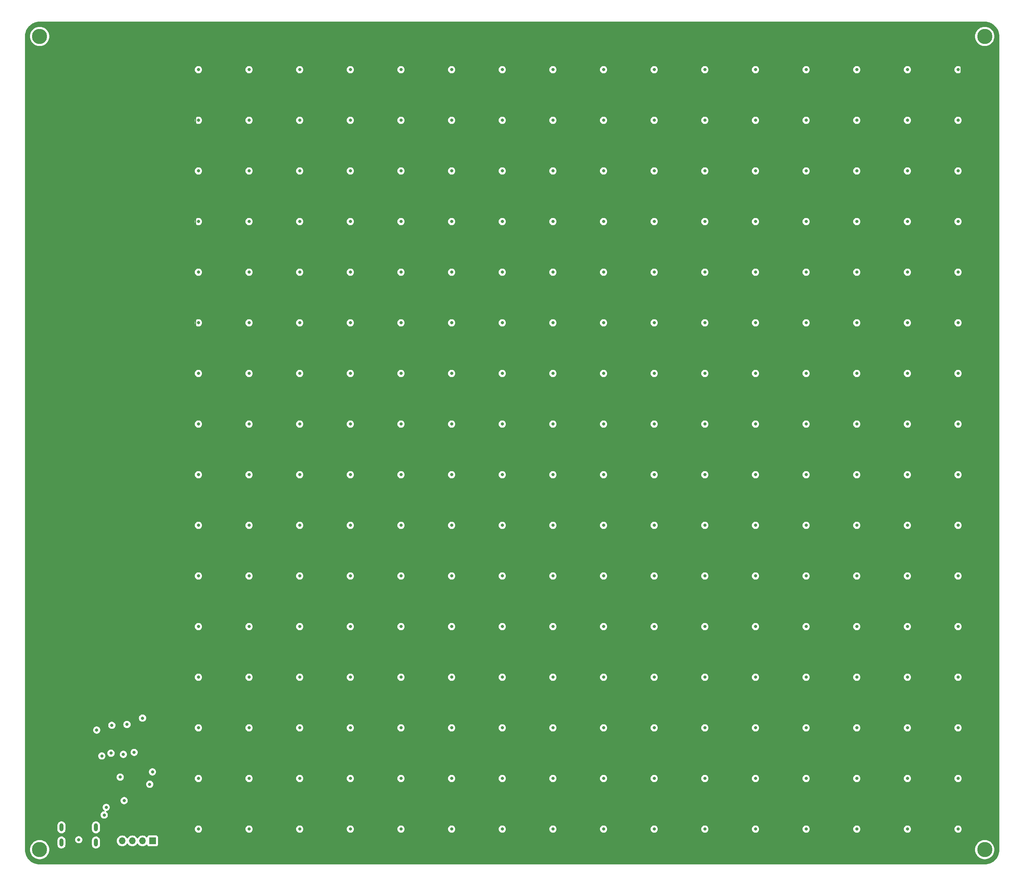
<source format=gbr>
%TF.GenerationSoftware,KiCad,Pcbnew,(7.0.0-0)*%
%TF.CreationDate,2023-09-26T09:25:19-06:00*%
%TF.ProjectId,led-matrix-v2-0,6c65642d-6d61-4747-9269-782d76322d30,4*%
%TF.SameCoordinates,Original*%
%TF.FileFunction,Copper,L2,Inr*%
%TF.FilePolarity,Positive*%
%FSLAX46Y46*%
G04 Gerber Fmt 4.6, Leading zero omitted, Abs format (unit mm)*
G04 Created by KiCad (PCBNEW (7.0.0-0)) date 2023-09-26 09:25:19*
%MOMM*%
%LPD*%
G01*
G04 APERTURE LIST*
%TA.AperFunction,ComponentPad*%
%ADD10R,1.700000X1.700000*%
%TD*%
%TA.AperFunction,ComponentPad*%
%ADD11O,1.700000X1.700000*%
%TD*%
%TA.AperFunction,ComponentPad*%
%ADD12C,3.800000*%
%TD*%
%TA.AperFunction,ComponentPad*%
%ADD13O,1.000000X2.000000*%
%TD*%
%TA.AperFunction,ViaPad*%
%ADD14C,0.800000*%
%TD*%
%TA.AperFunction,Conductor*%
%ADD15C,0.250000*%
%TD*%
G04 APERTURE END LIST*
D10*
%TO.N,Net-(J1-Pin_1)*%
%TO.C,J1*%
X72339999Y-246799999D03*
D11*
%TO.N,Net-(J1-Pin_2)*%
X69799999Y-246799999D03*
%TO.N,Net-(J1-Pin_3)*%
X67259999Y-246799999D03*
%TO.N,Net-(J1-Pin_4)*%
X64719999Y-246799999D03*
%TD*%
D12*
%TO.N,GND*%
%TO.C,REF\u002A\u002A*%
X44000000Y-45000000D03*
%TD*%
%TO.N,GND*%
%TO.C,REF\u002A\u002A*%
X44000000Y-249000000D03*
%TD*%
%TO.N,GND*%
%TO.C,REF\u002A\u002A*%
X281000000Y-45000000D03*
%TD*%
%TO.N,GND*%
%TO.C,REF\u002A\u002A*%
X281000000Y-249000000D03*
%TD*%
D13*
%TO.N,GND*%
%TO.C,J2*%
X58119999Y-243399999D03*
%TO.N,N/C*%
X49479999Y-243399999D03*
X58119999Y-247199999D03*
X49479999Y-247199999D03*
%TD*%
D14*
%TO.N,VDD*%
X172212000Y-149860000D03*
X210312000Y-175260000D03*
X248412000Y-149860000D03*
X83312000Y-226060000D03*
X210312000Y-238760000D03*
X96012000Y-226060000D03*
X96012000Y-73660000D03*
X235712000Y-187960000D03*
X223012000Y-137160000D03*
X172212000Y-48260000D03*
X146812000Y-60960000D03*
X197612000Y-226060000D03*
X159512000Y-213360000D03*
X223012000Y-175260000D03*
X83312000Y-86360000D03*
X210312000Y-73660000D03*
X197612000Y-162560000D03*
X108712000Y-175260000D03*
X223012000Y-73660000D03*
X184912000Y-86360000D03*
X172212000Y-86360000D03*
X223012000Y-162560000D03*
X58400000Y-231800000D03*
X184912000Y-238760000D03*
X172212000Y-175260000D03*
X172212000Y-73660000D03*
X172212000Y-124460000D03*
X248412000Y-60960000D03*
X210312000Y-149860000D03*
X108712000Y-200660000D03*
X96012000Y-187960000D03*
X197612000Y-124460000D03*
X184912000Y-213360000D03*
X172212000Y-200660000D03*
X235712000Y-238760000D03*
X261112000Y-124460000D03*
X83312000Y-149860000D03*
X121412000Y-60960000D03*
X134112000Y-124460000D03*
X197612000Y-48260000D03*
X134112000Y-73660000D03*
X146812000Y-137160000D03*
X235712000Y-162560000D03*
X146812000Y-226060000D03*
X108712000Y-73660000D03*
X66900000Y-219600000D03*
X159512000Y-111760000D03*
X223012000Y-200660000D03*
X108712000Y-60960000D03*
X184912000Y-111760000D03*
X108712000Y-226060000D03*
X248412000Y-200660000D03*
X223012000Y-99060000D03*
X134112000Y-187960000D03*
X273812000Y-99060000D03*
X273812000Y-238760000D03*
X121412000Y-48260000D03*
X134112000Y-226060000D03*
X261112000Y-200660000D03*
X210312000Y-48260000D03*
X223012000Y-187960000D03*
X184912000Y-73660000D03*
X184912000Y-137160000D03*
X184912000Y-48260000D03*
X235712000Y-175260000D03*
X184912000Y-149860000D03*
X235712000Y-99060000D03*
X159512000Y-149860000D03*
X273812000Y-48260000D03*
X210312000Y-86360000D03*
X159512000Y-124460000D03*
X108712000Y-162560000D03*
X184912000Y-99060000D03*
X146812000Y-124460000D03*
X159512000Y-86360000D03*
X235712000Y-111760000D03*
X261112000Y-99060000D03*
X197612000Y-99060000D03*
X121412000Y-111760000D03*
X223012000Y-60960000D03*
X83312000Y-187960000D03*
X261112000Y-175260000D03*
X248412000Y-162560000D03*
X108712000Y-86360000D03*
X197612000Y-137160000D03*
X235712000Y-124460000D03*
X134112000Y-111760000D03*
X121412000Y-137160000D03*
X146812000Y-200660000D03*
X273812000Y-73660000D03*
X121412000Y-162560000D03*
X273812000Y-60960000D03*
X248412000Y-48260000D03*
X108712000Y-99060000D03*
X83312000Y-175260000D03*
X210312000Y-99060000D03*
X273812000Y-226060000D03*
X96012000Y-213360000D03*
X108712000Y-187960000D03*
X96012000Y-99060000D03*
X83312000Y-137160000D03*
X261112000Y-213360000D03*
X210312000Y-200660000D03*
X210312000Y-213360000D03*
X121412000Y-200660000D03*
X146812000Y-213360000D03*
X197612000Y-60960000D03*
X210312000Y-111760000D03*
X134112000Y-60960000D03*
X159512000Y-73660000D03*
X184912000Y-200660000D03*
X248412000Y-124460000D03*
X108712000Y-213360000D03*
X159512000Y-60960000D03*
X83312000Y-162560000D03*
X261112000Y-111760000D03*
X197612000Y-86360000D03*
X223012000Y-111760000D03*
X184912000Y-226060000D03*
X159512000Y-48260000D03*
X235712000Y-73660000D03*
X121412000Y-187960000D03*
X146812000Y-187960000D03*
X83312000Y-213360000D03*
X197612000Y-187960000D03*
X248412000Y-226060000D03*
X134112000Y-162560000D03*
X108712000Y-137160000D03*
X261112000Y-238760000D03*
X96012000Y-175260000D03*
X273812000Y-175260000D03*
X261112000Y-226060000D03*
X197612000Y-213360000D03*
X134112000Y-200660000D03*
X146812000Y-99060000D03*
X96012000Y-137160000D03*
X172212000Y-162560000D03*
X261112000Y-73660000D03*
X108712000Y-48260000D03*
X83312000Y-99060000D03*
X223012000Y-48260000D03*
X121412000Y-175260000D03*
X96012000Y-149860000D03*
X96012000Y-124460000D03*
X210312000Y-137160000D03*
X223012000Y-86360000D03*
X273812000Y-187960000D03*
X146812000Y-149860000D03*
X235712000Y-149860000D03*
X159512000Y-137160000D03*
X159512000Y-162560000D03*
X83312000Y-124460000D03*
X134112000Y-149860000D03*
X121412000Y-213360000D03*
X248412000Y-73660000D03*
X273812000Y-200660000D03*
X83312000Y-200660000D03*
X134112000Y-213360000D03*
X121412000Y-99060000D03*
X261112000Y-162560000D03*
X108712000Y-124460000D03*
X159512000Y-238760000D03*
X197612000Y-200660000D03*
X235712000Y-86360000D03*
X223012000Y-238760000D03*
X210312000Y-226060000D03*
X235712000Y-48260000D03*
X248412000Y-175260000D03*
X197612000Y-73660000D03*
X273812000Y-111760000D03*
X210312000Y-124460000D03*
X96012000Y-48260000D03*
X134112000Y-238760000D03*
X121412000Y-238760000D03*
X96012000Y-86360000D03*
X83312000Y-60960000D03*
X248412000Y-111760000D03*
X184912000Y-124460000D03*
X108712000Y-149860000D03*
X197612000Y-175260000D03*
X96012000Y-60960000D03*
X223012000Y-124460000D03*
X96012000Y-111760000D03*
X261112000Y-60960000D03*
X159512000Y-99060000D03*
X273812000Y-149860000D03*
X121412000Y-149860000D03*
X273812000Y-213360000D03*
X146812000Y-73660000D03*
X235712000Y-200660000D03*
X223012000Y-149860000D03*
X197612000Y-149860000D03*
X235712000Y-213360000D03*
X121412000Y-226060000D03*
X223012000Y-226060000D03*
X159512000Y-226060000D03*
X261112000Y-86360000D03*
X248412000Y-187960000D03*
X210312000Y-162560000D03*
X83312000Y-238760000D03*
X96012000Y-238760000D03*
X83312000Y-48260000D03*
X261112000Y-149860000D03*
X273812000Y-86360000D03*
X172212000Y-226060000D03*
X210312000Y-60960000D03*
X172212000Y-60960000D03*
X273812000Y-137160000D03*
X235712000Y-137160000D03*
X146812000Y-162560000D03*
X184912000Y-175260000D03*
X273812000Y-124460000D03*
X261112000Y-137160000D03*
X108712000Y-238760000D03*
X184912000Y-60960000D03*
X146812000Y-111760000D03*
X184912000Y-187960000D03*
X210312000Y-187960000D03*
X197612000Y-238760000D03*
X172212000Y-137160000D03*
X248412000Y-99060000D03*
X172212000Y-238760000D03*
X172212000Y-111760000D03*
X184912000Y-162560000D03*
X121412000Y-86360000D03*
X172212000Y-99060000D03*
X248412000Y-238760000D03*
X273812000Y-162560000D03*
X159512000Y-200660000D03*
X261112000Y-187960000D03*
X134112000Y-137160000D03*
X108712000Y-111760000D03*
X172212000Y-213360000D03*
X248412000Y-213360000D03*
X159512000Y-187960000D03*
X121412000Y-124460000D03*
X134112000Y-86360000D03*
X134112000Y-99060000D03*
X172212000Y-187960000D03*
X146812000Y-175260000D03*
X96012000Y-200660000D03*
X83312000Y-73660000D03*
X146812000Y-86360000D03*
X134112000Y-175260000D03*
X248412000Y-86360000D03*
X96012000Y-162560000D03*
X134112000Y-48260000D03*
X146812000Y-48260000D03*
X121412000Y-73660000D03*
X159512000Y-175260000D03*
X83312000Y-111760000D03*
X235712000Y-226060000D03*
X235712000Y-60960000D03*
X261112000Y-48260000D03*
X197612000Y-111760000D03*
X146812000Y-238760000D03*
X223012000Y-213360000D03*
X248412000Y-137160000D03*
%TO.N,GND*%
X147320000Y-116840000D03*
X134620000Y-193040000D03*
X223520000Y-180340000D03*
X134620000Y-205740000D03*
X236220000Y-218440000D03*
X121920000Y-129540000D03*
X210820000Y-193040000D03*
X83820000Y-104140000D03*
X147320000Y-129540000D03*
X109220000Y-205740000D03*
X210820000Y-218440000D03*
X147320000Y-193040000D03*
X160020000Y-66040000D03*
X147320000Y-142240000D03*
X198120000Y-129540000D03*
X109220000Y-218440000D03*
X261620000Y-116840000D03*
X96520000Y-154940000D03*
X160020000Y-243840000D03*
X236220000Y-154940000D03*
X147320000Y-218440000D03*
X172720000Y-116840000D03*
X274320000Y-91440000D03*
X134620000Y-243840000D03*
X96520000Y-53340000D03*
X261620000Y-129540000D03*
X172720000Y-205740000D03*
X172720000Y-231140000D03*
X261620000Y-205740000D03*
X261620000Y-193040000D03*
X198120000Y-91440000D03*
X185420000Y-218440000D03*
X83820000Y-142240000D03*
X121920000Y-167640000D03*
X121920000Y-53340000D03*
X185420000Y-231140000D03*
X248920000Y-193040000D03*
X210820000Y-154940000D03*
X248920000Y-116840000D03*
X210820000Y-104140000D03*
X223520000Y-205740000D03*
X248920000Y-154940000D03*
X223520000Y-167640000D03*
X83820000Y-91440000D03*
X134620000Y-53340000D03*
X160020000Y-53340000D03*
X172720000Y-154940000D03*
X109220000Y-231140000D03*
X64200000Y-230800000D03*
X210820000Y-66040000D03*
X236220000Y-66040000D03*
X210820000Y-91440000D03*
X236220000Y-104140000D03*
X198120000Y-205740000D03*
X274320000Y-154940000D03*
X134620000Y-218440000D03*
X96520000Y-142240000D03*
X83820000Y-180340000D03*
X274320000Y-53340000D03*
X96520000Y-193040000D03*
X248920000Y-180340000D03*
X83820000Y-129540000D03*
X160020000Y-231140000D03*
X83820000Y-53340000D03*
X261620000Y-167640000D03*
X261620000Y-180340000D03*
X109220000Y-142240000D03*
X185420000Y-116840000D03*
X261620000Y-218440000D03*
X109220000Y-243840000D03*
X236220000Y-53340000D03*
X147320000Y-104140000D03*
X160020000Y-205740000D03*
X236220000Y-116840000D03*
X134620000Y-116840000D03*
X274320000Y-66040000D03*
X248920000Y-104140000D03*
X172720000Y-129540000D03*
X210820000Y-180340000D03*
X160020000Y-129540000D03*
X147320000Y-78740000D03*
X223520000Y-53340000D03*
X109220000Y-104140000D03*
X172720000Y-66040000D03*
X83820000Y-116840000D03*
X121920000Y-91440000D03*
X185420000Y-180340000D03*
X109220000Y-129540000D03*
X60200000Y-240300000D03*
X248920000Y-243840000D03*
X198120000Y-53340000D03*
X147320000Y-167640000D03*
X198120000Y-193040000D03*
X121920000Y-193040000D03*
X261620000Y-243840000D03*
X248920000Y-167640000D03*
X83820000Y-66040000D03*
X65900000Y-217600000D03*
X274320000Y-193040000D03*
X248920000Y-91440000D03*
X134620000Y-91440000D03*
X121920000Y-180340000D03*
X172720000Y-218440000D03*
X147320000Y-154940000D03*
X261620000Y-231140000D03*
X160020000Y-218440000D03*
X96520000Y-231140000D03*
X96520000Y-205740000D03*
X223520000Y-154940000D03*
X109220000Y-167640000D03*
X261620000Y-142240000D03*
X121920000Y-231140000D03*
X223520000Y-91440000D03*
X261620000Y-53340000D03*
X83820000Y-154940000D03*
X134620000Y-66040000D03*
X236220000Y-231140000D03*
X160020000Y-142240000D03*
X248920000Y-53340000D03*
X274320000Y-116840000D03*
X121920000Y-154940000D03*
X198120000Y-78740000D03*
X172720000Y-91440000D03*
X147320000Y-53340000D03*
X160020000Y-154940000D03*
X185420000Y-193040000D03*
X274320000Y-104140000D03*
X248920000Y-231140000D03*
X121920000Y-142240000D03*
X147320000Y-66040000D03*
X185420000Y-205740000D03*
X109220000Y-116840000D03*
X248920000Y-129540000D03*
X274320000Y-243840000D03*
X210820000Y-129540000D03*
X210820000Y-243840000D03*
X223520000Y-193040000D03*
X210820000Y-167640000D03*
X198120000Y-180340000D03*
X109220000Y-53340000D03*
X96520000Y-91440000D03*
X198120000Y-142240000D03*
X147320000Y-205740000D03*
X83820000Y-231140000D03*
X96520000Y-243840000D03*
X185420000Y-53340000D03*
X121920000Y-66040000D03*
X53800000Y-246500000D03*
X109220000Y-91440000D03*
X198120000Y-66040000D03*
X121920000Y-205740000D03*
X147320000Y-231140000D03*
X67700000Y-224600000D03*
X274320000Y-167640000D03*
X210820000Y-53340000D03*
X223520000Y-104140000D03*
X172720000Y-243840000D03*
X274320000Y-142240000D03*
X160020000Y-180340000D03*
X236220000Y-193040000D03*
X83820000Y-205740000D03*
X160020000Y-167640000D03*
X274320000Y-205740000D03*
X185420000Y-78740000D03*
X198120000Y-154940000D03*
X160020000Y-104140000D03*
X198120000Y-231140000D03*
X134620000Y-142240000D03*
X236220000Y-243840000D03*
X172720000Y-78740000D03*
X172720000Y-53340000D03*
X210820000Y-231140000D03*
X96520000Y-78740000D03*
X160020000Y-78740000D03*
X261620000Y-154940000D03*
X96520000Y-218440000D03*
X83820000Y-243840000D03*
X96520000Y-104140000D03*
X198120000Y-104140000D03*
X248920000Y-205740000D03*
X185420000Y-142240000D03*
X172720000Y-142240000D03*
X96520000Y-66040000D03*
X274320000Y-129540000D03*
X83820000Y-78740000D03*
X160020000Y-91440000D03*
X109220000Y-180340000D03*
X198120000Y-116840000D03*
X274320000Y-218440000D03*
X248920000Y-78740000D03*
X185420000Y-154940000D03*
X134620000Y-180340000D03*
X172720000Y-167640000D03*
X223520000Y-243840000D03*
X83820000Y-193040000D03*
X109220000Y-193040000D03*
X96520000Y-129540000D03*
X160020000Y-116840000D03*
X185420000Y-167640000D03*
X134620000Y-104140000D03*
X134620000Y-78740000D03*
X96520000Y-116840000D03*
X83820000Y-167640000D03*
X223520000Y-218440000D03*
X261620000Y-66040000D03*
X121920000Y-78740000D03*
X210820000Y-205740000D03*
X172720000Y-193040000D03*
X248920000Y-66040000D03*
X121920000Y-243840000D03*
X223520000Y-142240000D03*
X223520000Y-129540000D03*
X185420000Y-104140000D03*
X248920000Y-218440000D03*
X134620000Y-154940000D03*
X109220000Y-66040000D03*
X261620000Y-78740000D03*
X134620000Y-129540000D03*
X198120000Y-218440000D03*
X198120000Y-167640000D03*
X83820000Y-218440000D03*
X210820000Y-142240000D03*
X121920000Y-218440000D03*
X210820000Y-116840000D03*
X223520000Y-116840000D03*
X223520000Y-231140000D03*
X185420000Y-129540000D03*
X121920000Y-104140000D03*
X236220000Y-129540000D03*
X96520000Y-167640000D03*
X147320000Y-91440000D03*
X185420000Y-243840000D03*
X109220000Y-78740000D03*
X274320000Y-231140000D03*
X147320000Y-180340000D03*
X198120000Y-243840000D03*
X147320000Y-243840000D03*
X261620000Y-104140000D03*
X223520000Y-66040000D03*
X236220000Y-167640000D03*
X236220000Y-142240000D03*
X172720000Y-104140000D03*
X274320000Y-78740000D03*
X248920000Y-142240000D03*
X223520000Y-78740000D03*
X210820000Y-78740000D03*
X160020000Y-193040000D03*
X121920000Y-116840000D03*
X96520000Y-180340000D03*
X236220000Y-205740000D03*
X274320000Y-180340000D03*
X236220000Y-180340000D03*
X185420000Y-66040000D03*
X236220000Y-91440000D03*
X134620000Y-167640000D03*
X109220000Y-154940000D03*
X134620000Y-231140000D03*
X185420000Y-91440000D03*
X236220000Y-78740000D03*
X261620000Y-91440000D03*
X172720000Y-180340000D03*
%TO.N,Net-(D1-DIN)*%
X61900000Y-224800000D03*
%TO.N,Net-(D65-DIN)*%
X59600000Y-225500000D03*
%TO.N,Net-(D129-DIN)*%
X58300000Y-219000000D03*
%TO.N,Net-(D193-DIN)*%
X62100000Y-217800000D03*
%TO.N,Net-(J1-Pin_1)*%
X72300000Y-229500000D03*
%TO.N,Net-(J1-Pin_2)*%
X71600000Y-232600000D03*
%TO.N,Net-(J1-Pin_3)*%
X69800000Y-216000000D03*
%TO.N,Net-(J1-Pin_4)*%
X65000000Y-225100000D03*
%TO.N,Net-(U2-OVP)*%
X65200000Y-236700000D03*
X60700000Y-238400000D03*
%TD*%
D15*
%TO.N,VDD*%
X273812000Y-162560000D02*
X83312000Y-162560000D01*
X273812000Y-213360000D02*
X83312000Y-213360000D01*
X83312000Y-48260000D02*
X273812000Y-48260000D01*
X83312000Y-73660000D02*
X273812000Y-73660000D01*
X273812000Y-175260000D02*
X275844000Y-177292000D01*
X273812000Y-137160000D02*
X83312000Y-137160000D01*
X83312000Y-60960000D02*
X83095000Y-61177000D01*
X275844000Y-228092000D02*
X275844000Y-236728000D01*
X275844000Y-185928000D02*
X273812000Y-187960000D01*
X83312000Y-86360000D02*
X83095000Y-86577000D01*
X82296000Y-148844000D02*
X83312000Y-149860000D01*
X275045000Y-49493000D02*
X275045000Y-59727000D01*
X273812000Y-60960000D02*
X83312000Y-60960000D01*
X273812000Y-124460000D02*
X275844000Y-126492000D01*
X83095000Y-124243000D02*
X83312000Y-124460000D01*
X83095000Y-61177000D02*
X83095000Y-73443000D01*
X275844000Y-135128000D02*
X273812000Y-137160000D01*
X273812000Y-226060000D02*
X275844000Y-228092000D01*
X83095000Y-86577000D02*
X83095000Y-98843000D01*
X273812000Y-238760000D02*
X83312000Y-238760000D01*
X83312000Y-238760000D02*
X82296000Y-238760000D01*
X275045000Y-59727000D02*
X273812000Y-60960000D01*
X82296000Y-188976000D02*
X82296000Y-199644000D01*
X275800000Y-84372000D02*
X273812000Y-86360000D01*
X83312000Y-162560000D02*
X82296000Y-163576000D01*
X83312000Y-111760000D02*
X83095000Y-111977000D01*
X82296000Y-199644000D02*
X83312000Y-200660000D01*
X82296000Y-214376000D02*
X82296000Y-225044000D01*
X273812000Y-200660000D02*
X275844000Y-202692000D01*
X275844000Y-109728000D02*
X273812000Y-111760000D01*
X82296000Y-138176000D02*
X82296000Y-148844000D01*
X273812000Y-187960000D02*
X83312000Y-187960000D01*
X275844000Y-177292000D02*
X275844000Y-185928000D01*
X82296000Y-174244000D02*
X83312000Y-175260000D01*
X83312000Y-137160000D02*
X82296000Y-138176000D01*
X273812000Y-86360000D02*
X83312000Y-86360000D01*
X82296000Y-225044000D02*
X83312000Y-226060000D01*
X273812000Y-99060000D02*
X275844000Y-101092000D01*
X275844000Y-202692000D02*
X275844000Y-211328000D01*
X275844000Y-211328000D02*
X273812000Y-213360000D01*
X83312000Y-99060000D02*
X273812000Y-99060000D01*
X83095000Y-111977000D02*
X83095000Y-124243000D01*
X273812000Y-111760000D02*
X83312000Y-111760000D01*
X275844000Y-151892000D02*
X275844000Y-160528000D01*
X83095000Y-98843000D02*
X83312000Y-99060000D01*
X275844000Y-160528000D02*
X273812000Y-162560000D01*
X83312000Y-149860000D02*
X273812000Y-149860000D01*
X275844000Y-236728000D02*
X273812000Y-238760000D01*
X275800000Y-75648000D02*
X275800000Y-84372000D01*
X273812000Y-149860000D02*
X275844000Y-151892000D01*
X83312000Y-175260000D02*
X273812000Y-175260000D01*
X273812000Y-73660000D02*
X275800000Y-75648000D01*
X83312000Y-124460000D02*
X273812000Y-124460000D01*
X83095000Y-73443000D02*
X83312000Y-73660000D01*
X83312000Y-187960000D02*
X82296000Y-188976000D01*
X83312000Y-200660000D02*
X273812000Y-200660000D01*
X275844000Y-101092000D02*
X275844000Y-109728000D01*
X275844000Y-126492000D02*
X275844000Y-135128000D01*
X273812000Y-48260000D02*
X275045000Y-49493000D01*
X83312000Y-213360000D02*
X82296000Y-214376000D01*
X83312000Y-226060000D02*
X273812000Y-226060000D01*
X82296000Y-163576000D02*
X82296000Y-174244000D01*
%TD*%
%TA.AperFunction,Conductor*%
%TO.N,VDD*%
G36*
X280923980Y-41300501D02*
G01*
X280968524Y-41300500D01*
X280974607Y-41300648D01*
X281328115Y-41318013D01*
X281340214Y-41319205D01*
X281687292Y-41370687D01*
X281699223Y-41373061D01*
X281798640Y-41397962D01*
X282039581Y-41458313D01*
X282051209Y-41461839D01*
X282381588Y-41580050D01*
X282392830Y-41584707D01*
X282710007Y-41734718D01*
X282720739Y-41740454D01*
X283021696Y-41920839D01*
X283031814Y-41927600D01*
X283208268Y-42058466D01*
X283313637Y-42136612D01*
X283323040Y-42144329D01*
X283583019Y-42379959D01*
X283591617Y-42388556D01*
X283827269Y-42648556D01*
X283834971Y-42657943D01*
X284018293Y-42905122D01*
X284043986Y-42939764D01*
X284050747Y-42949882D01*
X284231129Y-43250831D01*
X284236866Y-43261563D01*
X284386889Y-43578758D01*
X284391545Y-43590001D01*
X284509744Y-43920344D01*
X284513277Y-43931988D01*
X284598534Y-44272351D01*
X284600908Y-44284286D01*
X284652391Y-44631356D01*
X284653584Y-44643466D01*
X284670924Y-44996416D01*
X284671073Y-45002501D01*
X284671073Y-248996949D01*
X284670924Y-249003034D01*
X284653557Y-249356530D01*
X284652364Y-249368640D01*
X284600881Y-249715710D01*
X284598507Y-249727645D01*
X284513253Y-250067998D01*
X284509720Y-250079642D01*
X284391519Y-250409991D01*
X284386862Y-250421234D01*
X284236841Y-250738423D01*
X284231105Y-250749155D01*
X284050724Y-251050102D01*
X284043963Y-251060220D01*
X283834954Y-251342034D01*
X283827239Y-251351435D01*
X283783213Y-251400011D01*
X283591605Y-251611417D01*
X283583000Y-251620021D01*
X283323023Y-251855649D01*
X283313616Y-251863369D01*
X283031799Y-252072376D01*
X283021681Y-252079137D01*
X282720726Y-252259521D01*
X282709995Y-252265257D01*
X282392821Y-252415268D01*
X282381578Y-252419925D01*
X282051213Y-252538130D01*
X282039568Y-252541662D01*
X281699219Y-252626912D01*
X281687284Y-252629286D01*
X281340217Y-252680766D01*
X281328107Y-252681959D01*
X280974060Y-252699350D01*
X280967976Y-252699499D01*
X280923989Y-252699499D01*
X280923988Y-252699499D01*
X280923980Y-252699499D01*
X280923977Y-252699500D01*
X44003051Y-252699500D01*
X43996968Y-252699351D01*
X43975811Y-252698311D01*
X43643468Y-252681984D01*
X43631359Y-252680791D01*
X43284287Y-252629308D01*
X43272351Y-252626934D01*
X42931998Y-252541680D01*
X42920353Y-252538147D01*
X42590003Y-252419945D01*
X42578762Y-252415289D01*
X42261570Y-252265270D01*
X42250842Y-252259535D01*
X41949897Y-252079156D01*
X41939779Y-252072396D01*
X41657950Y-251863377D01*
X41648544Y-251855657D01*
X41532295Y-251750296D01*
X41388559Y-251620021D01*
X41379974Y-251611436D01*
X41144342Y-251351455D01*
X41136622Y-251342049D01*
X41096184Y-251287525D01*
X40927601Y-251060217D01*
X40920843Y-251050102D01*
X40910406Y-251032689D01*
X40740459Y-250749150D01*
X40734729Y-250738429D01*
X40584710Y-250421237D01*
X40580054Y-250409996D01*
X40461852Y-250079646D01*
X40458319Y-250068001D01*
X40373062Y-249727635D01*
X40370691Y-249715712D01*
X40319208Y-249368640D01*
X40318015Y-249356530D01*
X40315497Y-249305283D01*
X40300648Y-249003032D01*
X40300574Y-249000000D01*
X41594754Y-249000000D01*
X41613720Y-249301457D01*
X41614447Y-249305269D01*
X41614449Y-249305283D01*
X41669588Y-249594330D01*
X41670319Y-249598160D01*
X41763659Y-249885430D01*
X41892267Y-250158736D01*
X41894349Y-250162017D01*
X41894352Y-250162022D01*
X42052024Y-250410474D01*
X42052028Y-250410480D01*
X42054115Y-250413768D01*
X42056594Y-250416765D01*
X42056598Y-250416770D01*
X42166265Y-250549334D01*
X42246651Y-250646504D01*
X42466838Y-250853274D01*
X42711205Y-251030816D01*
X42975896Y-251176332D01*
X43256738Y-251287525D01*
X43549302Y-251362642D01*
X43848973Y-251400500D01*
X44147133Y-251400500D01*
X44151027Y-251400500D01*
X44450698Y-251362642D01*
X44743262Y-251287525D01*
X45024104Y-251176332D01*
X45288795Y-251030816D01*
X45533162Y-250853274D01*
X45753349Y-250646504D01*
X45945885Y-250413768D01*
X46107733Y-250158736D01*
X46236341Y-249885430D01*
X46329681Y-249598160D01*
X46386280Y-249301457D01*
X46405246Y-249000000D01*
X278594754Y-249000000D01*
X278613720Y-249301457D01*
X278614447Y-249305269D01*
X278614449Y-249305283D01*
X278669588Y-249594330D01*
X278670319Y-249598160D01*
X278763659Y-249885430D01*
X278892267Y-250158736D01*
X278894349Y-250162017D01*
X278894352Y-250162022D01*
X279052024Y-250410474D01*
X279052028Y-250410480D01*
X279054115Y-250413768D01*
X279056594Y-250416765D01*
X279056598Y-250416770D01*
X279166265Y-250549334D01*
X279246651Y-250646504D01*
X279466838Y-250853274D01*
X279711205Y-251030816D01*
X279975896Y-251176332D01*
X280256738Y-251287525D01*
X280549302Y-251362642D01*
X280848973Y-251400500D01*
X281147133Y-251400500D01*
X281151027Y-251400500D01*
X281450698Y-251362642D01*
X281743262Y-251287525D01*
X282024104Y-251176332D01*
X282288795Y-251030816D01*
X282533162Y-250853274D01*
X282753349Y-250646504D01*
X282945885Y-250413768D01*
X283107733Y-250158736D01*
X283236341Y-249885430D01*
X283329681Y-249598160D01*
X283386280Y-249301457D01*
X283405246Y-249000000D01*
X283386280Y-248698543D01*
X283329681Y-248401840D01*
X283236341Y-248114570D01*
X283107733Y-247841264D01*
X283082651Y-247801741D01*
X282947975Y-247589525D01*
X282947973Y-247589522D01*
X282945885Y-247586232D01*
X282753349Y-247353496D01*
X282533162Y-247146726D01*
X282288795Y-246969184D01*
X282285391Y-246967313D01*
X282285387Y-246967310D01*
X282027521Y-246825546D01*
X282027514Y-246825542D01*
X282024104Y-246823668D01*
X282020478Y-246822232D01*
X282020473Y-246822230D01*
X281746890Y-246713911D01*
X281746884Y-246713909D01*
X281743262Y-246712475D01*
X281739484Y-246711505D01*
X281739481Y-246711504D01*
X281454476Y-246638328D01*
X281454475Y-246638327D01*
X281450698Y-246637358D01*
X281446835Y-246636870D01*
X281446830Y-246636869D01*
X281154891Y-246599988D01*
X281154888Y-246599987D01*
X281151027Y-246599500D01*
X280848973Y-246599500D01*
X280845112Y-246599987D01*
X280845108Y-246599988D01*
X280553169Y-246636869D01*
X280553161Y-246636870D01*
X280549302Y-246637358D01*
X280545527Y-246638327D01*
X280545523Y-246638328D01*
X280260518Y-246711504D01*
X280260511Y-246711506D01*
X280256738Y-246712475D01*
X280253120Y-246713907D01*
X280253109Y-246713911D01*
X279979526Y-246822230D01*
X279979515Y-246822234D01*
X279975896Y-246823668D01*
X279972491Y-246825539D01*
X279972478Y-246825546D01*
X279714612Y-246967310D01*
X279714600Y-246967317D01*
X279711205Y-246969184D01*
X279708061Y-246971467D01*
X279708055Y-246971472D01*
X279469994Y-247144432D01*
X279469983Y-247144440D01*
X279466838Y-247146726D01*
X279464003Y-247149387D01*
X279463996Y-247149394D01*
X279249488Y-247350831D01*
X279249481Y-247350838D01*
X279246651Y-247353496D01*
X279244176Y-247356487D01*
X279244172Y-247356492D01*
X279056598Y-247583229D01*
X279056588Y-247583241D01*
X279054115Y-247586232D01*
X279052033Y-247589511D01*
X279052024Y-247589525D01*
X278894352Y-247837977D01*
X278894345Y-247837988D01*
X278892267Y-247841264D01*
X278890614Y-247844774D01*
X278890611Y-247844782D01*
X278771976Y-248096895D01*
X278763659Y-248114570D01*
X278762457Y-248118267D01*
X278762455Y-248118274D01*
X278671524Y-248398130D01*
X278670319Y-248401840D01*
X278669590Y-248405660D01*
X278669588Y-248405669D01*
X278614449Y-248694716D01*
X278614446Y-248694732D01*
X278613720Y-248698543D01*
X278613475Y-248702434D01*
X278613475Y-248702436D01*
X278613353Y-248704369D01*
X278594754Y-249000000D01*
X46405246Y-249000000D01*
X46386280Y-248698543D01*
X46329681Y-248401840D01*
X46236341Y-248114570D01*
X46107733Y-247841264D01*
X46082651Y-247801741D01*
X46050286Y-247750742D01*
X48479500Y-247750742D01*
X48479816Y-247753853D01*
X48479817Y-247753865D01*
X48488705Y-247841264D01*
X48494926Y-247902438D01*
X48496808Y-247908436D01*
X48548723Y-248073903D01*
X48555841Y-248096588D01*
X48558892Y-248102086D01*
X48558894Y-248102089D01*
X48651538Y-248269002D01*
X48654591Y-248274502D01*
X48787134Y-248428895D01*
X48948042Y-248553448D01*
X48953690Y-248556218D01*
X48953691Y-248556219D01*
X49053283Y-248605071D01*
X49130729Y-248643060D01*
X49327715Y-248694063D01*
X49530936Y-248704369D01*
X49732071Y-248673556D01*
X49922887Y-248602886D01*
X50095571Y-248495252D01*
X50243053Y-248355059D01*
X50359295Y-248188049D01*
X50439540Y-248001058D01*
X50480500Y-247801741D01*
X50480500Y-247750742D01*
X57119500Y-247750742D01*
X57119816Y-247753853D01*
X57119817Y-247753865D01*
X57128705Y-247841264D01*
X57134926Y-247902438D01*
X57136808Y-247908436D01*
X57188723Y-248073903D01*
X57195841Y-248096588D01*
X57198892Y-248102086D01*
X57198894Y-248102089D01*
X57291538Y-248269002D01*
X57294591Y-248274502D01*
X57427134Y-248428895D01*
X57588042Y-248553448D01*
X57593690Y-248556218D01*
X57593691Y-248556219D01*
X57693283Y-248605071D01*
X57770729Y-248643060D01*
X57967715Y-248694063D01*
X58170936Y-248704369D01*
X58372071Y-248673556D01*
X58562887Y-248602886D01*
X58735571Y-248495252D01*
X58883053Y-248355059D01*
X58999295Y-248188049D01*
X59079540Y-248001058D01*
X59120500Y-247801741D01*
X59120500Y-246800000D01*
X63364341Y-246800000D01*
X63384937Y-247035408D01*
X63386336Y-247040630D01*
X63386337Y-247040634D01*
X63444694Y-247258430D01*
X63444697Y-247258438D01*
X63446097Y-247263663D01*
X63448385Y-247268570D01*
X63448386Y-247268572D01*
X63543678Y-247472927D01*
X63543681Y-247472933D01*
X63545965Y-247477830D01*
X63549064Y-247482257D01*
X63549066Y-247482259D01*
X63678399Y-247666966D01*
X63678402Y-247666970D01*
X63681505Y-247671401D01*
X63848599Y-247838495D01*
X63853031Y-247841598D01*
X63853033Y-247841600D01*
X63939919Y-247902438D01*
X64042170Y-247974035D01*
X64047070Y-247976320D01*
X64047072Y-247976321D01*
X64098815Y-248000449D01*
X64256337Y-248073903D01*
X64484592Y-248135063D01*
X64720000Y-248155659D01*
X64955408Y-248135063D01*
X65183663Y-248073903D01*
X65397830Y-247974035D01*
X65591401Y-247838495D01*
X65758495Y-247671401D01*
X65888424Y-247485842D01*
X65932743Y-247446976D01*
X65990000Y-247432965D01*
X66047257Y-247446976D01*
X66091575Y-247485842D01*
X66218395Y-247666961D01*
X66218401Y-247666968D01*
X66221505Y-247671401D01*
X66388599Y-247838495D01*
X66393031Y-247841598D01*
X66393033Y-247841600D01*
X66479919Y-247902438D01*
X66582170Y-247974035D01*
X66587070Y-247976320D01*
X66587072Y-247976321D01*
X66638815Y-248000449D01*
X66796337Y-248073903D01*
X67024592Y-248135063D01*
X67260000Y-248155659D01*
X67495408Y-248135063D01*
X67723663Y-248073903D01*
X67937830Y-247974035D01*
X68131401Y-247838495D01*
X68298495Y-247671401D01*
X68428424Y-247485842D01*
X68472743Y-247446976D01*
X68530000Y-247432965D01*
X68587257Y-247446976D01*
X68631575Y-247485842D01*
X68758395Y-247666961D01*
X68758401Y-247666968D01*
X68761505Y-247671401D01*
X68928599Y-247838495D01*
X68933031Y-247841598D01*
X68933033Y-247841600D01*
X69019919Y-247902438D01*
X69122170Y-247974035D01*
X69127070Y-247976320D01*
X69127072Y-247976321D01*
X69178815Y-248000449D01*
X69336337Y-248073903D01*
X69564592Y-248135063D01*
X69800000Y-248155659D01*
X70035408Y-248135063D01*
X70263663Y-248073903D01*
X70477830Y-247974035D01*
X70671401Y-247838495D01*
X70793329Y-247716566D01*
X70846072Y-247685273D01*
X70907365Y-247683084D01*
X70962210Y-247710537D01*
X70997189Y-247760916D01*
X71046204Y-247892331D01*
X71051518Y-247899430D01*
X71051519Y-247899431D01*
X71107367Y-247974035D01*
X71132454Y-248007546D01*
X71247669Y-248093796D01*
X71382517Y-248144091D01*
X71442127Y-248150500D01*
X73237872Y-248150499D01*
X73297483Y-248144091D01*
X73432331Y-248093796D01*
X73547546Y-248007546D01*
X73633796Y-247892331D01*
X73684091Y-247757483D01*
X73690500Y-247697873D01*
X73690499Y-245902128D01*
X73684091Y-245842517D01*
X73633796Y-245707669D01*
X73547546Y-245592454D01*
X73457030Y-245524694D01*
X73439431Y-245511519D01*
X73439430Y-245511518D01*
X73432331Y-245506204D01*
X73325442Y-245466337D01*
X73304752Y-245458620D01*
X73304750Y-245458619D01*
X73297483Y-245455909D01*
X73289770Y-245455079D01*
X73289767Y-245455079D01*
X73241180Y-245449855D01*
X73241169Y-245449854D01*
X73237873Y-245449500D01*
X73234550Y-245449500D01*
X71445439Y-245449500D01*
X71445420Y-245449500D01*
X71442128Y-245449501D01*
X71438850Y-245449853D01*
X71438838Y-245449854D01*
X71390231Y-245455079D01*
X71390225Y-245455080D01*
X71382517Y-245455909D01*
X71375252Y-245458618D01*
X71375246Y-245458620D01*
X71255980Y-245503104D01*
X71255978Y-245503104D01*
X71247669Y-245506204D01*
X71240572Y-245511516D01*
X71240568Y-245511519D01*
X71139550Y-245587141D01*
X71139546Y-245587144D01*
X71132454Y-245592454D01*
X71127144Y-245599546D01*
X71127141Y-245599550D01*
X71051519Y-245700568D01*
X71051516Y-245700572D01*
X71046204Y-245707669D01*
X71043104Y-245715978D01*
X71043105Y-245715978D01*
X70997189Y-245839083D01*
X70962210Y-245889462D01*
X70907365Y-245916915D01*
X70846072Y-245914726D01*
X70793326Y-245883430D01*
X70675232Y-245765336D01*
X70675230Y-245765334D01*
X70671401Y-245761505D01*
X70666970Y-245758402D01*
X70666966Y-245758399D01*
X70482259Y-245629066D01*
X70482257Y-245629064D01*
X70477830Y-245625965D01*
X70472933Y-245623681D01*
X70472927Y-245623678D01*
X70268572Y-245528386D01*
X70268570Y-245528385D01*
X70263663Y-245526097D01*
X70258438Y-245524697D01*
X70258430Y-245524694D01*
X70040634Y-245466337D01*
X70040630Y-245466336D01*
X70035408Y-245464937D01*
X70030020Y-245464465D01*
X70030017Y-245464465D01*
X69805395Y-245444813D01*
X69800000Y-245444341D01*
X69794605Y-245444813D01*
X69569982Y-245464465D01*
X69569977Y-245464465D01*
X69564592Y-245464937D01*
X69559371Y-245466335D01*
X69559365Y-245466337D01*
X69341569Y-245524694D01*
X69341557Y-245524698D01*
X69336337Y-245526097D01*
X69331432Y-245528383D01*
X69331427Y-245528386D01*
X69127081Y-245623675D01*
X69127077Y-245623677D01*
X69122171Y-245625965D01*
X69117738Y-245629068D01*
X69117731Y-245629073D01*
X68933034Y-245758399D01*
X68933029Y-245758402D01*
X68928599Y-245761505D01*
X68924775Y-245765328D01*
X68924769Y-245765334D01*
X68765334Y-245924769D01*
X68765328Y-245924775D01*
X68761505Y-245928599D01*
X68758402Y-245933029D01*
X68758399Y-245933034D01*
X68631575Y-246114159D01*
X68587257Y-246153025D01*
X68530000Y-246167036D01*
X68472743Y-246153025D01*
X68428425Y-246114159D01*
X68417327Y-246098310D01*
X68298495Y-245928599D01*
X68131401Y-245761505D01*
X68126970Y-245758402D01*
X68126966Y-245758399D01*
X67942259Y-245629066D01*
X67942257Y-245629064D01*
X67937830Y-245625965D01*
X67932933Y-245623681D01*
X67932927Y-245623678D01*
X67728572Y-245528386D01*
X67728570Y-245528385D01*
X67723663Y-245526097D01*
X67718438Y-245524697D01*
X67718430Y-245524694D01*
X67500634Y-245466337D01*
X67500630Y-245466336D01*
X67495408Y-245464937D01*
X67490020Y-245464465D01*
X67490017Y-245464465D01*
X67265395Y-245444813D01*
X67260000Y-245444341D01*
X67254605Y-245444813D01*
X67029982Y-245464465D01*
X67029977Y-245464465D01*
X67024592Y-245464937D01*
X67019371Y-245466335D01*
X67019365Y-245466337D01*
X66801569Y-245524694D01*
X66801557Y-245524698D01*
X66796337Y-245526097D01*
X66791432Y-245528383D01*
X66791427Y-245528386D01*
X66587081Y-245623675D01*
X66587077Y-245623677D01*
X66582171Y-245625965D01*
X66577738Y-245629068D01*
X66577731Y-245629073D01*
X66393034Y-245758399D01*
X66393029Y-245758402D01*
X66388599Y-245761505D01*
X66384775Y-245765328D01*
X66384769Y-245765334D01*
X66225334Y-245924769D01*
X66225328Y-245924775D01*
X66221505Y-245928599D01*
X66218402Y-245933029D01*
X66218399Y-245933034D01*
X66091575Y-246114159D01*
X66047257Y-246153025D01*
X65990000Y-246167036D01*
X65932743Y-246153025D01*
X65888425Y-246114159D01*
X65877327Y-246098310D01*
X65758495Y-245928599D01*
X65591401Y-245761505D01*
X65586970Y-245758402D01*
X65586966Y-245758399D01*
X65402259Y-245629066D01*
X65402257Y-245629064D01*
X65397830Y-245625965D01*
X65392933Y-245623681D01*
X65392927Y-245623678D01*
X65188572Y-245528386D01*
X65188570Y-245528385D01*
X65183663Y-245526097D01*
X65178438Y-245524697D01*
X65178430Y-245524694D01*
X64960634Y-245466337D01*
X64960630Y-245466336D01*
X64955408Y-245464937D01*
X64950020Y-245464465D01*
X64950017Y-245464465D01*
X64725395Y-245444813D01*
X64720000Y-245444341D01*
X64714605Y-245444813D01*
X64489982Y-245464465D01*
X64489977Y-245464465D01*
X64484592Y-245464937D01*
X64479371Y-245466335D01*
X64479365Y-245466337D01*
X64261569Y-245524694D01*
X64261557Y-245524698D01*
X64256337Y-245526097D01*
X64251432Y-245528383D01*
X64251427Y-245528386D01*
X64047081Y-245623675D01*
X64047077Y-245623677D01*
X64042171Y-245625965D01*
X64037738Y-245629068D01*
X64037731Y-245629073D01*
X63853034Y-245758399D01*
X63853029Y-245758402D01*
X63848599Y-245761505D01*
X63844775Y-245765328D01*
X63844769Y-245765334D01*
X63685334Y-245924769D01*
X63685328Y-245924775D01*
X63681505Y-245928599D01*
X63678402Y-245933029D01*
X63678399Y-245933034D01*
X63549073Y-246117731D01*
X63549068Y-246117738D01*
X63545965Y-246122171D01*
X63543677Y-246127077D01*
X63543675Y-246127081D01*
X63448386Y-246331427D01*
X63448383Y-246331432D01*
X63446097Y-246336337D01*
X63444698Y-246341557D01*
X63444694Y-246341569D01*
X63386337Y-246559365D01*
X63386335Y-246559371D01*
X63384937Y-246564592D01*
X63384465Y-246569977D01*
X63384465Y-246569982D01*
X63371873Y-246713911D01*
X63364341Y-246800000D01*
X59120500Y-246800000D01*
X59120500Y-246649258D01*
X59105074Y-246497562D01*
X59044159Y-246303412D01*
X58945409Y-246125498D01*
X58812866Y-245971105D01*
X58807896Y-245967258D01*
X58807893Y-245967255D01*
X58699600Y-245883430D01*
X58651958Y-245846552D01*
X58646312Y-245843782D01*
X58646308Y-245843780D01*
X58474915Y-245759708D01*
X58474910Y-245759706D01*
X58469271Y-245756940D01*
X58463187Y-245755364D01*
X58463185Y-245755364D01*
X58278365Y-245707511D01*
X58278362Y-245707510D01*
X58272285Y-245705937D01*
X58266016Y-245705619D01*
X58266009Y-245705618D01*
X58075345Y-245695949D01*
X58075339Y-245695949D01*
X58069064Y-245695631D01*
X58062852Y-245696582D01*
X58062845Y-245696583D01*
X57874143Y-245725491D01*
X57874133Y-245725493D01*
X57867929Y-245726444D01*
X57862040Y-245728624D01*
X57862032Y-245728627D01*
X57683013Y-245794928D01*
X57683005Y-245794931D01*
X57677113Y-245797114D01*
X57671779Y-245800438D01*
X57671772Y-245800442D01*
X57509765Y-245901421D01*
X57509757Y-245901426D01*
X57504429Y-245904748D01*
X57499875Y-245909076D01*
X57499871Y-245909080D01*
X57361503Y-246040609D01*
X57361497Y-246040615D01*
X57356947Y-246044941D01*
X57353357Y-246050098D01*
X57353356Y-246050100D01*
X57244295Y-246206792D01*
X57244292Y-246206797D01*
X57240705Y-246211951D01*
X57238229Y-246217719D01*
X57238227Y-246217724D01*
X57162939Y-246393163D01*
X57162936Y-246393171D01*
X57160460Y-246398942D01*
X57159194Y-246405100D01*
X57159194Y-246405102D01*
X57120765Y-246592100D01*
X57120764Y-246592106D01*
X57119500Y-246598259D01*
X57119500Y-247750742D01*
X50480500Y-247750742D01*
X50480500Y-246649258D01*
X50465322Y-246500000D01*
X52894540Y-246500000D01*
X52895219Y-246506460D01*
X52913646Y-246681795D01*
X52913647Y-246681803D01*
X52914326Y-246688256D01*
X52916331Y-246694428D01*
X52916333Y-246694435D01*
X52948881Y-246794605D01*
X52972821Y-246868284D01*
X52976068Y-246873908D01*
X52976069Y-246873910D01*
X53032396Y-246971472D01*
X53067467Y-247032216D01*
X53071811Y-247037041D01*
X53071813Y-247037043D01*
X53172975Y-247149394D01*
X53194129Y-247172888D01*
X53347270Y-247284151D01*
X53520197Y-247361144D01*
X53705354Y-247400500D01*
X53888143Y-247400500D01*
X53894646Y-247400500D01*
X54079803Y-247361144D01*
X54252730Y-247284151D01*
X54405871Y-247172888D01*
X54532533Y-247032216D01*
X54627179Y-246868284D01*
X54685674Y-246688256D01*
X54705460Y-246500000D01*
X54685674Y-246311744D01*
X54627179Y-246131716D01*
X54532533Y-245967784D01*
X54405871Y-245827112D01*
X54400613Y-245823292D01*
X54400611Y-245823290D01*
X54257988Y-245719669D01*
X54257987Y-245719668D01*
X54252730Y-245715849D01*
X54230468Y-245705937D01*
X54085745Y-245641501D01*
X54085740Y-245641499D01*
X54079803Y-245638856D01*
X54073444Y-245637504D01*
X54073440Y-245637503D01*
X53901008Y-245600852D01*
X53901005Y-245600851D01*
X53894646Y-245599500D01*
X53705354Y-245599500D01*
X53698995Y-245600851D01*
X53698991Y-245600852D01*
X53526559Y-245637503D01*
X53526552Y-245637505D01*
X53520197Y-245638856D01*
X53514262Y-245641498D01*
X53514254Y-245641501D01*
X53353207Y-245713205D01*
X53353202Y-245713207D01*
X53347270Y-245715849D01*
X53342016Y-245719665D01*
X53342011Y-245719669D01*
X53199388Y-245823290D01*
X53199381Y-245823295D01*
X53194129Y-245827112D01*
X53189784Y-245831937D01*
X53189779Y-245831942D01*
X53071813Y-245962956D01*
X53071808Y-245962962D01*
X53067467Y-245967784D01*
X53064222Y-245973404D01*
X53064218Y-245973410D01*
X52976069Y-246126089D01*
X52976066Y-246126094D01*
X52972821Y-246131716D01*
X52970815Y-246137888D01*
X52970813Y-246137894D01*
X52916333Y-246305564D01*
X52916331Y-246305573D01*
X52914326Y-246311744D01*
X52913648Y-246318194D01*
X52913646Y-246318204D01*
X52895962Y-246486464D01*
X52894540Y-246500000D01*
X50465322Y-246500000D01*
X50465074Y-246497562D01*
X50404159Y-246303412D01*
X50305409Y-246125498D01*
X50172866Y-245971105D01*
X50167896Y-245967258D01*
X50167893Y-245967255D01*
X50059600Y-245883430D01*
X50011958Y-245846552D01*
X50006312Y-245843782D01*
X50006308Y-245843780D01*
X49834915Y-245759708D01*
X49834910Y-245759706D01*
X49829271Y-245756940D01*
X49823187Y-245755364D01*
X49823185Y-245755364D01*
X49638365Y-245707511D01*
X49638362Y-245707510D01*
X49632285Y-245705937D01*
X49626016Y-245705619D01*
X49626009Y-245705618D01*
X49435345Y-245695949D01*
X49435339Y-245695949D01*
X49429064Y-245695631D01*
X49422852Y-245696582D01*
X49422845Y-245696583D01*
X49234143Y-245725491D01*
X49234133Y-245725493D01*
X49227929Y-245726444D01*
X49222040Y-245728624D01*
X49222032Y-245728627D01*
X49043013Y-245794928D01*
X49043005Y-245794931D01*
X49037113Y-245797114D01*
X49031779Y-245800438D01*
X49031772Y-245800442D01*
X48869765Y-245901421D01*
X48869757Y-245901426D01*
X48864429Y-245904748D01*
X48859875Y-245909076D01*
X48859871Y-245909080D01*
X48721503Y-246040609D01*
X48721497Y-246040615D01*
X48716947Y-246044941D01*
X48713357Y-246050098D01*
X48713356Y-246050100D01*
X48604295Y-246206792D01*
X48604292Y-246206797D01*
X48600705Y-246211951D01*
X48598229Y-246217719D01*
X48598227Y-246217724D01*
X48522939Y-246393163D01*
X48522936Y-246393171D01*
X48520460Y-246398942D01*
X48519194Y-246405100D01*
X48519194Y-246405102D01*
X48480765Y-246592100D01*
X48480764Y-246592106D01*
X48479500Y-246598259D01*
X48479500Y-247750742D01*
X46050286Y-247750742D01*
X45947975Y-247589525D01*
X45947973Y-247589522D01*
X45945885Y-247586232D01*
X45753349Y-247353496D01*
X45533162Y-247146726D01*
X45288795Y-246969184D01*
X45285391Y-246967313D01*
X45285387Y-246967310D01*
X45027521Y-246825546D01*
X45027514Y-246825542D01*
X45024104Y-246823668D01*
X45020478Y-246822232D01*
X45020473Y-246822230D01*
X44746890Y-246713911D01*
X44746884Y-246713909D01*
X44743262Y-246712475D01*
X44739484Y-246711505D01*
X44739481Y-246711504D01*
X44454476Y-246638328D01*
X44454475Y-246638327D01*
X44450698Y-246637358D01*
X44446835Y-246636870D01*
X44446830Y-246636869D01*
X44154891Y-246599988D01*
X44154888Y-246599987D01*
X44151027Y-246599500D01*
X43848973Y-246599500D01*
X43845112Y-246599987D01*
X43845108Y-246599988D01*
X43553169Y-246636869D01*
X43553161Y-246636870D01*
X43549302Y-246637358D01*
X43545527Y-246638327D01*
X43545523Y-246638328D01*
X43260518Y-246711504D01*
X43260511Y-246711506D01*
X43256738Y-246712475D01*
X43253120Y-246713907D01*
X43253109Y-246713911D01*
X42979526Y-246822230D01*
X42979515Y-246822234D01*
X42975896Y-246823668D01*
X42972491Y-246825539D01*
X42972478Y-246825546D01*
X42714612Y-246967310D01*
X42714600Y-246967317D01*
X42711205Y-246969184D01*
X42708061Y-246971467D01*
X42708055Y-246971472D01*
X42469994Y-247144432D01*
X42469983Y-247144440D01*
X42466838Y-247146726D01*
X42464003Y-247149387D01*
X42463996Y-247149394D01*
X42249488Y-247350831D01*
X42249481Y-247350838D01*
X42246651Y-247353496D01*
X42244176Y-247356487D01*
X42244172Y-247356492D01*
X42056598Y-247583229D01*
X42056588Y-247583241D01*
X42054115Y-247586232D01*
X42052033Y-247589511D01*
X42052024Y-247589525D01*
X41894352Y-247837977D01*
X41894345Y-247837988D01*
X41892267Y-247841264D01*
X41890614Y-247844774D01*
X41890611Y-247844782D01*
X41771976Y-248096895D01*
X41763659Y-248114570D01*
X41762457Y-248118267D01*
X41762455Y-248118274D01*
X41671524Y-248398130D01*
X41670319Y-248401840D01*
X41669590Y-248405660D01*
X41669588Y-248405669D01*
X41614449Y-248694716D01*
X41614446Y-248694732D01*
X41613720Y-248698543D01*
X41613475Y-248702434D01*
X41613475Y-248702436D01*
X41613353Y-248704369D01*
X41594754Y-249000000D01*
X40300574Y-249000000D01*
X40300500Y-248996949D01*
X40300500Y-243950742D01*
X48479500Y-243950742D01*
X48479816Y-243953853D01*
X48479817Y-243953865D01*
X48494290Y-244096185D01*
X48494926Y-244102438D01*
X48555841Y-244296588D01*
X48558892Y-244302086D01*
X48558894Y-244302089D01*
X48651538Y-244469002D01*
X48654591Y-244474502D01*
X48658684Y-244479270D01*
X48658685Y-244479271D01*
X48690825Y-244516709D01*
X48787134Y-244628895D01*
X48948042Y-244753448D01*
X48953690Y-244756218D01*
X48953691Y-244756219D01*
X49053283Y-244805071D01*
X49130729Y-244843060D01*
X49327715Y-244894063D01*
X49530936Y-244904369D01*
X49732071Y-244873556D01*
X49922887Y-244802886D01*
X50095571Y-244695252D01*
X50243053Y-244555059D01*
X50359295Y-244388049D01*
X50439540Y-244201058D01*
X50480500Y-244001741D01*
X50480500Y-243950742D01*
X57119500Y-243950742D01*
X57119816Y-243953853D01*
X57119817Y-243953865D01*
X57134290Y-244096185D01*
X57134926Y-244102438D01*
X57195841Y-244296588D01*
X57198892Y-244302086D01*
X57198894Y-244302089D01*
X57291538Y-244469002D01*
X57294591Y-244474502D01*
X57298684Y-244479270D01*
X57298685Y-244479271D01*
X57330825Y-244516709D01*
X57427134Y-244628895D01*
X57588042Y-244753448D01*
X57593690Y-244756218D01*
X57593691Y-244756219D01*
X57693283Y-244805071D01*
X57770729Y-244843060D01*
X57967715Y-244894063D01*
X58170936Y-244904369D01*
X58372071Y-244873556D01*
X58562887Y-244802886D01*
X58735571Y-244695252D01*
X58883053Y-244555059D01*
X58999295Y-244388049D01*
X59079540Y-244201058D01*
X59120500Y-244001741D01*
X59120500Y-243840000D01*
X82914540Y-243840000D01*
X82915219Y-243846460D01*
X82933646Y-244021795D01*
X82933647Y-244021803D01*
X82934326Y-244028256D01*
X82936331Y-244034428D01*
X82936333Y-244034435D01*
X82958429Y-244102438D01*
X82992821Y-244208284D01*
X83087467Y-244372216D01*
X83214129Y-244512888D01*
X83367270Y-244624151D01*
X83517232Y-244690919D01*
X83526963Y-244695252D01*
X83540197Y-244701144D01*
X83725354Y-244740500D01*
X83908143Y-244740500D01*
X83914646Y-244740500D01*
X84099803Y-244701144D01*
X84272730Y-244624151D01*
X84425871Y-244512888D01*
X84552533Y-244372216D01*
X84647179Y-244208284D01*
X84705674Y-244028256D01*
X84725460Y-243840000D01*
X95614540Y-243840000D01*
X95615219Y-243846460D01*
X95633646Y-244021795D01*
X95633647Y-244021803D01*
X95634326Y-244028256D01*
X95636331Y-244034428D01*
X95636333Y-244034435D01*
X95658429Y-244102438D01*
X95692821Y-244208284D01*
X95787467Y-244372216D01*
X95914129Y-244512888D01*
X96067270Y-244624151D01*
X96217232Y-244690919D01*
X96226963Y-244695252D01*
X96240197Y-244701144D01*
X96425354Y-244740500D01*
X96608143Y-244740500D01*
X96614646Y-244740500D01*
X96799803Y-244701144D01*
X96972730Y-244624151D01*
X97125871Y-244512888D01*
X97252533Y-244372216D01*
X97347179Y-244208284D01*
X97405674Y-244028256D01*
X97425460Y-243840000D01*
X108314540Y-243840000D01*
X108315219Y-243846460D01*
X108333646Y-244021795D01*
X108333647Y-244021803D01*
X108334326Y-244028256D01*
X108336331Y-244034428D01*
X108336333Y-244034435D01*
X108358429Y-244102438D01*
X108392821Y-244208284D01*
X108487467Y-244372216D01*
X108614129Y-244512888D01*
X108767270Y-244624151D01*
X108917232Y-244690919D01*
X108926963Y-244695252D01*
X108940197Y-244701144D01*
X109125354Y-244740500D01*
X109308143Y-244740500D01*
X109314646Y-244740500D01*
X109499803Y-244701144D01*
X109672730Y-244624151D01*
X109825871Y-244512888D01*
X109952533Y-244372216D01*
X110047179Y-244208284D01*
X110105674Y-244028256D01*
X110125460Y-243840000D01*
X121014540Y-243840000D01*
X121015219Y-243846460D01*
X121033646Y-244021795D01*
X121033647Y-244021803D01*
X121034326Y-244028256D01*
X121036331Y-244034428D01*
X121036333Y-244034435D01*
X121058429Y-244102438D01*
X121092821Y-244208284D01*
X121187467Y-244372216D01*
X121314129Y-244512888D01*
X121467270Y-244624151D01*
X121617232Y-244690919D01*
X121626963Y-244695252D01*
X121640197Y-244701144D01*
X121825354Y-244740500D01*
X122008143Y-244740500D01*
X122014646Y-244740500D01*
X122199803Y-244701144D01*
X122372730Y-244624151D01*
X122525871Y-244512888D01*
X122652533Y-244372216D01*
X122747179Y-244208284D01*
X122805674Y-244028256D01*
X122825460Y-243840000D01*
X133714540Y-243840000D01*
X133715219Y-243846460D01*
X133733646Y-244021795D01*
X133733647Y-244021803D01*
X133734326Y-244028256D01*
X133736331Y-244034428D01*
X133736333Y-244034435D01*
X133758429Y-244102438D01*
X133792821Y-244208284D01*
X133887467Y-244372216D01*
X134014129Y-244512888D01*
X134167270Y-244624151D01*
X134317232Y-244690919D01*
X134326963Y-244695252D01*
X134340197Y-244701144D01*
X134525354Y-244740500D01*
X134708143Y-244740500D01*
X134714646Y-244740500D01*
X134899803Y-244701144D01*
X135072730Y-244624151D01*
X135225871Y-244512888D01*
X135352533Y-244372216D01*
X135447179Y-244208284D01*
X135505674Y-244028256D01*
X135525460Y-243840000D01*
X146414540Y-243840000D01*
X146415219Y-243846460D01*
X146433646Y-244021795D01*
X146433647Y-244021803D01*
X146434326Y-244028256D01*
X146436331Y-244034428D01*
X146436333Y-244034435D01*
X146458429Y-244102438D01*
X146492821Y-244208284D01*
X146587467Y-244372216D01*
X146714129Y-244512888D01*
X146867270Y-244624151D01*
X147017232Y-244690919D01*
X147026963Y-244695252D01*
X147040197Y-244701144D01*
X147225354Y-244740500D01*
X147408143Y-244740500D01*
X147414646Y-244740500D01*
X147599803Y-244701144D01*
X147772730Y-244624151D01*
X147925871Y-244512888D01*
X148052533Y-244372216D01*
X148147179Y-244208284D01*
X148205674Y-244028256D01*
X148225460Y-243840000D01*
X159114540Y-243840000D01*
X159115219Y-243846460D01*
X159133646Y-244021795D01*
X159133647Y-244021803D01*
X159134326Y-244028256D01*
X159136331Y-244034428D01*
X159136333Y-244034435D01*
X159158429Y-244102438D01*
X159192821Y-244208284D01*
X159287467Y-244372216D01*
X159414129Y-244512888D01*
X159567270Y-244624151D01*
X159717232Y-244690919D01*
X159726963Y-244695252D01*
X159740197Y-244701144D01*
X159925354Y-244740500D01*
X160108143Y-244740500D01*
X160114646Y-244740500D01*
X160299803Y-244701144D01*
X160472730Y-244624151D01*
X160625871Y-244512888D01*
X160752533Y-244372216D01*
X160847179Y-244208284D01*
X160905674Y-244028256D01*
X160925460Y-243840000D01*
X171814540Y-243840000D01*
X171815219Y-243846460D01*
X171833646Y-244021795D01*
X171833647Y-244021803D01*
X171834326Y-244028256D01*
X171836331Y-244034428D01*
X171836333Y-244034435D01*
X171858429Y-244102438D01*
X171892821Y-244208284D01*
X171987467Y-244372216D01*
X172114129Y-244512888D01*
X172267270Y-244624151D01*
X172417232Y-244690919D01*
X172426963Y-244695252D01*
X172440197Y-244701144D01*
X172625354Y-244740500D01*
X172808143Y-244740500D01*
X172814646Y-244740500D01*
X172999803Y-244701144D01*
X173172730Y-244624151D01*
X173325871Y-244512888D01*
X173452533Y-244372216D01*
X173547179Y-244208284D01*
X173605674Y-244028256D01*
X173625460Y-243840000D01*
X184514540Y-243840000D01*
X184515219Y-243846460D01*
X184533646Y-244021795D01*
X184533647Y-244021803D01*
X184534326Y-244028256D01*
X184536331Y-244034428D01*
X184536333Y-244034435D01*
X184558429Y-244102438D01*
X184592821Y-244208284D01*
X184687467Y-244372216D01*
X184814129Y-244512888D01*
X184967270Y-244624151D01*
X185117232Y-244690919D01*
X185126963Y-244695252D01*
X185140197Y-244701144D01*
X185325354Y-244740500D01*
X185508143Y-244740500D01*
X185514646Y-244740500D01*
X185699803Y-244701144D01*
X185872730Y-244624151D01*
X186025871Y-244512888D01*
X186152533Y-244372216D01*
X186247179Y-244208284D01*
X186305674Y-244028256D01*
X186325460Y-243840000D01*
X197214540Y-243840000D01*
X197215219Y-243846460D01*
X197233646Y-244021795D01*
X197233647Y-244021803D01*
X197234326Y-244028256D01*
X197236331Y-244034428D01*
X197236333Y-244034435D01*
X197258429Y-244102438D01*
X197292821Y-244208284D01*
X197387467Y-244372216D01*
X197514129Y-244512888D01*
X197667270Y-244624151D01*
X197817232Y-244690919D01*
X197826963Y-244695252D01*
X197840197Y-244701144D01*
X198025354Y-244740500D01*
X198208143Y-244740500D01*
X198214646Y-244740500D01*
X198399803Y-244701144D01*
X198572730Y-244624151D01*
X198725871Y-244512888D01*
X198852533Y-244372216D01*
X198947179Y-244208284D01*
X199005674Y-244028256D01*
X199025460Y-243840000D01*
X209914540Y-243840000D01*
X209915219Y-243846460D01*
X209933646Y-244021795D01*
X209933647Y-244021803D01*
X209934326Y-244028256D01*
X209936331Y-244034428D01*
X209936333Y-244034435D01*
X209958429Y-244102438D01*
X209992821Y-244208284D01*
X210087467Y-244372216D01*
X210214129Y-244512888D01*
X210367270Y-244624151D01*
X210517232Y-244690919D01*
X210526963Y-244695252D01*
X210540197Y-244701144D01*
X210725354Y-244740500D01*
X210908143Y-244740500D01*
X210914646Y-244740500D01*
X211099803Y-244701144D01*
X211272730Y-244624151D01*
X211425871Y-244512888D01*
X211552533Y-244372216D01*
X211647179Y-244208284D01*
X211705674Y-244028256D01*
X211725460Y-243840000D01*
X222614540Y-243840000D01*
X222615219Y-243846460D01*
X222633646Y-244021795D01*
X222633647Y-244021803D01*
X222634326Y-244028256D01*
X222636331Y-244034428D01*
X222636333Y-244034435D01*
X222658429Y-244102438D01*
X222692821Y-244208284D01*
X222787467Y-244372216D01*
X222914129Y-244512888D01*
X223067270Y-244624151D01*
X223217232Y-244690919D01*
X223226963Y-244695252D01*
X223240197Y-244701144D01*
X223425354Y-244740500D01*
X223608143Y-244740500D01*
X223614646Y-244740500D01*
X223799803Y-244701144D01*
X223972730Y-244624151D01*
X224125871Y-244512888D01*
X224252533Y-244372216D01*
X224347179Y-244208284D01*
X224405674Y-244028256D01*
X224425460Y-243840000D01*
X235314540Y-243840000D01*
X235315219Y-243846460D01*
X235333646Y-244021795D01*
X235333647Y-244021803D01*
X235334326Y-244028256D01*
X235336331Y-244034428D01*
X235336333Y-244034435D01*
X235358429Y-244102438D01*
X235392821Y-244208284D01*
X235487467Y-244372216D01*
X235614129Y-244512888D01*
X235767270Y-244624151D01*
X235917232Y-244690919D01*
X235926963Y-244695252D01*
X235940197Y-244701144D01*
X236125354Y-244740500D01*
X236308143Y-244740500D01*
X236314646Y-244740500D01*
X236499803Y-244701144D01*
X236672730Y-244624151D01*
X236825871Y-244512888D01*
X236952533Y-244372216D01*
X237047179Y-244208284D01*
X237105674Y-244028256D01*
X237125460Y-243840000D01*
X248014540Y-243840000D01*
X248015219Y-243846460D01*
X248033646Y-244021795D01*
X248033647Y-244021803D01*
X248034326Y-244028256D01*
X248036331Y-244034428D01*
X248036333Y-244034435D01*
X248058429Y-244102438D01*
X248092821Y-244208284D01*
X248187467Y-244372216D01*
X248314129Y-244512888D01*
X248467270Y-244624151D01*
X248617232Y-244690919D01*
X248626963Y-244695252D01*
X248640197Y-244701144D01*
X248825354Y-244740500D01*
X249008143Y-244740500D01*
X249014646Y-244740500D01*
X249199803Y-244701144D01*
X249372730Y-244624151D01*
X249525871Y-244512888D01*
X249652533Y-244372216D01*
X249747179Y-244208284D01*
X249805674Y-244028256D01*
X249825460Y-243840000D01*
X260714540Y-243840000D01*
X260715219Y-243846460D01*
X260733646Y-244021795D01*
X260733647Y-244021803D01*
X260734326Y-244028256D01*
X260736331Y-244034428D01*
X260736333Y-244034435D01*
X260758429Y-244102438D01*
X260792821Y-244208284D01*
X260887467Y-244372216D01*
X261014129Y-244512888D01*
X261167270Y-244624151D01*
X261317232Y-244690919D01*
X261326963Y-244695252D01*
X261340197Y-244701144D01*
X261525354Y-244740500D01*
X261708143Y-244740500D01*
X261714646Y-244740500D01*
X261899803Y-244701144D01*
X262072730Y-244624151D01*
X262225871Y-244512888D01*
X262352533Y-244372216D01*
X262447179Y-244208284D01*
X262505674Y-244028256D01*
X262525460Y-243840000D01*
X273414540Y-243840000D01*
X273415219Y-243846460D01*
X273433646Y-244021795D01*
X273433647Y-244021803D01*
X273434326Y-244028256D01*
X273436331Y-244034428D01*
X273436333Y-244034435D01*
X273458429Y-244102438D01*
X273492821Y-244208284D01*
X273587467Y-244372216D01*
X273714129Y-244512888D01*
X273867270Y-244624151D01*
X274017232Y-244690919D01*
X274026963Y-244695252D01*
X274040197Y-244701144D01*
X274225354Y-244740500D01*
X274408143Y-244740500D01*
X274414646Y-244740500D01*
X274599803Y-244701144D01*
X274772730Y-244624151D01*
X274925871Y-244512888D01*
X275052533Y-244372216D01*
X275147179Y-244208284D01*
X275205674Y-244028256D01*
X275225460Y-243840000D01*
X275205674Y-243651744D01*
X275147179Y-243471716D01*
X275052533Y-243307784D01*
X274925871Y-243167112D01*
X274920613Y-243163292D01*
X274920611Y-243163290D01*
X274777988Y-243059669D01*
X274777987Y-243059668D01*
X274772730Y-243055849D01*
X274766792Y-243053205D01*
X274605745Y-242981501D01*
X274605740Y-242981499D01*
X274599803Y-242978856D01*
X274593444Y-242977504D01*
X274593440Y-242977503D01*
X274421008Y-242940852D01*
X274421005Y-242940851D01*
X274414646Y-242939500D01*
X274225354Y-242939500D01*
X274218995Y-242940851D01*
X274218991Y-242940852D01*
X274046559Y-242977503D01*
X274046552Y-242977505D01*
X274040197Y-242978856D01*
X274034262Y-242981498D01*
X274034254Y-242981501D01*
X273873207Y-243053205D01*
X273873202Y-243053207D01*
X273867270Y-243055849D01*
X273862016Y-243059665D01*
X273862011Y-243059669D01*
X273719388Y-243163290D01*
X273719381Y-243163295D01*
X273714129Y-243167112D01*
X273709784Y-243171937D01*
X273709779Y-243171942D01*
X273591813Y-243302956D01*
X273591808Y-243302962D01*
X273587467Y-243307784D01*
X273584222Y-243313404D01*
X273584218Y-243313410D01*
X273496069Y-243466089D01*
X273496066Y-243466094D01*
X273492821Y-243471716D01*
X273490815Y-243477888D01*
X273490813Y-243477894D01*
X273436333Y-243645564D01*
X273436331Y-243645573D01*
X273434326Y-243651744D01*
X273433648Y-243658194D01*
X273433646Y-243658204D01*
X273415962Y-243826464D01*
X273414540Y-243840000D01*
X262525460Y-243840000D01*
X262505674Y-243651744D01*
X262447179Y-243471716D01*
X262352533Y-243307784D01*
X262225871Y-243167112D01*
X262220613Y-243163292D01*
X262220611Y-243163290D01*
X262077988Y-243059669D01*
X262077987Y-243059668D01*
X262072730Y-243055849D01*
X262066792Y-243053205D01*
X261905745Y-242981501D01*
X261905740Y-242981499D01*
X261899803Y-242978856D01*
X261893444Y-242977504D01*
X261893440Y-242977503D01*
X261721008Y-242940852D01*
X261721005Y-242940851D01*
X261714646Y-242939500D01*
X261525354Y-242939500D01*
X261518995Y-242940851D01*
X261518991Y-242940852D01*
X261346559Y-242977503D01*
X261346552Y-242977505D01*
X261340197Y-242978856D01*
X261334262Y-242981498D01*
X261334254Y-242981501D01*
X261173207Y-243053205D01*
X261173202Y-243053207D01*
X261167270Y-243055849D01*
X261162016Y-243059665D01*
X261162011Y-243059669D01*
X261019388Y-243163290D01*
X261019381Y-243163295D01*
X261014129Y-243167112D01*
X261009784Y-243171937D01*
X261009779Y-243171942D01*
X260891813Y-243302956D01*
X260891808Y-243302962D01*
X260887467Y-243307784D01*
X260884222Y-243313404D01*
X260884218Y-243313410D01*
X260796069Y-243466089D01*
X260796066Y-243466094D01*
X260792821Y-243471716D01*
X260790815Y-243477888D01*
X260790813Y-243477894D01*
X260736333Y-243645564D01*
X260736331Y-243645573D01*
X260734326Y-243651744D01*
X260733648Y-243658194D01*
X260733646Y-243658204D01*
X260715962Y-243826464D01*
X260714540Y-243840000D01*
X249825460Y-243840000D01*
X249805674Y-243651744D01*
X249747179Y-243471716D01*
X249652533Y-243307784D01*
X249525871Y-243167112D01*
X249520613Y-243163292D01*
X249520611Y-243163290D01*
X249377988Y-243059669D01*
X249377987Y-243059668D01*
X249372730Y-243055849D01*
X249366792Y-243053205D01*
X249205745Y-242981501D01*
X249205740Y-242981499D01*
X249199803Y-242978856D01*
X249193444Y-242977504D01*
X249193440Y-242977503D01*
X249021008Y-242940852D01*
X249021005Y-242940851D01*
X249014646Y-242939500D01*
X248825354Y-242939500D01*
X248818995Y-242940851D01*
X248818991Y-242940852D01*
X248646559Y-242977503D01*
X248646552Y-242977505D01*
X248640197Y-242978856D01*
X248634262Y-242981498D01*
X248634254Y-242981501D01*
X248473207Y-243053205D01*
X248473202Y-243053207D01*
X248467270Y-243055849D01*
X248462016Y-243059665D01*
X248462011Y-243059669D01*
X248319388Y-243163290D01*
X248319381Y-243163295D01*
X248314129Y-243167112D01*
X248309784Y-243171937D01*
X248309779Y-243171942D01*
X248191813Y-243302956D01*
X248191808Y-243302962D01*
X248187467Y-243307784D01*
X248184222Y-243313404D01*
X248184218Y-243313410D01*
X248096069Y-243466089D01*
X248096066Y-243466094D01*
X248092821Y-243471716D01*
X248090815Y-243477888D01*
X248090813Y-243477894D01*
X248036333Y-243645564D01*
X248036331Y-243645573D01*
X248034326Y-243651744D01*
X248033648Y-243658194D01*
X248033646Y-243658204D01*
X248015962Y-243826464D01*
X248014540Y-243840000D01*
X237125460Y-243840000D01*
X237105674Y-243651744D01*
X237047179Y-243471716D01*
X236952533Y-243307784D01*
X236825871Y-243167112D01*
X236820613Y-243163292D01*
X236820611Y-243163290D01*
X236677988Y-243059669D01*
X236677987Y-243059668D01*
X236672730Y-243055849D01*
X236666792Y-243053205D01*
X236505745Y-242981501D01*
X236505740Y-242981499D01*
X236499803Y-242978856D01*
X236493444Y-242977504D01*
X236493440Y-242977503D01*
X236321008Y-242940852D01*
X236321005Y-242940851D01*
X236314646Y-242939500D01*
X236125354Y-242939500D01*
X236118995Y-242940851D01*
X236118991Y-242940852D01*
X235946559Y-242977503D01*
X235946552Y-242977505D01*
X235940197Y-242978856D01*
X235934262Y-242981498D01*
X235934254Y-242981501D01*
X235773207Y-243053205D01*
X235773202Y-243053207D01*
X235767270Y-243055849D01*
X235762016Y-243059665D01*
X235762011Y-243059669D01*
X235619388Y-243163290D01*
X235619381Y-243163295D01*
X235614129Y-243167112D01*
X235609784Y-243171937D01*
X235609779Y-243171942D01*
X235491813Y-243302956D01*
X235491808Y-243302962D01*
X235487467Y-243307784D01*
X235484222Y-243313404D01*
X235484218Y-243313410D01*
X235396069Y-243466089D01*
X235396066Y-243466094D01*
X235392821Y-243471716D01*
X235390815Y-243477888D01*
X235390813Y-243477894D01*
X235336333Y-243645564D01*
X235336331Y-243645573D01*
X235334326Y-243651744D01*
X235333648Y-243658194D01*
X235333646Y-243658204D01*
X235315962Y-243826464D01*
X235314540Y-243840000D01*
X224425460Y-243840000D01*
X224405674Y-243651744D01*
X224347179Y-243471716D01*
X224252533Y-243307784D01*
X224125871Y-243167112D01*
X224120613Y-243163292D01*
X224120611Y-243163290D01*
X223977988Y-243059669D01*
X223977987Y-243059668D01*
X223972730Y-243055849D01*
X223966792Y-243053205D01*
X223805745Y-242981501D01*
X223805740Y-242981499D01*
X223799803Y-242978856D01*
X223793444Y-242977504D01*
X223793440Y-242977503D01*
X223621008Y-242940852D01*
X223621005Y-242940851D01*
X223614646Y-242939500D01*
X223425354Y-242939500D01*
X223418995Y-242940851D01*
X223418991Y-242940852D01*
X223246559Y-242977503D01*
X223246552Y-242977505D01*
X223240197Y-242978856D01*
X223234262Y-242981498D01*
X223234254Y-242981501D01*
X223073207Y-243053205D01*
X223073202Y-243053207D01*
X223067270Y-243055849D01*
X223062016Y-243059665D01*
X223062011Y-243059669D01*
X222919388Y-243163290D01*
X222919381Y-243163295D01*
X222914129Y-243167112D01*
X222909784Y-243171937D01*
X222909779Y-243171942D01*
X222791813Y-243302956D01*
X222791808Y-243302962D01*
X222787467Y-243307784D01*
X222784222Y-243313404D01*
X222784218Y-243313410D01*
X222696069Y-243466089D01*
X222696066Y-243466094D01*
X222692821Y-243471716D01*
X222690815Y-243477888D01*
X222690813Y-243477894D01*
X222636333Y-243645564D01*
X222636331Y-243645573D01*
X222634326Y-243651744D01*
X222633648Y-243658194D01*
X222633646Y-243658204D01*
X222615962Y-243826464D01*
X222614540Y-243840000D01*
X211725460Y-243840000D01*
X211705674Y-243651744D01*
X211647179Y-243471716D01*
X211552533Y-243307784D01*
X211425871Y-243167112D01*
X211420613Y-243163292D01*
X211420611Y-243163290D01*
X211277988Y-243059669D01*
X211277987Y-243059668D01*
X211272730Y-243055849D01*
X211266792Y-243053205D01*
X211105745Y-242981501D01*
X211105740Y-242981499D01*
X211099803Y-242978856D01*
X211093444Y-242977504D01*
X211093440Y-242977503D01*
X210921008Y-242940852D01*
X210921005Y-242940851D01*
X210914646Y-242939500D01*
X210725354Y-242939500D01*
X210718995Y-242940851D01*
X210718991Y-242940852D01*
X210546559Y-242977503D01*
X210546552Y-242977505D01*
X210540197Y-242978856D01*
X210534262Y-242981498D01*
X210534254Y-242981501D01*
X210373207Y-243053205D01*
X210373202Y-243053207D01*
X210367270Y-243055849D01*
X210362016Y-243059665D01*
X210362011Y-243059669D01*
X210219388Y-243163290D01*
X210219381Y-243163295D01*
X210214129Y-243167112D01*
X210209784Y-243171937D01*
X210209779Y-243171942D01*
X210091813Y-243302956D01*
X210091808Y-243302962D01*
X210087467Y-243307784D01*
X210084222Y-243313404D01*
X210084218Y-243313410D01*
X209996069Y-243466089D01*
X209996066Y-243466094D01*
X209992821Y-243471716D01*
X209990815Y-243477888D01*
X209990813Y-243477894D01*
X209936333Y-243645564D01*
X209936331Y-243645573D01*
X209934326Y-243651744D01*
X209933648Y-243658194D01*
X209933646Y-243658204D01*
X209915962Y-243826464D01*
X209914540Y-243840000D01*
X199025460Y-243840000D01*
X199005674Y-243651744D01*
X198947179Y-243471716D01*
X198852533Y-243307784D01*
X198725871Y-243167112D01*
X198720613Y-243163292D01*
X198720611Y-243163290D01*
X198577988Y-243059669D01*
X198577987Y-243059668D01*
X198572730Y-243055849D01*
X198566792Y-243053205D01*
X198405745Y-242981501D01*
X198405740Y-242981499D01*
X198399803Y-242978856D01*
X198393444Y-242977504D01*
X198393440Y-242977503D01*
X198221008Y-242940852D01*
X198221005Y-242940851D01*
X198214646Y-242939500D01*
X198025354Y-242939500D01*
X198018995Y-242940851D01*
X198018991Y-242940852D01*
X197846559Y-242977503D01*
X197846552Y-242977505D01*
X197840197Y-242978856D01*
X197834262Y-242981498D01*
X197834254Y-242981501D01*
X197673207Y-243053205D01*
X197673202Y-243053207D01*
X197667270Y-243055849D01*
X197662016Y-243059665D01*
X197662011Y-243059669D01*
X197519388Y-243163290D01*
X197519381Y-243163295D01*
X197514129Y-243167112D01*
X197509784Y-243171937D01*
X197509779Y-243171942D01*
X197391813Y-243302956D01*
X197391808Y-243302962D01*
X197387467Y-243307784D01*
X197384222Y-243313404D01*
X197384218Y-243313410D01*
X197296069Y-243466089D01*
X197296066Y-243466094D01*
X197292821Y-243471716D01*
X197290815Y-243477888D01*
X197290813Y-243477894D01*
X197236333Y-243645564D01*
X197236331Y-243645573D01*
X197234326Y-243651744D01*
X197233648Y-243658194D01*
X197233646Y-243658204D01*
X197215962Y-243826464D01*
X197214540Y-243840000D01*
X186325460Y-243840000D01*
X186305674Y-243651744D01*
X186247179Y-243471716D01*
X186152533Y-243307784D01*
X186025871Y-243167112D01*
X186020613Y-243163292D01*
X186020611Y-243163290D01*
X185877988Y-243059669D01*
X185877987Y-243059668D01*
X185872730Y-243055849D01*
X185866792Y-243053205D01*
X185705745Y-242981501D01*
X185705740Y-242981499D01*
X185699803Y-242978856D01*
X185693444Y-242977504D01*
X185693440Y-242977503D01*
X185521008Y-242940852D01*
X185521005Y-242940851D01*
X185514646Y-242939500D01*
X185325354Y-242939500D01*
X185318995Y-242940851D01*
X185318991Y-242940852D01*
X185146559Y-242977503D01*
X185146552Y-242977505D01*
X185140197Y-242978856D01*
X185134262Y-242981498D01*
X185134254Y-242981501D01*
X184973207Y-243053205D01*
X184973202Y-243053207D01*
X184967270Y-243055849D01*
X184962016Y-243059665D01*
X184962011Y-243059669D01*
X184819388Y-243163290D01*
X184819381Y-243163295D01*
X184814129Y-243167112D01*
X184809784Y-243171937D01*
X184809779Y-243171942D01*
X184691813Y-243302956D01*
X184691808Y-243302962D01*
X184687467Y-243307784D01*
X184684222Y-243313404D01*
X184684218Y-243313410D01*
X184596069Y-243466089D01*
X184596066Y-243466094D01*
X184592821Y-243471716D01*
X184590815Y-243477888D01*
X184590813Y-243477894D01*
X184536333Y-243645564D01*
X184536331Y-243645573D01*
X184534326Y-243651744D01*
X184533648Y-243658194D01*
X184533646Y-243658204D01*
X184515962Y-243826464D01*
X184514540Y-243840000D01*
X173625460Y-243840000D01*
X173605674Y-243651744D01*
X173547179Y-243471716D01*
X173452533Y-243307784D01*
X173325871Y-243167112D01*
X173320613Y-243163292D01*
X173320611Y-243163290D01*
X173177988Y-243059669D01*
X173177987Y-243059668D01*
X173172730Y-243055849D01*
X173166792Y-243053205D01*
X173005745Y-242981501D01*
X173005740Y-242981499D01*
X172999803Y-242978856D01*
X172993444Y-242977504D01*
X172993440Y-242977503D01*
X172821008Y-242940852D01*
X172821005Y-242940851D01*
X172814646Y-242939500D01*
X172625354Y-242939500D01*
X172618995Y-242940851D01*
X172618991Y-242940852D01*
X172446559Y-242977503D01*
X172446552Y-242977505D01*
X172440197Y-242978856D01*
X172434262Y-242981498D01*
X172434254Y-242981501D01*
X172273207Y-243053205D01*
X172273202Y-243053207D01*
X172267270Y-243055849D01*
X172262016Y-243059665D01*
X172262011Y-243059669D01*
X172119388Y-243163290D01*
X172119381Y-243163295D01*
X172114129Y-243167112D01*
X172109784Y-243171937D01*
X172109779Y-243171942D01*
X171991813Y-243302956D01*
X171991808Y-243302962D01*
X171987467Y-243307784D01*
X171984222Y-243313404D01*
X171984218Y-243313410D01*
X171896069Y-243466089D01*
X171896066Y-243466094D01*
X171892821Y-243471716D01*
X171890815Y-243477888D01*
X171890813Y-243477894D01*
X171836333Y-243645564D01*
X171836331Y-243645573D01*
X171834326Y-243651744D01*
X171833648Y-243658194D01*
X171833646Y-243658204D01*
X171815962Y-243826464D01*
X171814540Y-243840000D01*
X160925460Y-243840000D01*
X160905674Y-243651744D01*
X160847179Y-243471716D01*
X160752533Y-243307784D01*
X160625871Y-243167112D01*
X160620613Y-243163292D01*
X160620611Y-243163290D01*
X160477988Y-243059669D01*
X160477987Y-243059668D01*
X160472730Y-243055849D01*
X160466792Y-243053205D01*
X160305745Y-242981501D01*
X160305740Y-242981499D01*
X160299803Y-242978856D01*
X160293444Y-242977504D01*
X160293440Y-242977503D01*
X160121008Y-242940852D01*
X160121005Y-242940851D01*
X160114646Y-242939500D01*
X159925354Y-242939500D01*
X159918995Y-242940851D01*
X159918991Y-242940852D01*
X159746559Y-242977503D01*
X159746552Y-242977505D01*
X159740197Y-242978856D01*
X159734262Y-242981498D01*
X159734254Y-242981501D01*
X159573207Y-243053205D01*
X159573202Y-243053207D01*
X159567270Y-243055849D01*
X159562016Y-243059665D01*
X159562011Y-243059669D01*
X159419388Y-243163290D01*
X159419381Y-243163295D01*
X159414129Y-243167112D01*
X159409784Y-243171937D01*
X159409779Y-243171942D01*
X159291813Y-243302956D01*
X159291808Y-243302962D01*
X159287467Y-243307784D01*
X159284222Y-243313404D01*
X159284218Y-243313410D01*
X159196069Y-243466089D01*
X159196066Y-243466094D01*
X159192821Y-243471716D01*
X159190815Y-243477888D01*
X159190813Y-243477894D01*
X159136333Y-243645564D01*
X159136331Y-243645573D01*
X159134326Y-243651744D01*
X159133648Y-243658194D01*
X159133646Y-243658204D01*
X159115962Y-243826464D01*
X159114540Y-243840000D01*
X148225460Y-243840000D01*
X148205674Y-243651744D01*
X148147179Y-243471716D01*
X148052533Y-243307784D01*
X147925871Y-243167112D01*
X147920613Y-243163292D01*
X147920611Y-243163290D01*
X147777988Y-243059669D01*
X147777987Y-243059668D01*
X147772730Y-243055849D01*
X147766792Y-243053205D01*
X147605745Y-242981501D01*
X147605740Y-242981499D01*
X147599803Y-242978856D01*
X147593444Y-242977504D01*
X147593440Y-242977503D01*
X147421008Y-242940852D01*
X147421005Y-242940851D01*
X147414646Y-242939500D01*
X147225354Y-242939500D01*
X147218995Y-242940851D01*
X147218991Y-242940852D01*
X147046559Y-242977503D01*
X147046552Y-242977505D01*
X147040197Y-242978856D01*
X147034262Y-242981498D01*
X147034254Y-242981501D01*
X146873207Y-243053205D01*
X146873202Y-243053207D01*
X146867270Y-243055849D01*
X146862016Y-243059665D01*
X146862011Y-243059669D01*
X146719388Y-243163290D01*
X146719381Y-243163295D01*
X146714129Y-243167112D01*
X146709784Y-243171937D01*
X146709779Y-243171942D01*
X146591813Y-243302956D01*
X146591808Y-243302962D01*
X146587467Y-243307784D01*
X146584222Y-243313404D01*
X146584218Y-243313410D01*
X146496069Y-243466089D01*
X146496066Y-243466094D01*
X146492821Y-243471716D01*
X146490815Y-243477888D01*
X146490813Y-243477894D01*
X146436333Y-243645564D01*
X146436331Y-243645573D01*
X146434326Y-243651744D01*
X146433648Y-243658194D01*
X146433646Y-243658204D01*
X146415962Y-243826464D01*
X146414540Y-243840000D01*
X135525460Y-243840000D01*
X135505674Y-243651744D01*
X135447179Y-243471716D01*
X135352533Y-243307784D01*
X135225871Y-243167112D01*
X135220613Y-243163292D01*
X135220611Y-243163290D01*
X135077988Y-243059669D01*
X135077987Y-243059668D01*
X135072730Y-243055849D01*
X135066792Y-243053205D01*
X134905745Y-242981501D01*
X134905740Y-242981499D01*
X134899803Y-242978856D01*
X134893444Y-242977504D01*
X134893440Y-242977503D01*
X134721008Y-242940852D01*
X134721005Y-242940851D01*
X134714646Y-242939500D01*
X134525354Y-242939500D01*
X134518995Y-242940851D01*
X134518991Y-242940852D01*
X134346559Y-242977503D01*
X134346552Y-242977505D01*
X134340197Y-242978856D01*
X134334262Y-242981498D01*
X134334254Y-242981501D01*
X134173207Y-243053205D01*
X134173202Y-243053207D01*
X134167270Y-243055849D01*
X134162016Y-243059665D01*
X134162011Y-243059669D01*
X134019388Y-243163290D01*
X134019381Y-243163295D01*
X134014129Y-243167112D01*
X134009784Y-243171937D01*
X134009779Y-243171942D01*
X133891813Y-243302956D01*
X133891808Y-243302962D01*
X133887467Y-243307784D01*
X133884222Y-243313404D01*
X133884218Y-243313410D01*
X133796069Y-243466089D01*
X133796066Y-243466094D01*
X133792821Y-243471716D01*
X133790815Y-243477888D01*
X133790813Y-243477894D01*
X133736333Y-243645564D01*
X133736331Y-243645573D01*
X133734326Y-243651744D01*
X133733648Y-243658194D01*
X133733646Y-243658204D01*
X133715962Y-243826464D01*
X133714540Y-243840000D01*
X122825460Y-243840000D01*
X122805674Y-243651744D01*
X122747179Y-243471716D01*
X122652533Y-243307784D01*
X122525871Y-243167112D01*
X122520613Y-243163292D01*
X122520611Y-243163290D01*
X122377988Y-243059669D01*
X122377987Y-243059668D01*
X122372730Y-243055849D01*
X122366792Y-243053205D01*
X122205745Y-242981501D01*
X122205740Y-242981499D01*
X122199803Y-242978856D01*
X122193444Y-242977504D01*
X122193440Y-242977503D01*
X122021008Y-242940852D01*
X122021005Y-242940851D01*
X122014646Y-242939500D01*
X121825354Y-242939500D01*
X121818995Y-242940851D01*
X121818991Y-242940852D01*
X121646559Y-242977503D01*
X121646552Y-242977505D01*
X121640197Y-242978856D01*
X121634262Y-242981498D01*
X121634254Y-242981501D01*
X121473207Y-243053205D01*
X121473202Y-243053207D01*
X121467270Y-243055849D01*
X121462016Y-243059665D01*
X121462011Y-243059669D01*
X121319388Y-243163290D01*
X121319381Y-243163295D01*
X121314129Y-243167112D01*
X121309784Y-243171937D01*
X121309779Y-243171942D01*
X121191813Y-243302956D01*
X121191808Y-243302962D01*
X121187467Y-243307784D01*
X121184222Y-243313404D01*
X121184218Y-243313410D01*
X121096069Y-243466089D01*
X121096066Y-243466094D01*
X121092821Y-243471716D01*
X121090815Y-243477888D01*
X121090813Y-243477894D01*
X121036333Y-243645564D01*
X121036331Y-243645573D01*
X121034326Y-243651744D01*
X121033648Y-243658194D01*
X121033646Y-243658204D01*
X121015962Y-243826464D01*
X121014540Y-243840000D01*
X110125460Y-243840000D01*
X110105674Y-243651744D01*
X110047179Y-243471716D01*
X109952533Y-243307784D01*
X109825871Y-243167112D01*
X109820613Y-243163292D01*
X109820611Y-243163290D01*
X109677988Y-243059669D01*
X109677987Y-243059668D01*
X109672730Y-243055849D01*
X109666792Y-243053205D01*
X109505745Y-242981501D01*
X109505740Y-242981499D01*
X109499803Y-242978856D01*
X109493444Y-242977504D01*
X109493440Y-242977503D01*
X109321008Y-242940852D01*
X109321005Y-242940851D01*
X109314646Y-242939500D01*
X109125354Y-242939500D01*
X109118995Y-242940851D01*
X109118991Y-242940852D01*
X108946559Y-242977503D01*
X108946552Y-242977505D01*
X108940197Y-242978856D01*
X108934262Y-242981498D01*
X108934254Y-242981501D01*
X108773207Y-243053205D01*
X108773202Y-243053207D01*
X108767270Y-243055849D01*
X108762016Y-243059665D01*
X108762011Y-243059669D01*
X108619388Y-243163290D01*
X108619381Y-243163295D01*
X108614129Y-243167112D01*
X108609784Y-243171937D01*
X108609779Y-243171942D01*
X108491813Y-243302956D01*
X108491808Y-243302962D01*
X108487467Y-243307784D01*
X108484222Y-243313404D01*
X108484218Y-243313410D01*
X108396069Y-243466089D01*
X108396066Y-243466094D01*
X108392821Y-243471716D01*
X108390815Y-243477888D01*
X108390813Y-243477894D01*
X108336333Y-243645564D01*
X108336331Y-243645573D01*
X108334326Y-243651744D01*
X108333648Y-243658194D01*
X108333646Y-243658204D01*
X108315962Y-243826464D01*
X108314540Y-243840000D01*
X97425460Y-243840000D01*
X97405674Y-243651744D01*
X97347179Y-243471716D01*
X97252533Y-243307784D01*
X97125871Y-243167112D01*
X97120613Y-243163292D01*
X97120611Y-243163290D01*
X96977988Y-243059669D01*
X96977987Y-243059668D01*
X96972730Y-243055849D01*
X96966792Y-243053205D01*
X96805745Y-242981501D01*
X96805740Y-242981499D01*
X96799803Y-242978856D01*
X96793444Y-242977504D01*
X96793440Y-242977503D01*
X96621008Y-242940852D01*
X96621005Y-242940851D01*
X96614646Y-242939500D01*
X96425354Y-242939500D01*
X96418995Y-242940851D01*
X96418991Y-242940852D01*
X96246559Y-242977503D01*
X96246552Y-242977505D01*
X96240197Y-242978856D01*
X96234262Y-242981498D01*
X96234254Y-242981501D01*
X96073207Y-243053205D01*
X96073202Y-243053207D01*
X96067270Y-243055849D01*
X96062016Y-243059665D01*
X96062011Y-243059669D01*
X95919388Y-243163290D01*
X95919381Y-243163295D01*
X95914129Y-243167112D01*
X95909784Y-243171937D01*
X95909779Y-243171942D01*
X95791813Y-243302956D01*
X95791808Y-243302962D01*
X95787467Y-243307784D01*
X95784222Y-243313404D01*
X95784218Y-243313410D01*
X95696069Y-243466089D01*
X95696066Y-243466094D01*
X95692821Y-243471716D01*
X95690815Y-243477888D01*
X95690813Y-243477894D01*
X95636333Y-243645564D01*
X95636331Y-243645573D01*
X95634326Y-243651744D01*
X95633648Y-243658194D01*
X95633646Y-243658204D01*
X95615962Y-243826464D01*
X95614540Y-243840000D01*
X84725460Y-243840000D01*
X84705674Y-243651744D01*
X84647179Y-243471716D01*
X84552533Y-243307784D01*
X84425871Y-243167112D01*
X84420613Y-243163292D01*
X84420611Y-243163290D01*
X84277988Y-243059669D01*
X84277987Y-243059668D01*
X84272730Y-243055849D01*
X84266792Y-243053205D01*
X84105745Y-242981501D01*
X84105740Y-242981499D01*
X84099803Y-242978856D01*
X84093444Y-242977504D01*
X84093440Y-242977503D01*
X83921008Y-242940852D01*
X83921005Y-242940851D01*
X83914646Y-242939500D01*
X83725354Y-242939500D01*
X83718995Y-242940851D01*
X83718991Y-242940852D01*
X83546559Y-242977503D01*
X83546552Y-242977505D01*
X83540197Y-242978856D01*
X83534262Y-242981498D01*
X83534254Y-242981501D01*
X83373207Y-243053205D01*
X83373202Y-243053207D01*
X83367270Y-243055849D01*
X83362016Y-243059665D01*
X83362011Y-243059669D01*
X83219388Y-243163290D01*
X83219381Y-243163295D01*
X83214129Y-243167112D01*
X83209784Y-243171937D01*
X83209779Y-243171942D01*
X83091813Y-243302956D01*
X83091808Y-243302962D01*
X83087467Y-243307784D01*
X83084222Y-243313404D01*
X83084218Y-243313410D01*
X82996069Y-243466089D01*
X82996066Y-243466094D01*
X82992821Y-243471716D01*
X82990815Y-243477888D01*
X82990813Y-243477894D01*
X82936333Y-243645564D01*
X82936331Y-243645573D01*
X82934326Y-243651744D01*
X82933648Y-243658194D01*
X82933646Y-243658204D01*
X82915962Y-243826464D01*
X82914540Y-243840000D01*
X59120500Y-243840000D01*
X59120500Y-242849258D01*
X59105074Y-242697562D01*
X59044159Y-242503412D01*
X58945409Y-242325498D01*
X58812866Y-242171105D01*
X58807896Y-242167258D01*
X58807893Y-242167255D01*
X58722842Y-242101421D01*
X58651958Y-242046552D01*
X58646312Y-242043782D01*
X58646308Y-242043780D01*
X58474915Y-241959708D01*
X58474910Y-241959706D01*
X58469271Y-241956940D01*
X58463187Y-241955364D01*
X58463185Y-241955364D01*
X58278365Y-241907511D01*
X58278362Y-241907510D01*
X58272285Y-241905937D01*
X58266016Y-241905619D01*
X58266009Y-241905618D01*
X58075345Y-241895949D01*
X58075339Y-241895949D01*
X58069064Y-241895631D01*
X58062852Y-241896582D01*
X58062845Y-241896583D01*
X57874143Y-241925491D01*
X57874133Y-241925493D01*
X57867929Y-241926444D01*
X57862040Y-241928624D01*
X57862032Y-241928627D01*
X57683013Y-241994928D01*
X57683005Y-241994931D01*
X57677113Y-241997114D01*
X57671779Y-242000438D01*
X57671772Y-242000442D01*
X57509765Y-242101421D01*
X57509757Y-242101426D01*
X57504429Y-242104748D01*
X57499875Y-242109076D01*
X57499871Y-242109080D01*
X57361503Y-242240609D01*
X57361497Y-242240615D01*
X57356947Y-242244941D01*
X57353357Y-242250098D01*
X57353356Y-242250100D01*
X57244295Y-242406792D01*
X57244292Y-242406797D01*
X57240705Y-242411951D01*
X57238229Y-242417719D01*
X57238227Y-242417724D01*
X57162939Y-242593163D01*
X57162936Y-242593171D01*
X57160460Y-242598942D01*
X57159194Y-242605100D01*
X57159194Y-242605102D01*
X57120765Y-242792100D01*
X57120764Y-242792106D01*
X57119500Y-242798259D01*
X57119500Y-243950742D01*
X50480500Y-243950742D01*
X50480500Y-242849258D01*
X50465074Y-242697562D01*
X50404159Y-242503412D01*
X50305409Y-242325498D01*
X50172866Y-242171105D01*
X50167896Y-242167258D01*
X50167893Y-242167255D01*
X50082842Y-242101421D01*
X50011958Y-242046552D01*
X50006312Y-242043782D01*
X50006308Y-242043780D01*
X49834915Y-241959708D01*
X49834910Y-241959706D01*
X49829271Y-241956940D01*
X49823187Y-241955364D01*
X49823185Y-241955364D01*
X49638365Y-241907511D01*
X49638362Y-241907510D01*
X49632285Y-241905937D01*
X49626016Y-241905619D01*
X49626009Y-241905618D01*
X49435345Y-241895949D01*
X49435339Y-241895949D01*
X49429064Y-241895631D01*
X49422852Y-241896582D01*
X49422845Y-241896583D01*
X49234143Y-241925491D01*
X49234133Y-241925493D01*
X49227929Y-241926444D01*
X49222040Y-241928624D01*
X49222032Y-241928627D01*
X49043013Y-241994928D01*
X49043005Y-241994931D01*
X49037113Y-241997114D01*
X49031779Y-242000438D01*
X49031772Y-242000442D01*
X48869765Y-242101421D01*
X48869757Y-242101426D01*
X48864429Y-242104748D01*
X48859875Y-242109076D01*
X48859871Y-242109080D01*
X48721503Y-242240609D01*
X48721497Y-242240615D01*
X48716947Y-242244941D01*
X48713357Y-242250098D01*
X48713356Y-242250100D01*
X48604295Y-242406792D01*
X48604292Y-242406797D01*
X48600705Y-242411951D01*
X48598229Y-242417719D01*
X48598227Y-242417724D01*
X48522939Y-242593163D01*
X48522936Y-242593171D01*
X48520460Y-242598942D01*
X48519194Y-242605100D01*
X48519194Y-242605102D01*
X48480765Y-242792100D01*
X48480764Y-242792106D01*
X48479500Y-242798259D01*
X48479500Y-243950742D01*
X40300500Y-243950742D01*
X40300500Y-240300000D01*
X59294540Y-240300000D01*
X59295219Y-240306460D01*
X59313646Y-240481795D01*
X59313647Y-240481803D01*
X59314326Y-240488256D01*
X59316331Y-240494428D01*
X59316333Y-240494435D01*
X59370813Y-240662105D01*
X59372821Y-240668284D01*
X59467467Y-240832216D01*
X59594129Y-240972888D01*
X59747270Y-241084151D01*
X59920197Y-241161144D01*
X60105354Y-241200500D01*
X60288143Y-241200500D01*
X60294646Y-241200500D01*
X60479803Y-241161144D01*
X60652730Y-241084151D01*
X60805871Y-240972888D01*
X60932533Y-240832216D01*
X61027179Y-240668284D01*
X61085674Y-240488256D01*
X61105460Y-240300000D01*
X61085674Y-240111744D01*
X61027179Y-239931716D01*
X60932533Y-239767784D01*
X60805871Y-239627112D01*
X60800613Y-239623292D01*
X60800611Y-239623290D01*
X60665075Y-239524818D01*
X60625762Y-239477297D01*
X60614205Y-239416714D01*
X60633263Y-239358058D01*
X60678223Y-239315838D01*
X60737960Y-239300500D01*
X60788143Y-239300500D01*
X60794646Y-239300500D01*
X60979803Y-239261144D01*
X61152730Y-239184151D01*
X61305871Y-239072888D01*
X61432533Y-238932216D01*
X61527179Y-238768284D01*
X61585674Y-238588256D01*
X61605460Y-238400000D01*
X61585674Y-238211744D01*
X61527179Y-238031716D01*
X61432533Y-237867784D01*
X61305871Y-237727112D01*
X61300613Y-237723292D01*
X61300611Y-237723290D01*
X61157988Y-237619669D01*
X61157987Y-237619668D01*
X61152730Y-237615849D01*
X61146792Y-237613205D01*
X60985745Y-237541501D01*
X60985740Y-237541499D01*
X60979803Y-237538856D01*
X60973444Y-237537504D01*
X60973440Y-237537503D01*
X60801008Y-237500852D01*
X60801005Y-237500851D01*
X60794646Y-237499500D01*
X60605354Y-237499500D01*
X60598995Y-237500851D01*
X60598991Y-237500852D01*
X60426559Y-237537503D01*
X60426552Y-237537505D01*
X60420197Y-237538856D01*
X60414262Y-237541498D01*
X60414254Y-237541501D01*
X60253207Y-237613205D01*
X60253202Y-237613207D01*
X60247270Y-237615849D01*
X60242016Y-237619665D01*
X60242011Y-237619669D01*
X60099388Y-237723290D01*
X60099381Y-237723295D01*
X60094129Y-237727112D01*
X60089784Y-237731937D01*
X60089779Y-237731942D01*
X59971813Y-237862956D01*
X59971808Y-237862962D01*
X59967467Y-237867784D01*
X59964222Y-237873404D01*
X59964218Y-237873410D01*
X59876069Y-238026089D01*
X59876066Y-238026094D01*
X59872821Y-238031716D01*
X59870815Y-238037888D01*
X59870813Y-238037894D01*
X59816333Y-238205564D01*
X59816331Y-238205573D01*
X59814326Y-238211744D01*
X59813648Y-238218194D01*
X59813646Y-238218204D01*
X59795962Y-238386464D01*
X59794540Y-238400000D01*
X59795219Y-238406460D01*
X59813646Y-238581795D01*
X59813647Y-238581803D01*
X59814326Y-238588256D01*
X59816331Y-238594428D01*
X59816333Y-238594435D01*
X59870813Y-238762105D01*
X59872821Y-238768284D01*
X59967467Y-238932216D01*
X60094129Y-239072888D01*
X60099387Y-239076708D01*
X60099388Y-239076709D01*
X60234925Y-239175182D01*
X60274238Y-239222703D01*
X60285795Y-239283286D01*
X60266737Y-239341942D01*
X60221777Y-239384162D01*
X60162040Y-239399500D01*
X60105354Y-239399500D01*
X60098995Y-239400851D01*
X60098991Y-239400852D01*
X59926559Y-239437503D01*
X59926552Y-239437505D01*
X59920197Y-239438856D01*
X59914262Y-239441498D01*
X59914254Y-239441501D01*
X59753207Y-239513205D01*
X59753202Y-239513207D01*
X59747270Y-239515849D01*
X59742016Y-239519665D01*
X59742011Y-239519669D01*
X59599388Y-239623290D01*
X59599381Y-239623295D01*
X59594129Y-239627112D01*
X59589784Y-239631937D01*
X59589779Y-239631942D01*
X59471813Y-239762956D01*
X59471808Y-239762962D01*
X59467467Y-239767784D01*
X59464222Y-239773404D01*
X59464218Y-239773410D01*
X59376069Y-239926089D01*
X59376066Y-239926094D01*
X59372821Y-239931716D01*
X59370815Y-239937888D01*
X59370813Y-239937894D01*
X59316333Y-240105564D01*
X59316331Y-240105573D01*
X59314326Y-240111744D01*
X59313648Y-240118194D01*
X59313646Y-240118204D01*
X59295962Y-240286464D01*
X59294540Y-240300000D01*
X40300500Y-240300000D01*
X40300500Y-236700000D01*
X64294540Y-236700000D01*
X64295219Y-236706460D01*
X64313646Y-236881795D01*
X64313647Y-236881803D01*
X64314326Y-236888256D01*
X64316331Y-236894428D01*
X64316333Y-236894435D01*
X64370813Y-237062105D01*
X64372821Y-237068284D01*
X64467467Y-237232216D01*
X64594129Y-237372888D01*
X64747270Y-237484151D01*
X64920197Y-237561144D01*
X65105354Y-237600500D01*
X65288143Y-237600500D01*
X65294646Y-237600500D01*
X65479803Y-237561144D01*
X65652730Y-237484151D01*
X65805871Y-237372888D01*
X65932533Y-237232216D01*
X66027179Y-237068284D01*
X66085674Y-236888256D01*
X66105460Y-236700000D01*
X66085674Y-236511744D01*
X66027179Y-236331716D01*
X65932533Y-236167784D01*
X65805871Y-236027112D01*
X65800613Y-236023292D01*
X65800611Y-236023290D01*
X65657988Y-235919669D01*
X65657987Y-235919668D01*
X65652730Y-235915849D01*
X65646792Y-235913205D01*
X65485745Y-235841501D01*
X65485740Y-235841499D01*
X65479803Y-235838856D01*
X65473444Y-235837504D01*
X65473440Y-235837503D01*
X65301008Y-235800852D01*
X65301005Y-235800851D01*
X65294646Y-235799500D01*
X65105354Y-235799500D01*
X65098995Y-235800851D01*
X65098991Y-235800852D01*
X64926559Y-235837503D01*
X64926552Y-235837505D01*
X64920197Y-235838856D01*
X64914262Y-235841498D01*
X64914254Y-235841501D01*
X64753207Y-235913205D01*
X64753202Y-235913207D01*
X64747270Y-235915849D01*
X64742016Y-235919665D01*
X64742011Y-235919669D01*
X64599388Y-236023290D01*
X64599381Y-236023295D01*
X64594129Y-236027112D01*
X64589784Y-236031937D01*
X64589779Y-236031942D01*
X64471813Y-236162956D01*
X64471808Y-236162962D01*
X64467467Y-236167784D01*
X64464222Y-236173404D01*
X64464218Y-236173410D01*
X64376069Y-236326089D01*
X64376066Y-236326094D01*
X64372821Y-236331716D01*
X64370815Y-236337888D01*
X64370813Y-236337894D01*
X64316333Y-236505564D01*
X64316331Y-236505573D01*
X64314326Y-236511744D01*
X64313648Y-236518194D01*
X64313646Y-236518204D01*
X64295962Y-236686464D01*
X64294540Y-236700000D01*
X40300500Y-236700000D01*
X40300500Y-232600000D01*
X70694540Y-232600000D01*
X70695219Y-232606460D01*
X70713646Y-232781795D01*
X70713647Y-232781803D01*
X70714326Y-232788256D01*
X70716331Y-232794428D01*
X70716333Y-232794435D01*
X70770813Y-232962105D01*
X70772821Y-232968284D01*
X70867467Y-233132216D01*
X70994129Y-233272888D01*
X71147270Y-233384151D01*
X71320197Y-233461144D01*
X71505354Y-233500500D01*
X71688143Y-233500500D01*
X71694646Y-233500500D01*
X71879803Y-233461144D01*
X72052730Y-233384151D01*
X72205871Y-233272888D01*
X72332533Y-233132216D01*
X72427179Y-232968284D01*
X72485674Y-232788256D01*
X72505460Y-232600000D01*
X72485674Y-232411744D01*
X72427179Y-232231716D01*
X72332533Y-232067784D01*
X72270147Y-231998498D01*
X72210220Y-231931942D01*
X72210219Y-231931941D01*
X72205871Y-231927112D01*
X72200613Y-231923292D01*
X72200611Y-231923290D01*
X72057988Y-231819669D01*
X72057987Y-231819668D01*
X72052730Y-231815849D01*
X72046080Y-231812888D01*
X71885745Y-231741501D01*
X71885740Y-231741499D01*
X71879803Y-231738856D01*
X71873444Y-231737504D01*
X71873440Y-231737503D01*
X71701008Y-231700852D01*
X71701005Y-231700851D01*
X71694646Y-231699500D01*
X71505354Y-231699500D01*
X71498995Y-231700851D01*
X71498991Y-231700852D01*
X71326559Y-231737503D01*
X71326552Y-231737505D01*
X71320197Y-231738856D01*
X71314262Y-231741498D01*
X71314254Y-231741501D01*
X71153207Y-231813205D01*
X71153202Y-231813207D01*
X71147270Y-231815849D01*
X71142016Y-231819665D01*
X71142011Y-231819669D01*
X70999388Y-231923290D01*
X70999381Y-231923295D01*
X70994129Y-231927112D01*
X70989784Y-231931937D01*
X70989779Y-231931942D01*
X70871813Y-232062956D01*
X70871808Y-232062962D01*
X70867467Y-232067784D01*
X70864222Y-232073404D01*
X70864218Y-232073410D01*
X70776069Y-232226089D01*
X70776066Y-232226094D01*
X70772821Y-232231716D01*
X70770815Y-232237888D01*
X70770813Y-232237894D01*
X70716333Y-232405564D01*
X70716331Y-232405573D01*
X70714326Y-232411744D01*
X70713648Y-232418194D01*
X70713646Y-232418204D01*
X70695962Y-232586464D01*
X70694540Y-232600000D01*
X40300500Y-232600000D01*
X40300500Y-230800000D01*
X63294540Y-230800000D01*
X63295219Y-230806460D01*
X63313646Y-230981795D01*
X63313647Y-230981803D01*
X63314326Y-230988256D01*
X63316331Y-230994428D01*
X63316333Y-230994435D01*
X63361532Y-231133540D01*
X63372821Y-231168284D01*
X63467467Y-231332216D01*
X63594129Y-231472888D01*
X63747270Y-231584151D01*
X63920197Y-231661144D01*
X64105354Y-231700500D01*
X64288143Y-231700500D01*
X64294646Y-231700500D01*
X64479803Y-231661144D01*
X64652730Y-231584151D01*
X64805871Y-231472888D01*
X64932533Y-231332216D01*
X65027179Y-231168284D01*
X65036369Y-231140000D01*
X82914540Y-231140000D01*
X82915219Y-231146460D01*
X82933646Y-231321795D01*
X82933647Y-231321803D01*
X82934326Y-231328256D01*
X82936331Y-231334428D01*
X82936333Y-231334435D01*
X82990813Y-231502105D01*
X82992821Y-231508284D01*
X82996068Y-231513908D01*
X82996069Y-231513910D01*
X83081074Y-231661144D01*
X83087467Y-231672216D01*
X83091811Y-231677041D01*
X83091813Y-231677043D01*
X83209779Y-231808057D01*
X83214129Y-231812888D01*
X83367270Y-231924151D01*
X83540197Y-232001144D01*
X83725354Y-232040500D01*
X83908143Y-232040500D01*
X83914646Y-232040500D01*
X84099803Y-232001144D01*
X84272730Y-231924151D01*
X84425871Y-231812888D01*
X84552533Y-231672216D01*
X84647179Y-231508284D01*
X84705674Y-231328256D01*
X84725460Y-231140000D01*
X95614540Y-231140000D01*
X95615219Y-231146460D01*
X95633646Y-231321795D01*
X95633647Y-231321803D01*
X95634326Y-231328256D01*
X95636331Y-231334428D01*
X95636333Y-231334435D01*
X95690813Y-231502105D01*
X95692821Y-231508284D01*
X95696068Y-231513908D01*
X95696069Y-231513910D01*
X95781074Y-231661144D01*
X95787467Y-231672216D01*
X95791811Y-231677041D01*
X95791813Y-231677043D01*
X95909779Y-231808057D01*
X95914129Y-231812888D01*
X96067270Y-231924151D01*
X96240197Y-232001144D01*
X96425354Y-232040500D01*
X96608143Y-232040500D01*
X96614646Y-232040500D01*
X96799803Y-232001144D01*
X96972730Y-231924151D01*
X97125871Y-231812888D01*
X97252533Y-231672216D01*
X97347179Y-231508284D01*
X97405674Y-231328256D01*
X97425460Y-231140000D01*
X108314540Y-231140000D01*
X108315219Y-231146460D01*
X108333646Y-231321795D01*
X108333647Y-231321803D01*
X108334326Y-231328256D01*
X108336331Y-231334428D01*
X108336333Y-231334435D01*
X108390813Y-231502105D01*
X108392821Y-231508284D01*
X108396068Y-231513908D01*
X108396069Y-231513910D01*
X108481074Y-231661144D01*
X108487467Y-231672216D01*
X108491811Y-231677041D01*
X108491813Y-231677043D01*
X108609779Y-231808057D01*
X108614129Y-231812888D01*
X108767270Y-231924151D01*
X108940197Y-232001144D01*
X109125354Y-232040500D01*
X109308143Y-232040500D01*
X109314646Y-232040500D01*
X109499803Y-232001144D01*
X109672730Y-231924151D01*
X109825871Y-231812888D01*
X109952533Y-231672216D01*
X110047179Y-231508284D01*
X110105674Y-231328256D01*
X110125460Y-231140000D01*
X121014540Y-231140000D01*
X121015219Y-231146460D01*
X121033646Y-231321795D01*
X121033647Y-231321803D01*
X121034326Y-231328256D01*
X121036331Y-231334428D01*
X121036333Y-231334435D01*
X121090813Y-231502105D01*
X121092821Y-231508284D01*
X121096068Y-231513908D01*
X121096069Y-231513910D01*
X121181074Y-231661144D01*
X121187467Y-231672216D01*
X121191811Y-231677041D01*
X121191813Y-231677043D01*
X121309779Y-231808057D01*
X121314129Y-231812888D01*
X121467270Y-231924151D01*
X121640197Y-232001144D01*
X121825354Y-232040500D01*
X122008143Y-232040500D01*
X122014646Y-232040500D01*
X122199803Y-232001144D01*
X122372730Y-231924151D01*
X122525871Y-231812888D01*
X122652533Y-231672216D01*
X122747179Y-231508284D01*
X122805674Y-231328256D01*
X122825460Y-231140000D01*
X133714540Y-231140000D01*
X133715219Y-231146460D01*
X133733646Y-231321795D01*
X133733647Y-231321803D01*
X133734326Y-231328256D01*
X133736331Y-231334428D01*
X133736333Y-231334435D01*
X133790813Y-231502105D01*
X133792821Y-231508284D01*
X133796068Y-231513908D01*
X133796069Y-231513910D01*
X133881074Y-231661144D01*
X133887467Y-231672216D01*
X133891811Y-231677041D01*
X133891813Y-231677043D01*
X134009779Y-231808057D01*
X134014129Y-231812888D01*
X134167270Y-231924151D01*
X134340197Y-232001144D01*
X134525354Y-232040500D01*
X134708143Y-232040500D01*
X134714646Y-232040500D01*
X134899803Y-232001144D01*
X135072730Y-231924151D01*
X135225871Y-231812888D01*
X135352533Y-231672216D01*
X135447179Y-231508284D01*
X135505674Y-231328256D01*
X135525460Y-231140000D01*
X146414540Y-231140000D01*
X146415219Y-231146460D01*
X146433646Y-231321795D01*
X146433647Y-231321803D01*
X146434326Y-231328256D01*
X146436331Y-231334428D01*
X146436333Y-231334435D01*
X146490813Y-231502105D01*
X146492821Y-231508284D01*
X146496068Y-231513908D01*
X146496069Y-231513910D01*
X146581074Y-231661144D01*
X146587467Y-231672216D01*
X146591811Y-231677041D01*
X146591813Y-231677043D01*
X146709779Y-231808057D01*
X146714129Y-231812888D01*
X146867270Y-231924151D01*
X147040197Y-232001144D01*
X147225354Y-232040500D01*
X147408143Y-232040500D01*
X147414646Y-232040500D01*
X147599803Y-232001144D01*
X147772730Y-231924151D01*
X147925871Y-231812888D01*
X148052533Y-231672216D01*
X148147179Y-231508284D01*
X148205674Y-231328256D01*
X148225460Y-231140000D01*
X159114540Y-231140000D01*
X159115219Y-231146460D01*
X159133646Y-231321795D01*
X159133647Y-231321803D01*
X159134326Y-231328256D01*
X159136331Y-231334428D01*
X159136333Y-231334435D01*
X159190813Y-231502105D01*
X159192821Y-231508284D01*
X159196068Y-231513908D01*
X159196069Y-231513910D01*
X159281074Y-231661144D01*
X159287467Y-231672216D01*
X159291811Y-231677041D01*
X159291813Y-231677043D01*
X159409779Y-231808057D01*
X159414129Y-231812888D01*
X159567270Y-231924151D01*
X159740197Y-232001144D01*
X159925354Y-232040500D01*
X160108143Y-232040500D01*
X160114646Y-232040500D01*
X160299803Y-232001144D01*
X160472730Y-231924151D01*
X160625871Y-231812888D01*
X160752533Y-231672216D01*
X160847179Y-231508284D01*
X160905674Y-231328256D01*
X160925460Y-231140000D01*
X171814540Y-231140000D01*
X171815219Y-231146460D01*
X171833646Y-231321795D01*
X171833647Y-231321803D01*
X171834326Y-231328256D01*
X171836331Y-231334428D01*
X171836333Y-231334435D01*
X171890813Y-231502105D01*
X171892821Y-231508284D01*
X171896068Y-231513908D01*
X171896069Y-231513910D01*
X171981074Y-231661144D01*
X171987467Y-231672216D01*
X171991811Y-231677041D01*
X171991813Y-231677043D01*
X172109779Y-231808057D01*
X172114129Y-231812888D01*
X172267270Y-231924151D01*
X172440197Y-232001144D01*
X172625354Y-232040500D01*
X172808143Y-232040500D01*
X172814646Y-232040500D01*
X172999803Y-232001144D01*
X173172730Y-231924151D01*
X173325871Y-231812888D01*
X173452533Y-231672216D01*
X173547179Y-231508284D01*
X173605674Y-231328256D01*
X173625460Y-231140000D01*
X184514540Y-231140000D01*
X184515219Y-231146460D01*
X184533646Y-231321795D01*
X184533647Y-231321803D01*
X184534326Y-231328256D01*
X184536331Y-231334428D01*
X184536333Y-231334435D01*
X184590813Y-231502105D01*
X184592821Y-231508284D01*
X184596068Y-231513908D01*
X184596069Y-231513910D01*
X184681074Y-231661144D01*
X184687467Y-231672216D01*
X184691811Y-231677041D01*
X184691813Y-231677043D01*
X184809779Y-231808057D01*
X184814129Y-231812888D01*
X184967270Y-231924151D01*
X185140197Y-232001144D01*
X185325354Y-232040500D01*
X185508143Y-232040500D01*
X185514646Y-232040500D01*
X185699803Y-232001144D01*
X185872730Y-231924151D01*
X186025871Y-231812888D01*
X186152533Y-231672216D01*
X186247179Y-231508284D01*
X186305674Y-231328256D01*
X186325460Y-231140000D01*
X197214540Y-231140000D01*
X197215219Y-231146460D01*
X197233646Y-231321795D01*
X197233647Y-231321803D01*
X197234326Y-231328256D01*
X197236331Y-231334428D01*
X197236333Y-231334435D01*
X197290813Y-231502105D01*
X197292821Y-231508284D01*
X197296068Y-231513908D01*
X197296069Y-231513910D01*
X197381074Y-231661144D01*
X197387467Y-231672216D01*
X197391811Y-231677041D01*
X197391813Y-231677043D01*
X197509779Y-231808057D01*
X197514129Y-231812888D01*
X197667270Y-231924151D01*
X197840197Y-232001144D01*
X198025354Y-232040500D01*
X198208143Y-232040500D01*
X198214646Y-232040500D01*
X198399803Y-232001144D01*
X198572730Y-231924151D01*
X198725871Y-231812888D01*
X198852533Y-231672216D01*
X198947179Y-231508284D01*
X199005674Y-231328256D01*
X199025460Y-231140000D01*
X209914540Y-231140000D01*
X209915219Y-231146460D01*
X209933646Y-231321795D01*
X209933647Y-231321803D01*
X209934326Y-231328256D01*
X209936331Y-231334428D01*
X209936333Y-231334435D01*
X209990813Y-231502105D01*
X209992821Y-231508284D01*
X209996068Y-231513908D01*
X209996069Y-231513910D01*
X210081074Y-231661144D01*
X210087467Y-231672216D01*
X210091811Y-231677041D01*
X210091813Y-231677043D01*
X210209779Y-231808057D01*
X210214129Y-231812888D01*
X210367270Y-231924151D01*
X210540197Y-232001144D01*
X210725354Y-232040500D01*
X210908143Y-232040500D01*
X210914646Y-232040500D01*
X211099803Y-232001144D01*
X211272730Y-231924151D01*
X211425871Y-231812888D01*
X211552533Y-231672216D01*
X211647179Y-231508284D01*
X211705674Y-231328256D01*
X211725460Y-231140000D01*
X222614540Y-231140000D01*
X222615219Y-231146460D01*
X222633646Y-231321795D01*
X222633647Y-231321803D01*
X222634326Y-231328256D01*
X222636331Y-231334428D01*
X222636333Y-231334435D01*
X222690813Y-231502105D01*
X222692821Y-231508284D01*
X222696068Y-231513908D01*
X222696069Y-231513910D01*
X222781074Y-231661144D01*
X222787467Y-231672216D01*
X222791811Y-231677041D01*
X222791813Y-231677043D01*
X222909779Y-231808057D01*
X222914129Y-231812888D01*
X223067270Y-231924151D01*
X223240197Y-232001144D01*
X223425354Y-232040500D01*
X223608143Y-232040500D01*
X223614646Y-232040500D01*
X223799803Y-232001144D01*
X223972730Y-231924151D01*
X224125871Y-231812888D01*
X224252533Y-231672216D01*
X224347179Y-231508284D01*
X224405674Y-231328256D01*
X224425460Y-231140000D01*
X235314540Y-231140000D01*
X235315219Y-231146460D01*
X235333646Y-231321795D01*
X235333647Y-231321803D01*
X235334326Y-231328256D01*
X235336331Y-231334428D01*
X235336333Y-231334435D01*
X235390813Y-231502105D01*
X235392821Y-231508284D01*
X235396068Y-231513908D01*
X235396069Y-231513910D01*
X235481074Y-231661144D01*
X235487467Y-231672216D01*
X235491811Y-231677041D01*
X235491813Y-231677043D01*
X235609779Y-231808057D01*
X235614129Y-231812888D01*
X235767270Y-231924151D01*
X235940197Y-232001144D01*
X236125354Y-232040500D01*
X236308143Y-232040500D01*
X236314646Y-232040500D01*
X236499803Y-232001144D01*
X236672730Y-231924151D01*
X236825871Y-231812888D01*
X236952533Y-231672216D01*
X237047179Y-231508284D01*
X237105674Y-231328256D01*
X237125460Y-231140000D01*
X248014540Y-231140000D01*
X248015219Y-231146460D01*
X248033646Y-231321795D01*
X248033647Y-231321803D01*
X248034326Y-231328256D01*
X248036331Y-231334428D01*
X248036333Y-231334435D01*
X248090813Y-231502105D01*
X248092821Y-231508284D01*
X248096068Y-231513908D01*
X248096069Y-231513910D01*
X248181074Y-231661144D01*
X248187467Y-231672216D01*
X248191811Y-231677041D01*
X248191813Y-231677043D01*
X248309779Y-231808057D01*
X248314129Y-231812888D01*
X248467270Y-231924151D01*
X248640197Y-232001144D01*
X248825354Y-232040500D01*
X249008143Y-232040500D01*
X249014646Y-232040500D01*
X249199803Y-232001144D01*
X249372730Y-231924151D01*
X249525871Y-231812888D01*
X249652533Y-231672216D01*
X249747179Y-231508284D01*
X249805674Y-231328256D01*
X249825460Y-231140000D01*
X260714540Y-231140000D01*
X260715219Y-231146460D01*
X260733646Y-231321795D01*
X260733647Y-231321803D01*
X260734326Y-231328256D01*
X260736331Y-231334428D01*
X260736333Y-231334435D01*
X260790813Y-231502105D01*
X260792821Y-231508284D01*
X260796068Y-231513908D01*
X260796069Y-231513910D01*
X260881074Y-231661144D01*
X260887467Y-231672216D01*
X260891811Y-231677041D01*
X260891813Y-231677043D01*
X261009779Y-231808057D01*
X261014129Y-231812888D01*
X261167270Y-231924151D01*
X261340197Y-232001144D01*
X261525354Y-232040500D01*
X261708143Y-232040500D01*
X261714646Y-232040500D01*
X261899803Y-232001144D01*
X262072730Y-231924151D01*
X262225871Y-231812888D01*
X262352533Y-231672216D01*
X262447179Y-231508284D01*
X262505674Y-231328256D01*
X262525460Y-231140000D01*
X273414540Y-231140000D01*
X273415219Y-231146460D01*
X273433646Y-231321795D01*
X273433647Y-231321803D01*
X273434326Y-231328256D01*
X273436331Y-231334428D01*
X273436333Y-231334435D01*
X273490813Y-231502105D01*
X273492821Y-231508284D01*
X273496068Y-231513908D01*
X273496069Y-231513910D01*
X273581074Y-231661144D01*
X273587467Y-231672216D01*
X273591811Y-231677041D01*
X273591813Y-231677043D01*
X273709779Y-231808057D01*
X273714129Y-231812888D01*
X273867270Y-231924151D01*
X274040197Y-232001144D01*
X274225354Y-232040500D01*
X274408143Y-232040500D01*
X274414646Y-232040500D01*
X274599803Y-232001144D01*
X274772730Y-231924151D01*
X274925871Y-231812888D01*
X275052533Y-231672216D01*
X275147179Y-231508284D01*
X275205674Y-231328256D01*
X275225460Y-231140000D01*
X275205674Y-230951744D01*
X275147179Y-230771716D01*
X275052533Y-230607784D01*
X274925871Y-230467112D01*
X274920613Y-230463292D01*
X274920611Y-230463290D01*
X274777988Y-230359669D01*
X274777987Y-230359668D01*
X274772730Y-230355849D01*
X274766792Y-230353205D01*
X274605745Y-230281501D01*
X274605740Y-230281499D01*
X274599803Y-230278856D01*
X274593444Y-230277504D01*
X274593440Y-230277503D01*
X274421008Y-230240852D01*
X274421005Y-230240851D01*
X274414646Y-230239500D01*
X274225354Y-230239500D01*
X274218995Y-230240851D01*
X274218991Y-230240852D01*
X274046559Y-230277503D01*
X274046552Y-230277505D01*
X274040197Y-230278856D01*
X274034262Y-230281498D01*
X274034254Y-230281501D01*
X273873207Y-230353205D01*
X273873202Y-230353207D01*
X273867270Y-230355849D01*
X273862016Y-230359665D01*
X273862011Y-230359669D01*
X273719388Y-230463290D01*
X273719381Y-230463295D01*
X273714129Y-230467112D01*
X273709784Y-230471937D01*
X273709779Y-230471942D01*
X273591813Y-230602956D01*
X273591808Y-230602962D01*
X273587467Y-230607784D01*
X273584222Y-230613404D01*
X273584218Y-230613410D01*
X273496069Y-230766089D01*
X273496066Y-230766094D01*
X273492821Y-230771716D01*
X273490815Y-230777888D01*
X273490813Y-230777894D01*
X273436333Y-230945564D01*
X273436331Y-230945573D01*
X273434326Y-230951744D01*
X273433648Y-230958194D01*
X273433646Y-230958204D01*
X273415962Y-231126464D01*
X273414540Y-231140000D01*
X262525460Y-231140000D01*
X262505674Y-230951744D01*
X262447179Y-230771716D01*
X262352533Y-230607784D01*
X262225871Y-230467112D01*
X262220613Y-230463292D01*
X262220611Y-230463290D01*
X262077988Y-230359669D01*
X262077987Y-230359668D01*
X262072730Y-230355849D01*
X262066792Y-230353205D01*
X261905745Y-230281501D01*
X261905740Y-230281499D01*
X261899803Y-230278856D01*
X261893444Y-230277504D01*
X261893440Y-230277503D01*
X261721008Y-230240852D01*
X261721005Y-230240851D01*
X261714646Y-230239500D01*
X261525354Y-230239500D01*
X261518995Y-230240851D01*
X261518991Y-230240852D01*
X261346559Y-230277503D01*
X261346552Y-230277505D01*
X261340197Y-230278856D01*
X261334262Y-230281498D01*
X261334254Y-230281501D01*
X261173207Y-230353205D01*
X261173202Y-230353207D01*
X261167270Y-230355849D01*
X261162016Y-230359665D01*
X261162011Y-230359669D01*
X261019388Y-230463290D01*
X261019381Y-230463295D01*
X261014129Y-230467112D01*
X261009784Y-230471937D01*
X261009779Y-230471942D01*
X260891813Y-230602956D01*
X260891808Y-230602962D01*
X260887467Y-230607784D01*
X260884222Y-230613404D01*
X260884218Y-230613410D01*
X260796069Y-230766089D01*
X260796066Y-230766094D01*
X260792821Y-230771716D01*
X260790815Y-230777888D01*
X260790813Y-230777894D01*
X260736333Y-230945564D01*
X260736331Y-230945573D01*
X260734326Y-230951744D01*
X260733648Y-230958194D01*
X260733646Y-230958204D01*
X260715962Y-231126464D01*
X260714540Y-231140000D01*
X249825460Y-231140000D01*
X249805674Y-230951744D01*
X249747179Y-230771716D01*
X249652533Y-230607784D01*
X249525871Y-230467112D01*
X249520613Y-230463292D01*
X249520611Y-230463290D01*
X249377988Y-230359669D01*
X249377987Y-230359668D01*
X249372730Y-230355849D01*
X249366792Y-230353205D01*
X249205745Y-230281501D01*
X249205740Y-230281499D01*
X249199803Y-230278856D01*
X249193444Y-230277504D01*
X249193440Y-230277503D01*
X249021008Y-230240852D01*
X249021005Y-230240851D01*
X249014646Y-230239500D01*
X248825354Y-230239500D01*
X248818995Y-230240851D01*
X248818991Y-230240852D01*
X248646559Y-230277503D01*
X248646552Y-230277505D01*
X248640197Y-230278856D01*
X248634262Y-230281498D01*
X248634254Y-230281501D01*
X248473207Y-230353205D01*
X248473202Y-230353207D01*
X248467270Y-230355849D01*
X248462016Y-230359665D01*
X248462011Y-230359669D01*
X248319388Y-230463290D01*
X248319381Y-230463295D01*
X248314129Y-230467112D01*
X248309784Y-230471937D01*
X248309779Y-230471942D01*
X248191813Y-230602956D01*
X248191808Y-230602962D01*
X248187467Y-230607784D01*
X248184222Y-230613404D01*
X248184218Y-230613410D01*
X248096069Y-230766089D01*
X248096066Y-230766094D01*
X248092821Y-230771716D01*
X248090815Y-230777888D01*
X248090813Y-230777894D01*
X248036333Y-230945564D01*
X248036331Y-230945573D01*
X248034326Y-230951744D01*
X248033648Y-230958194D01*
X248033646Y-230958204D01*
X248015962Y-231126464D01*
X248014540Y-231140000D01*
X237125460Y-231140000D01*
X237105674Y-230951744D01*
X237047179Y-230771716D01*
X236952533Y-230607784D01*
X236825871Y-230467112D01*
X236820613Y-230463292D01*
X236820611Y-230463290D01*
X236677988Y-230359669D01*
X236677987Y-230359668D01*
X236672730Y-230355849D01*
X236666792Y-230353205D01*
X236505745Y-230281501D01*
X236505740Y-230281499D01*
X236499803Y-230278856D01*
X236493444Y-230277504D01*
X236493440Y-230277503D01*
X236321008Y-230240852D01*
X236321005Y-230240851D01*
X236314646Y-230239500D01*
X236125354Y-230239500D01*
X236118995Y-230240851D01*
X236118991Y-230240852D01*
X235946559Y-230277503D01*
X235946552Y-230277505D01*
X235940197Y-230278856D01*
X235934262Y-230281498D01*
X235934254Y-230281501D01*
X235773207Y-230353205D01*
X235773202Y-230353207D01*
X235767270Y-230355849D01*
X235762016Y-230359665D01*
X235762011Y-230359669D01*
X235619388Y-230463290D01*
X235619381Y-230463295D01*
X235614129Y-230467112D01*
X235609784Y-230471937D01*
X235609779Y-230471942D01*
X235491813Y-230602956D01*
X235491808Y-230602962D01*
X235487467Y-230607784D01*
X235484222Y-230613404D01*
X235484218Y-230613410D01*
X235396069Y-230766089D01*
X235396066Y-230766094D01*
X235392821Y-230771716D01*
X235390815Y-230777888D01*
X235390813Y-230777894D01*
X235336333Y-230945564D01*
X235336331Y-230945573D01*
X235334326Y-230951744D01*
X235333648Y-230958194D01*
X235333646Y-230958204D01*
X235315962Y-231126464D01*
X235314540Y-231140000D01*
X224425460Y-231140000D01*
X224405674Y-230951744D01*
X224347179Y-230771716D01*
X224252533Y-230607784D01*
X224125871Y-230467112D01*
X224120613Y-230463292D01*
X224120611Y-230463290D01*
X223977988Y-230359669D01*
X223977987Y-230359668D01*
X223972730Y-230355849D01*
X223966792Y-230353205D01*
X223805745Y-230281501D01*
X223805740Y-230281499D01*
X223799803Y-230278856D01*
X223793444Y-230277504D01*
X223793440Y-230277503D01*
X223621008Y-230240852D01*
X223621005Y-230240851D01*
X223614646Y-230239500D01*
X223425354Y-230239500D01*
X223418995Y-230240851D01*
X223418991Y-230240852D01*
X223246559Y-230277503D01*
X223246552Y-230277505D01*
X223240197Y-230278856D01*
X223234262Y-230281498D01*
X223234254Y-230281501D01*
X223073207Y-230353205D01*
X223073202Y-230353207D01*
X223067270Y-230355849D01*
X223062016Y-230359665D01*
X223062011Y-230359669D01*
X222919388Y-230463290D01*
X222919381Y-230463295D01*
X222914129Y-230467112D01*
X222909784Y-230471937D01*
X222909779Y-230471942D01*
X222791813Y-230602956D01*
X222791808Y-230602962D01*
X222787467Y-230607784D01*
X222784222Y-230613404D01*
X222784218Y-230613410D01*
X222696069Y-230766089D01*
X222696066Y-230766094D01*
X222692821Y-230771716D01*
X222690815Y-230777888D01*
X222690813Y-230777894D01*
X222636333Y-230945564D01*
X222636331Y-230945573D01*
X222634326Y-230951744D01*
X222633648Y-230958194D01*
X222633646Y-230958204D01*
X222615962Y-231126464D01*
X222614540Y-231140000D01*
X211725460Y-231140000D01*
X211705674Y-230951744D01*
X211647179Y-230771716D01*
X211552533Y-230607784D01*
X211425871Y-230467112D01*
X211420613Y-230463292D01*
X211420611Y-230463290D01*
X211277988Y-230359669D01*
X211277987Y-230359668D01*
X211272730Y-230355849D01*
X211266792Y-230353205D01*
X211105745Y-230281501D01*
X211105740Y-230281499D01*
X211099803Y-230278856D01*
X211093444Y-230277504D01*
X211093440Y-230277503D01*
X210921008Y-230240852D01*
X210921005Y-230240851D01*
X210914646Y-230239500D01*
X210725354Y-230239500D01*
X210718995Y-230240851D01*
X210718991Y-230240852D01*
X210546559Y-230277503D01*
X210546552Y-230277505D01*
X210540197Y-230278856D01*
X210534262Y-230281498D01*
X210534254Y-230281501D01*
X210373207Y-230353205D01*
X210373202Y-230353207D01*
X210367270Y-230355849D01*
X210362016Y-230359665D01*
X210362011Y-230359669D01*
X210219388Y-230463290D01*
X210219381Y-230463295D01*
X210214129Y-230467112D01*
X210209784Y-230471937D01*
X210209779Y-230471942D01*
X210091813Y-230602956D01*
X210091808Y-230602962D01*
X210087467Y-230607784D01*
X210084222Y-230613404D01*
X210084218Y-230613410D01*
X209996069Y-230766089D01*
X209996066Y-230766094D01*
X209992821Y-230771716D01*
X209990815Y-230777888D01*
X209990813Y-230777894D01*
X209936333Y-230945564D01*
X209936331Y-230945573D01*
X209934326Y-230951744D01*
X209933648Y-230958194D01*
X209933646Y-230958204D01*
X209915962Y-231126464D01*
X209914540Y-231140000D01*
X199025460Y-231140000D01*
X199005674Y-230951744D01*
X198947179Y-230771716D01*
X198852533Y-230607784D01*
X198725871Y-230467112D01*
X198720613Y-230463292D01*
X198720611Y-230463290D01*
X198577988Y-230359669D01*
X198577987Y-230359668D01*
X198572730Y-230355849D01*
X198566792Y-230353205D01*
X198405745Y-230281501D01*
X198405740Y-230281499D01*
X198399803Y-230278856D01*
X198393444Y-230277504D01*
X198393440Y-230277503D01*
X198221008Y-230240852D01*
X198221005Y-230240851D01*
X198214646Y-230239500D01*
X198025354Y-230239500D01*
X198018995Y-230240851D01*
X198018991Y-230240852D01*
X197846559Y-230277503D01*
X197846552Y-230277505D01*
X197840197Y-230278856D01*
X197834262Y-230281498D01*
X197834254Y-230281501D01*
X197673207Y-230353205D01*
X197673202Y-230353207D01*
X197667270Y-230355849D01*
X197662016Y-230359665D01*
X197662011Y-230359669D01*
X197519388Y-230463290D01*
X197519381Y-230463295D01*
X197514129Y-230467112D01*
X197509784Y-230471937D01*
X197509779Y-230471942D01*
X197391813Y-230602956D01*
X197391808Y-230602962D01*
X197387467Y-230607784D01*
X197384222Y-230613404D01*
X197384218Y-230613410D01*
X197296069Y-230766089D01*
X197296066Y-230766094D01*
X197292821Y-230771716D01*
X197290815Y-230777888D01*
X197290813Y-230777894D01*
X197236333Y-230945564D01*
X197236331Y-230945573D01*
X197234326Y-230951744D01*
X197233648Y-230958194D01*
X197233646Y-230958204D01*
X197215962Y-231126464D01*
X197214540Y-231140000D01*
X186325460Y-231140000D01*
X186305674Y-230951744D01*
X186247179Y-230771716D01*
X186152533Y-230607784D01*
X186025871Y-230467112D01*
X186020613Y-230463292D01*
X186020611Y-230463290D01*
X185877988Y-230359669D01*
X185877987Y-230359668D01*
X185872730Y-230355849D01*
X185866792Y-230353205D01*
X185705745Y-230281501D01*
X185705740Y-230281499D01*
X185699803Y-230278856D01*
X185693444Y-230277504D01*
X185693440Y-230277503D01*
X185521008Y-230240852D01*
X185521005Y-230240851D01*
X185514646Y-230239500D01*
X185325354Y-230239500D01*
X185318995Y-230240851D01*
X185318991Y-230240852D01*
X185146559Y-230277503D01*
X185146552Y-230277505D01*
X185140197Y-230278856D01*
X185134262Y-230281498D01*
X185134254Y-230281501D01*
X184973207Y-230353205D01*
X184973202Y-230353207D01*
X184967270Y-230355849D01*
X184962016Y-230359665D01*
X184962011Y-230359669D01*
X184819388Y-230463290D01*
X184819381Y-230463295D01*
X184814129Y-230467112D01*
X184809784Y-230471937D01*
X184809779Y-230471942D01*
X184691813Y-230602956D01*
X184691808Y-230602962D01*
X184687467Y-230607784D01*
X184684222Y-230613404D01*
X184684218Y-230613410D01*
X184596069Y-230766089D01*
X184596066Y-230766094D01*
X184592821Y-230771716D01*
X184590815Y-230777888D01*
X184590813Y-230777894D01*
X184536333Y-230945564D01*
X184536331Y-230945573D01*
X184534326Y-230951744D01*
X184533648Y-230958194D01*
X184533646Y-230958204D01*
X184515962Y-231126464D01*
X184514540Y-231140000D01*
X173625460Y-231140000D01*
X173605674Y-230951744D01*
X173547179Y-230771716D01*
X173452533Y-230607784D01*
X173325871Y-230467112D01*
X173320613Y-230463292D01*
X173320611Y-230463290D01*
X173177988Y-230359669D01*
X173177987Y-230359668D01*
X173172730Y-230355849D01*
X173166792Y-230353205D01*
X173005745Y-230281501D01*
X173005740Y-230281499D01*
X172999803Y-230278856D01*
X172993444Y-230277504D01*
X172993440Y-230277503D01*
X172821008Y-230240852D01*
X172821005Y-230240851D01*
X172814646Y-230239500D01*
X172625354Y-230239500D01*
X172618995Y-230240851D01*
X172618991Y-230240852D01*
X172446559Y-230277503D01*
X172446552Y-230277505D01*
X172440197Y-230278856D01*
X172434262Y-230281498D01*
X172434254Y-230281501D01*
X172273207Y-230353205D01*
X172273202Y-230353207D01*
X172267270Y-230355849D01*
X172262016Y-230359665D01*
X172262011Y-230359669D01*
X172119388Y-230463290D01*
X172119381Y-230463295D01*
X172114129Y-230467112D01*
X172109784Y-230471937D01*
X172109779Y-230471942D01*
X171991813Y-230602956D01*
X171991808Y-230602962D01*
X171987467Y-230607784D01*
X171984222Y-230613404D01*
X171984218Y-230613410D01*
X171896069Y-230766089D01*
X171896066Y-230766094D01*
X171892821Y-230771716D01*
X171890815Y-230777888D01*
X171890813Y-230777894D01*
X171836333Y-230945564D01*
X171836331Y-230945573D01*
X171834326Y-230951744D01*
X171833648Y-230958194D01*
X171833646Y-230958204D01*
X171815962Y-231126464D01*
X171814540Y-231140000D01*
X160925460Y-231140000D01*
X160905674Y-230951744D01*
X160847179Y-230771716D01*
X160752533Y-230607784D01*
X160625871Y-230467112D01*
X160620613Y-230463292D01*
X160620611Y-230463290D01*
X160477988Y-230359669D01*
X160477987Y-230359668D01*
X160472730Y-230355849D01*
X160466792Y-230353205D01*
X160305745Y-230281501D01*
X160305740Y-230281499D01*
X160299803Y-230278856D01*
X160293444Y-230277504D01*
X160293440Y-230277503D01*
X160121008Y-230240852D01*
X160121005Y-230240851D01*
X160114646Y-230239500D01*
X159925354Y-230239500D01*
X159918995Y-230240851D01*
X159918991Y-230240852D01*
X159746559Y-230277503D01*
X159746552Y-230277505D01*
X159740197Y-230278856D01*
X159734262Y-230281498D01*
X159734254Y-230281501D01*
X159573207Y-230353205D01*
X159573202Y-230353207D01*
X159567270Y-230355849D01*
X159562016Y-230359665D01*
X159562011Y-230359669D01*
X159419388Y-230463290D01*
X159419381Y-230463295D01*
X159414129Y-230467112D01*
X159409784Y-230471937D01*
X159409779Y-230471942D01*
X159291813Y-230602956D01*
X159291808Y-230602962D01*
X159287467Y-230607784D01*
X159284222Y-230613404D01*
X159284218Y-230613410D01*
X159196069Y-230766089D01*
X159196066Y-230766094D01*
X159192821Y-230771716D01*
X159190815Y-230777888D01*
X159190813Y-230777894D01*
X159136333Y-230945564D01*
X159136331Y-230945573D01*
X159134326Y-230951744D01*
X159133648Y-230958194D01*
X159133646Y-230958204D01*
X159115962Y-231126464D01*
X159114540Y-231140000D01*
X148225460Y-231140000D01*
X148205674Y-230951744D01*
X148147179Y-230771716D01*
X148052533Y-230607784D01*
X147925871Y-230467112D01*
X147920613Y-230463292D01*
X147920611Y-230463290D01*
X147777988Y-230359669D01*
X147777987Y-230359668D01*
X147772730Y-230355849D01*
X147766792Y-230353205D01*
X147605745Y-230281501D01*
X147605740Y-230281499D01*
X147599803Y-230278856D01*
X147593444Y-230277504D01*
X147593440Y-230277503D01*
X147421008Y-230240852D01*
X147421005Y-230240851D01*
X147414646Y-230239500D01*
X147225354Y-230239500D01*
X147218995Y-230240851D01*
X147218991Y-230240852D01*
X147046559Y-230277503D01*
X147046552Y-230277505D01*
X147040197Y-230278856D01*
X147034262Y-230281498D01*
X147034254Y-230281501D01*
X146873207Y-230353205D01*
X146873202Y-230353207D01*
X146867270Y-230355849D01*
X146862016Y-230359665D01*
X146862011Y-230359669D01*
X146719388Y-230463290D01*
X146719381Y-230463295D01*
X146714129Y-230467112D01*
X146709784Y-230471937D01*
X146709779Y-230471942D01*
X146591813Y-230602956D01*
X146591808Y-230602962D01*
X146587467Y-230607784D01*
X146584222Y-230613404D01*
X146584218Y-230613410D01*
X146496069Y-230766089D01*
X146496066Y-230766094D01*
X146492821Y-230771716D01*
X146490815Y-230777888D01*
X146490813Y-230777894D01*
X146436333Y-230945564D01*
X146436331Y-230945573D01*
X146434326Y-230951744D01*
X146433648Y-230958194D01*
X146433646Y-230958204D01*
X146415962Y-231126464D01*
X146414540Y-231140000D01*
X135525460Y-231140000D01*
X135505674Y-230951744D01*
X135447179Y-230771716D01*
X135352533Y-230607784D01*
X135225871Y-230467112D01*
X135220613Y-230463292D01*
X135220611Y-230463290D01*
X135077988Y-230359669D01*
X135077987Y-230359668D01*
X135072730Y-230355849D01*
X135066792Y-230353205D01*
X134905745Y-230281501D01*
X134905740Y-230281499D01*
X134899803Y-230278856D01*
X134893444Y-230277504D01*
X134893440Y-230277503D01*
X134721008Y-230240852D01*
X134721005Y-230240851D01*
X134714646Y-230239500D01*
X134525354Y-230239500D01*
X134518995Y-230240851D01*
X134518991Y-230240852D01*
X134346559Y-230277503D01*
X134346552Y-230277505D01*
X134340197Y-230278856D01*
X134334262Y-230281498D01*
X134334254Y-230281501D01*
X134173207Y-230353205D01*
X134173202Y-230353207D01*
X134167270Y-230355849D01*
X134162016Y-230359665D01*
X134162011Y-230359669D01*
X134019388Y-230463290D01*
X134019381Y-230463295D01*
X134014129Y-230467112D01*
X134009784Y-230471937D01*
X134009779Y-230471942D01*
X133891813Y-230602956D01*
X133891808Y-230602962D01*
X133887467Y-230607784D01*
X133884222Y-230613404D01*
X133884218Y-230613410D01*
X133796069Y-230766089D01*
X133796066Y-230766094D01*
X133792821Y-230771716D01*
X133790815Y-230777888D01*
X133790813Y-230777894D01*
X133736333Y-230945564D01*
X133736331Y-230945573D01*
X133734326Y-230951744D01*
X133733648Y-230958194D01*
X133733646Y-230958204D01*
X133715962Y-231126464D01*
X133714540Y-231140000D01*
X122825460Y-231140000D01*
X122805674Y-230951744D01*
X122747179Y-230771716D01*
X122652533Y-230607784D01*
X122525871Y-230467112D01*
X122520613Y-230463292D01*
X122520611Y-230463290D01*
X122377988Y-230359669D01*
X122377987Y-230359668D01*
X122372730Y-230355849D01*
X122366792Y-230353205D01*
X122205745Y-230281501D01*
X122205740Y-230281499D01*
X122199803Y-230278856D01*
X122193444Y-230277504D01*
X122193440Y-230277503D01*
X122021008Y-230240852D01*
X122021005Y-230240851D01*
X122014646Y-230239500D01*
X121825354Y-230239500D01*
X121818995Y-230240851D01*
X121818991Y-230240852D01*
X121646559Y-230277503D01*
X121646552Y-230277505D01*
X121640197Y-230278856D01*
X121634262Y-230281498D01*
X121634254Y-230281501D01*
X121473207Y-230353205D01*
X121473202Y-230353207D01*
X121467270Y-230355849D01*
X121462016Y-230359665D01*
X121462011Y-230359669D01*
X121319388Y-230463290D01*
X121319381Y-230463295D01*
X121314129Y-230467112D01*
X121309784Y-230471937D01*
X121309779Y-230471942D01*
X121191813Y-230602956D01*
X121191808Y-230602962D01*
X121187467Y-230607784D01*
X121184222Y-230613404D01*
X121184218Y-230613410D01*
X121096069Y-230766089D01*
X121096066Y-230766094D01*
X121092821Y-230771716D01*
X121090815Y-230777888D01*
X121090813Y-230777894D01*
X121036333Y-230945564D01*
X121036331Y-230945573D01*
X121034326Y-230951744D01*
X121033648Y-230958194D01*
X121033646Y-230958204D01*
X121015962Y-231126464D01*
X121014540Y-231140000D01*
X110125460Y-231140000D01*
X110105674Y-230951744D01*
X110047179Y-230771716D01*
X109952533Y-230607784D01*
X109825871Y-230467112D01*
X109820613Y-230463292D01*
X109820611Y-230463290D01*
X109677988Y-230359669D01*
X109677987Y-230359668D01*
X109672730Y-230355849D01*
X109666792Y-230353205D01*
X109505745Y-230281501D01*
X109505740Y-230281499D01*
X109499803Y-230278856D01*
X109493444Y-230277504D01*
X109493440Y-230277503D01*
X109321008Y-230240852D01*
X109321005Y-230240851D01*
X109314646Y-230239500D01*
X109125354Y-230239500D01*
X109118995Y-230240851D01*
X109118991Y-230240852D01*
X108946559Y-230277503D01*
X108946552Y-230277505D01*
X108940197Y-230278856D01*
X108934262Y-230281498D01*
X108934254Y-230281501D01*
X108773207Y-230353205D01*
X108773202Y-230353207D01*
X108767270Y-230355849D01*
X108762016Y-230359665D01*
X108762011Y-230359669D01*
X108619388Y-230463290D01*
X108619381Y-230463295D01*
X108614129Y-230467112D01*
X108609784Y-230471937D01*
X108609779Y-230471942D01*
X108491813Y-230602956D01*
X108491808Y-230602962D01*
X108487467Y-230607784D01*
X108484222Y-230613404D01*
X108484218Y-230613410D01*
X108396069Y-230766089D01*
X108396066Y-230766094D01*
X108392821Y-230771716D01*
X108390815Y-230777888D01*
X108390813Y-230777894D01*
X108336333Y-230945564D01*
X108336331Y-230945573D01*
X108334326Y-230951744D01*
X108333648Y-230958194D01*
X108333646Y-230958204D01*
X108315962Y-231126464D01*
X108314540Y-231140000D01*
X97425460Y-231140000D01*
X97405674Y-230951744D01*
X97347179Y-230771716D01*
X97252533Y-230607784D01*
X97125871Y-230467112D01*
X97120613Y-230463292D01*
X97120611Y-230463290D01*
X96977988Y-230359669D01*
X96977987Y-230359668D01*
X96972730Y-230355849D01*
X96966792Y-230353205D01*
X96805745Y-230281501D01*
X96805740Y-230281499D01*
X96799803Y-230278856D01*
X96793444Y-230277504D01*
X96793440Y-230277503D01*
X96621008Y-230240852D01*
X96621005Y-230240851D01*
X96614646Y-230239500D01*
X96425354Y-230239500D01*
X96418995Y-230240851D01*
X96418991Y-230240852D01*
X96246559Y-230277503D01*
X96246552Y-230277505D01*
X96240197Y-230278856D01*
X96234262Y-230281498D01*
X96234254Y-230281501D01*
X96073207Y-230353205D01*
X96073202Y-230353207D01*
X96067270Y-230355849D01*
X96062016Y-230359665D01*
X96062011Y-230359669D01*
X95919388Y-230463290D01*
X95919381Y-230463295D01*
X95914129Y-230467112D01*
X95909784Y-230471937D01*
X95909779Y-230471942D01*
X95791813Y-230602956D01*
X95791808Y-230602962D01*
X95787467Y-230607784D01*
X95784222Y-230613404D01*
X95784218Y-230613410D01*
X95696069Y-230766089D01*
X95696066Y-230766094D01*
X95692821Y-230771716D01*
X95690815Y-230777888D01*
X95690813Y-230777894D01*
X95636333Y-230945564D01*
X95636331Y-230945573D01*
X95634326Y-230951744D01*
X95633648Y-230958194D01*
X95633646Y-230958204D01*
X95615962Y-231126464D01*
X95614540Y-231140000D01*
X84725460Y-231140000D01*
X84705674Y-230951744D01*
X84647179Y-230771716D01*
X84552533Y-230607784D01*
X84425871Y-230467112D01*
X84420613Y-230463292D01*
X84420611Y-230463290D01*
X84277988Y-230359669D01*
X84277987Y-230359668D01*
X84272730Y-230355849D01*
X84266792Y-230353205D01*
X84105745Y-230281501D01*
X84105740Y-230281499D01*
X84099803Y-230278856D01*
X84093444Y-230277504D01*
X84093440Y-230277503D01*
X83921008Y-230240852D01*
X83921005Y-230240851D01*
X83914646Y-230239500D01*
X83725354Y-230239500D01*
X83718995Y-230240851D01*
X83718991Y-230240852D01*
X83546559Y-230277503D01*
X83546552Y-230277505D01*
X83540197Y-230278856D01*
X83534262Y-230281498D01*
X83534254Y-230281501D01*
X83373207Y-230353205D01*
X83373202Y-230353207D01*
X83367270Y-230355849D01*
X83362016Y-230359665D01*
X83362011Y-230359669D01*
X83219388Y-230463290D01*
X83219381Y-230463295D01*
X83214129Y-230467112D01*
X83209784Y-230471937D01*
X83209779Y-230471942D01*
X83091813Y-230602956D01*
X83091808Y-230602962D01*
X83087467Y-230607784D01*
X83084222Y-230613404D01*
X83084218Y-230613410D01*
X82996069Y-230766089D01*
X82996066Y-230766094D01*
X82992821Y-230771716D01*
X82990815Y-230777888D01*
X82990813Y-230777894D01*
X82936333Y-230945564D01*
X82936331Y-230945573D01*
X82934326Y-230951744D01*
X82933648Y-230958194D01*
X82933646Y-230958204D01*
X82915962Y-231126464D01*
X82914540Y-231140000D01*
X65036369Y-231140000D01*
X65085674Y-230988256D01*
X65105460Y-230800000D01*
X65085674Y-230611744D01*
X65027179Y-230431716D01*
X64932533Y-230267784D01*
X64850528Y-230176709D01*
X64810220Y-230131942D01*
X64810219Y-230131941D01*
X64805871Y-230127112D01*
X64800613Y-230123292D01*
X64800611Y-230123290D01*
X64657988Y-230019669D01*
X64657987Y-230019668D01*
X64652730Y-230015849D01*
X64646792Y-230013205D01*
X64485745Y-229941501D01*
X64485740Y-229941499D01*
X64479803Y-229938856D01*
X64473444Y-229937504D01*
X64473440Y-229937503D01*
X64301008Y-229900852D01*
X64301005Y-229900851D01*
X64294646Y-229899500D01*
X64105354Y-229899500D01*
X64098995Y-229900851D01*
X64098991Y-229900852D01*
X63926559Y-229937503D01*
X63926552Y-229937505D01*
X63920197Y-229938856D01*
X63914262Y-229941498D01*
X63914254Y-229941501D01*
X63753207Y-230013205D01*
X63753202Y-230013207D01*
X63747270Y-230015849D01*
X63742016Y-230019665D01*
X63742011Y-230019669D01*
X63599388Y-230123290D01*
X63599381Y-230123295D01*
X63594129Y-230127112D01*
X63589784Y-230131937D01*
X63589779Y-230131942D01*
X63471813Y-230262956D01*
X63471808Y-230262962D01*
X63467467Y-230267784D01*
X63464222Y-230273404D01*
X63464218Y-230273410D01*
X63376069Y-230426089D01*
X63376066Y-230426094D01*
X63372821Y-230431716D01*
X63370815Y-230437888D01*
X63370813Y-230437894D01*
X63316333Y-230605564D01*
X63316331Y-230605573D01*
X63314326Y-230611744D01*
X63313648Y-230618194D01*
X63313646Y-230618204D01*
X63298104Y-230766089D01*
X63294540Y-230800000D01*
X40300500Y-230800000D01*
X40300500Y-229500000D01*
X71394540Y-229500000D01*
X71395219Y-229506460D01*
X71413646Y-229681795D01*
X71413647Y-229681803D01*
X71414326Y-229688256D01*
X71416331Y-229694428D01*
X71416333Y-229694435D01*
X71470813Y-229862105D01*
X71472821Y-229868284D01*
X71476068Y-229873908D01*
X71476069Y-229873910D01*
X71558017Y-230015849D01*
X71567467Y-230032216D01*
X71571811Y-230037041D01*
X71571813Y-230037043D01*
X71652912Y-230127112D01*
X71694129Y-230172888D01*
X71847270Y-230284151D01*
X72020197Y-230361144D01*
X72205354Y-230400500D01*
X72388143Y-230400500D01*
X72394646Y-230400500D01*
X72579803Y-230361144D01*
X72752730Y-230284151D01*
X72905871Y-230172888D01*
X73032533Y-230032216D01*
X73127179Y-229868284D01*
X73185674Y-229688256D01*
X73205460Y-229500000D01*
X73185674Y-229311744D01*
X73127179Y-229131716D01*
X73032533Y-228967784D01*
X72905871Y-228827112D01*
X72900613Y-228823292D01*
X72900611Y-228823290D01*
X72757988Y-228719669D01*
X72757987Y-228719668D01*
X72752730Y-228715849D01*
X72746792Y-228713205D01*
X72585745Y-228641501D01*
X72585740Y-228641499D01*
X72579803Y-228638856D01*
X72573444Y-228637504D01*
X72573440Y-228637503D01*
X72401008Y-228600852D01*
X72401005Y-228600851D01*
X72394646Y-228599500D01*
X72205354Y-228599500D01*
X72198995Y-228600851D01*
X72198991Y-228600852D01*
X72026559Y-228637503D01*
X72026552Y-228637505D01*
X72020197Y-228638856D01*
X72014262Y-228641498D01*
X72014254Y-228641501D01*
X71853207Y-228713205D01*
X71853202Y-228713207D01*
X71847270Y-228715849D01*
X71842016Y-228719665D01*
X71842011Y-228719669D01*
X71699388Y-228823290D01*
X71699381Y-228823295D01*
X71694129Y-228827112D01*
X71689784Y-228831937D01*
X71689779Y-228831942D01*
X71571813Y-228962956D01*
X71571808Y-228962962D01*
X71567467Y-228967784D01*
X71564222Y-228973404D01*
X71564218Y-228973410D01*
X71476069Y-229126089D01*
X71476066Y-229126094D01*
X71472821Y-229131716D01*
X71470815Y-229137888D01*
X71470813Y-229137894D01*
X71416333Y-229305564D01*
X71416331Y-229305573D01*
X71414326Y-229311744D01*
X71413648Y-229318194D01*
X71413646Y-229318204D01*
X71395962Y-229486464D01*
X71394540Y-229500000D01*
X40300500Y-229500000D01*
X40300500Y-225500000D01*
X58694540Y-225500000D01*
X58695219Y-225506460D01*
X58713646Y-225681795D01*
X58713647Y-225681803D01*
X58714326Y-225688256D01*
X58716331Y-225694428D01*
X58716333Y-225694435D01*
X58743066Y-225776709D01*
X58772821Y-225868284D01*
X58776068Y-225873908D01*
X58776069Y-225873910D01*
X58848374Y-225999147D01*
X58867467Y-226032216D01*
X58994129Y-226172888D01*
X59147270Y-226284151D01*
X59320197Y-226361144D01*
X59505354Y-226400500D01*
X59688143Y-226400500D01*
X59694646Y-226400500D01*
X59879803Y-226361144D01*
X60052730Y-226284151D01*
X60205871Y-226172888D01*
X60332533Y-226032216D01*
X60427179Y-225868284D01*
X60485674Y-225688256D01*
X60505460Y-225500000D01*
X60493284Y-225384151D01*
X60486353Y-225318204D01*
X60486352Y-225318203D01*
X60485674Y-225311744D01*
X60427179Y-225131716D01*
X60332533Y-224967784D01*
X60205871Y-224827112D01*
X60200613Y-224823292D01*
X60200611Y-224823290D01*
X60168555Y-224800000D01*
X60994540Y-224800000D01*
X60995219Y-224806460D01*
X61013646Y-224981795D01*
X61013647Y-224981803D01*
X61014326Y-224988256D01*
X61016331Y-224994428D01*
X61016333Y-224994435D01*
X61070813Y-225162105D01*
X61072821Y-225168284D01*
X61076068Y-225173908D01*
X61076069Y-225173910D01*
X61155647Y-225311744D01*
X61167467Y-225332216D01*
X61171811Y-225337041D01*
X61171813Y-225337043D01*
X61284420Y-225462105D01*
X61294129Y-225472888D01*
X61299387Y-225476708D01*
X61299388Y-225476709D01*
X61331446Y-225500000D01*
X61447270Y-225584151D01*
X61620197Y-225661144D01*
X61805354Y-225700500D01*
X61988143Y-225700500D01*
X61994646Y-225700500D01*
X62179803Y-225661144D01*
X62352730Y-225584151D01*
X62505871Y-225472888D01*
X62632533Y-225332216D01*
X62727179Y-225168284D01*
X62749366Y-225100000D01*
X64094540Y-225100000D01*
X64095219Y-225106460D01*
X64113646Y-225281795D01*
X64113647Y-225281803D01*
X64114326Y-225288256D01*
X64116331Y-225294428D01*
X64116333Y-225294435D01*
X64145484Y-225384151D01*
X64172821Y-225468284D01*
X64176068Y-225473908D01*
X64176069Y-225473910D01*
X64241242Y-225586794D01*
X64267467Y-225632216D01*
X64394129Y-225772888D01*
X64547270Y-225884151D01*
X64720197Y-225961144D01*
X64905354Y-226000500D01*
X65088143Y-226000500D01*
X65094646Y-226000500D01*
X65279803Y-225961144D01*
X65452730Y-225884151D01*
X65605871Y-225772888D01*
X65732533Y-225632216D01*
X65827179Y-225468284D01*
X65885674Y-225288256D01*
X65905460Y-225100000D01*
X65885674Y-224911744D01*
X65827179Y-224731716D01*
X65751133Y-224600000D01*
X66794540Y-224600000D01*
X66795219Y-224606460D01*
X66813646Y-224781795D01*
X66813647Y-224781803D01*
X66814326Y-224788256D01*
X66816331Y-224794428D01*
X66816333Y-224794435D01*
X66854450Y-224911744D01*
X66872821Y-224968284D01*
X66876068Y-224973908D01*
X66876069Y-224973910D01*
X66963929Y-225126089D01*
X66967467Y-225132216D01*
X66971811Y-225137041D01*
X66971813Y-225137043D01*
X67089779Y-225268057D01*
X67094129Y-225272888D01*
X67247270Y-225384151D01*
X67420197Y-225461144D01*
X67605354Y-225500500D01*
X67788143Y-225500500D01*
X67794646Y-225500500D01*
X67979803Y-225461144D01*
X68152730Y-225384151D01*
X68305871Y-225272888D01*
X68432533Y-225132216D01*
X68527179Y-224968284D01*
X68585674Y-224788256D01*
X68605460Y-224600000D01*
X68585674Y-224411744D01*
X68527179Y-224231716D01*
X68432533Y-224067784D01*
X68305871Y-223927112D01*
X68300613Y-223923292D01*
X68300611Y-223923290D01*
X68157988Y-223819669D01*
X68157987Y-223819668D01*
X68152730Y-223815849D01*
X68146792Y-223813205D01*
X67985745Y-223741501D01*
X67985740Y-223741499D01*
X67979803Y-223738856D01*
X67973444Y-223737504D01*
X67973440Y-223737503D01*
X67801008Y-223700852D01*
X67801005Y-223700851D01*
X67794646Y-223699500D01*
X67605354Y-223699500D01*
X67598995Y-223700851D01*
X67598991Y-223700852D01*
X67426559Y-223737503D01*
X67426552Y-223737505D01*
X67420197Y-223738856D01*
X67414262Y-223741498D01*
X67414254Y-223741501D01*
X67253207Y-223813205D01*
X67253202Y-223813207D01*
X67247270Y-223815849D01*
X67242016Y-223819665D01*
X67242011Y-223819669D01*
X67099388Y-223923290D01*
X67099381Y-223923295D01*
X67094129Y-223927112D01*
X67089784Y-223931937D01*
X67089779Y-223931942D01*
X66971813Y-224062956D01*
X66971808Y-224062962D01*
X66967467Y-224067784D01*
X66964222Y-224073404D01*
X66964218Y-224073410D01*
X66876069Y-224226089D01*
X66876066Y-224226094D01*
X66872821Y-224231716D01*
X66870815Y-224237888D01*
X66870813Y-224237894D01*
X66816333Y-224405564D01*
X66816331Y-224405573D01*
X66814326Y-224411744D01*
X66813648Y-224418194D01*
X66813646Y-224418204D01*
X66798433Y-224562956D01*
X66794540Y-224600000D01*
X65751133Y-224600000D01*
X65732533Y-224567784D01*
X65605871Y-224427112D01*
X65600613Y-224423292D01*
X65600611Y-224423290D01*
X65457988Y-224319669D01*
X65457987Y-224319668D01*
X65452730Y-224315849D01*
X65446792Y-224313205D01*
X65285745Y-224241501D01*
X65285740Y-224241499D01*
X65279803Y-224238856D01*
X65273444Y-224237504D01*
X65273440Y-224237503D01*
X65101008Y-224200852D01*
X65101005Y-224200851D01*
X65094646Y-224199500D01*
X64905354Y-224199500D01*
X64898995Y-224200851D01*
X64898991Y-224200852D01*
X64726559Y-224237503D01*
X64726552Y-224237505D01*
X64720197Y-224238856D01*
X64714262Y-224241498D01*
X64714254Y-224241501D01*
X64553207Y-224313205D01*
X64553202Y-224313207D01*
X64547270Y-224315849D01*
X64542016Y-224319665D01*
X64542011Y-224319669D01*
X64399388Y-224423290D01*
X64399381Y-224423295D01*
X64394129Y-224427112D01*
X64389784Y-224431937D01*
X64389779Y-224431942D01*
X64271813Y-224562956D01*
X64271808Y-224562962D01*
X64267467Y-224567784D01*
X64264222Y-224573404D01*
X64264218Y-224573410D01*
X64176069Y-224726089D01*
X64176066Y-224726094D01*
X64172821Y-224731716D01*
X64170815Y-224737888D01*
X64170813Y-224737894D01*
X64116333Y-224905564D01*
X64116331Y-224905573D01*
X64114326Y-224911744D01*
X64113648Y-224918194D01*
X64113646Y-224918204D01*
X64095962Y-225086464D01*
X64094540Y-225100000D01*
X62749366Y-225100000D01*
X62785674Y-224988256D01*
X62805460Y-224800000D01*
X62785674Y-224611744D01*
X62727179Y-224431716D01*
X62632533Y-224267784D01*
X62505871Y-224127112D01*
X62500613Y-224123292D01*
X62500611Y-224123290D01*
X62357988Y-224019669D01*
X62357987Y-224019668D01*
X62352730Y-224015849D01*
X62346792Y-224013205D01*
X62185745Y-223941501D01*
X62185740Y-223941499D01*
X62179803Y-223938856D01*
X62173444Y-223937504D01*
X62173440Y-223937503D01*
X62001008Y-223900852D01*
X62001005Y-223900851D01*
X61994646Y-223899500D01*
X61805354Y-223899500D01*
X61798995Y-223900851D01*
X61798991Y-223900852D01*
X61626559Y-223937503D01*
X61626552Y-223937505D01*
X61620197Y-223938856D01*
X61614262Y-223941498D01*
X61614254Y-223941501D01*
X61453207Y-224013205D01*
X61453202Y-224013207D01*
X61447270Y-224015849D01*
X61442016Y-224019665D01*
X61442011Y-224019669D01*
X61299388Y-224123290D01*
X61299381Y-224123295D01*
X61294129Y-224127112D01*
X61289784Y-224131937D01*
X61289779Y-224131942D01*
X61171813Y-224262956D01*
X61171808Y-224262962D01*
X61167467Y-224267784D01*
X61164222Y-224273404D01*
X61164218Y-224273410D01*
X61076069Y-224426089D01*
X61076066Y-224426094D01*
X61072821Y-224431716D01*
X61070815Y-224437888D01*
X61070813Y-224437894D01*
X61016333Y-224605564D01*
X61016331Y-224605573D01*
X61014326Y-224611744D01*
X61013648Y-224618194D01*
X61013646Y-224618204D01*
X61001067Y-224737894D01*
X60994540Y-224800000D01*
X60168555Y-224800000D01*
X60057988Y-224719669D01*
X60057987Y-224719668D01*
X60052730Y-224715849D01*
X60046792Y-224713205D01*
X59885745Y-224641501D01*
X59885740Y-224641499D01*
X59879803Y-224638856D01*
X59873444Y-224637504D01*
X59873440Y-224637503D01*
X59701008Y-224600852D01*
X59701005Y-224600851D01*
X59694646Y-224599500D01*
X59505354Y-224599500D01*
X59498995Y-224600851D01*
X59498991Y-224600852D01*
X59326559Y-224637503D01*
X59326552Y-224637505D01*
X59320197Y-224638856D01*
X59314262Y-224641498D01*
X59314254Y-224641501D01*
X59153207Y-224713205D01*
X59153202Y-224713207D01*
X59147270Y-224715849D01*
X59142016Y-224719665D01*
X59142011Y-224719669D01*
X58999388Y-224823290D01*
X58999381Y-224823295D01*
X58994129Y-224827112D01*
X58989784Y-224831937D01*
X58989779Y-224831942D01*
X58871813Y-224962956D01*
X58871808Y-224962962D01*
X58867467Y-224967784D01*
X58864222Y-224973404D01*
X58864218Y-224973410D01*
X58776069Y-225126089D01*
X58776066Y-225126094D01*
X58772821Y-225131716D01*
X58770815Y-225137888D01*
X58770813Y-225137894D01*
X58716333Y-225305564D01*
X58716331Y-225305573D01*
X58714326Y-225311744D01*
X58713648Y-225318194D01*
X58713646Y-225318204D01*
X58697282Y-225473910D01*
X58694540Y-225500000D01*
X40300500Y-225500000D01*
X40300500Y-219000000D01*
X57394540Y-219000000D01*
X57395219Y-219006460D01*
X57413646Y-219181795D01*
X57413647Y-219181803D01*
X57414326Y-219188256D01*
X57416331Y-219194428D01*
X57416333Y-219194435D01*
X57463793Y-219340500D01*
X57472821Y-219368284D01*
X57567467Y-219532216D01*
X57694129Y-219672888D01*
X57847270Y-219784151D01*
X58020197Y-219861144D01*
X58205354Y-219900500D01*
X58388143Y-219900500D01*
X58394646Y-219900500D01*
X58579803Y-219861144D01*
X58752730Y-219784151D01*
X58905871Y-219672888D01*
X59032533Y-219532216D01*
X59127179Y-219368284D01*
X59185674Y-219188256D01*
X59205460Y-219000000D01*
X59185674Y-218811744D01*
X59127179Y-218631716D01*
X59032533Y-218467784D01*
X59001699Y-218433540D01*
X58910220Y-218331942D01*
X58910219Y-218331941D01*
X58905871Y-218327112D01*
X58900613Y-218323292D01*
X58900611Y-218323290D01*
X58757988Y-218219669D01*
X58757987Y-218219668D01*
X58752730Y-218215849D01*
X58746792Y-218213205D01*
X58585745Y-218141501D01*
X58585740Y-218141499D01*
X58579803Y-218138856D01*
X58573444Y-218137504D01*
X58573440Y-218137503D01*
X58401008Y-218100852D01*
X58401005Y-218100851D01*
X58394646Y-218099500D01*
X58205354Y-218099500D01*
X58198995Y-218100851D01*
X58198991Y-218100852D01*
X58026559Y-218137503D01*
X58026552Y-218137505D01*
X58020197Y-218138856D01*
X58014262Y-218141498D01*
X58014254Y-218141501D01*
X57853207Y-218213205D01*
X57853202Y-218213207D01*
X57847270Y-218215849D01*
X57842016Y-218219665D01*
X57842011Y-218219669D01*
X57699388Y-218323290D01*
X57699381Y-218323295D01*
X57694129Y-218327112D01*
X57689784Y-218331937D01*
X57689779Y-218331942D01*
X57571813Y-218462956D01*
X57571808Y-218462962D01*
X57567467Y-218467784D01*
X57564222Y-218473404D01*
X57564218Y-218473410D01*
X57476069Y-218626089D01*
X57476066Y-218626094D01*
X57472821Y-218631716D01*
X57470815Y-218637888D01*
X57470813Y-218637894D01*
X57416333Y-218805564D01*
X57416331Y-218805573D01*
X57414326Y-218811744D01*
X57413648Y-218818194D01*
X57413646Y-218818204D01*
X57397460Y-218972216D01*
X57394540Y-219000000D01*
X40300500Y-219000000D01*
X40300500Y-217800000D01*
X61194540Y-217800000D01*
X61195219Y-217806460D01*
X61213646Y-217981795D01*
X61213647Y-217981803D01*
X61214326Y-217988256D01*
X61216331Y-217994428D01*
X61216333Y-217994435D01*
X61270813Y-218162105D01*
X61272821Y-218168284D01*
X61276068Y-218173908D01*
X61276069Y-218173910D01*
X61362313Y-218323290D01*
X61367467Y-218332216D01*
X61371811Y-218337041D01*
X61371813Y-218337043D01*
X61484772Y-218462496D01*
X61494129Y-218472888D01*
X61499387Y-218476708D01*
X61499388Y-218476709D01*
X61532134Y-218500500D01*
X61647270Y-218584151D01*
X61820197Y-218661144D01*
X62005354Y-218700500D01*
X62188143Y-218700500D01*
X62194646Y-218700500D01*
X62379803Y-218661144D01*
X62552730Y-218584151D01*
X62705871Y-218472888D01*
X62832533Y-218332216D01*
X62927179Y-218168284D01*
X62985674Y-217988256D01*
X63005460Y-217800000D01*
X62985674Y-217611744D01*
X62981858Y-217600000D01*
X64994540Y-217600000D01*
X64995219Y-217606460D01*
X65013646Y-217781795D01*
X65013647Y-217781803D01*
X65014326Y-217788256D01*
X65016331Y-217794428D01*
X65016333Y-217794435D01*
X65053163Y-217907784D01*
X65072821Y-217968284D01*
X65076068Y-217973908D01*
X65076069Y-217973910D01*
X65129288Y-218066089D01*
X65167467Y-218132216D01*
X65171811Y-218137041D01*
X65171813Y-218137043D01*
X65240390Y-218213205D01*
X65294129Y-218272888D01*
X65447270Y-218384151D01*
X65620197Y-218461144D01*
X65805354Y-218500500D01*
X65988143Y-218500500D01*
X65994646Y-218500500D01*
X66179803Y-218461144D01*
X66227293Y-218440000D01*
X82914540Y-218440000D01*
X82934326Y-218628256D01*
X82936331Y-218634428D01*
X82936333Y-218634435D01*
X82990813Y-218802105D01*
X82992821Y-218808284D01*
X83087467Y-218972216D01*
X83091811Y-218977041D01*
X83091813Y-218977043D01*
X83209779Y-219108057D01*
X83214129Y-219112888D01*
X83367270Y-219224151D01*
X83540197Y-219301144D01*
X83725354Y-219340500D01*
X83908143Y-219340500D01*
X83914646Y-219340500D01*
X84099803Y-219301144D01*
X84272730Y-219224151D01*
X84425871Y-219112888D01*
X84552533Y-218972216D01*
X84647179Y-218808284D01*
X84705674Y-218628256D01*
X84725460Y-218440000D01*
X95614540Y-218440000D01*
X95634326Y-218628256D01*
X95636331Y-218634428D01*
X95636333Y-218634435D01*
X95690813Y-218802105D01*
X95692821Y-218808284D01*
X95787467Y-218972216D01*
X95791811Y-218977041D01*
X95791813Y-218977043D01*
X95909779Y-219108057D01*
X95914129Y-219112888D01*
X96067270Y-219224151D01*
X96240197Y-219301144D01*
X96425354Y-219340500D01*
X96608143Y-219340500D01*
X96614646Y-219340500D01*
X96799803Y-219301144D01*
X96972730Y-219224151D01*
X97125871Y-219112888D01*
X97252533Y-218972216D01*
X97347179Y-218808284D01*
X97405674Y-218628256D01*
X97425460Y-218440000D01*
X108314540Y-218440000D01*
X108334326Y-218628256D01*
X108336331Y-218634428D01*
X108336333Y-218634435D01*
X108390813Y-218802105D01*
X108392821Y-218808284D01*
X108487467Y-218972216D01*
X108491811Y-218977041D01*
X108491813Y-218977043D01*
X108609779Y-219108057D01*
X108614129Y-219112888D01*
X108767270Y-219224151D01*
X108940197Y-219301144D01*
X109125354Y-219340500D01*
X109308143Y-219340500D01*
X109314646Y-219340500D01*
X109499803Y-219301144D01*
X109672730Y-219224151D01*
X109825871Y-219112888D01*
X109952533Y-218972216D01*
X110047179Y-218808284D01*
X110105674Y-218628256D01*
X110125460Y-218440000D01*
X121014540Y-218440000D01*
X121034326Y-218628256D01*
X121036331Y-218634428D01*
X121036333Y-218634435D01*
X121090813Y-218802105D01*
X121092821Y-218808284D01*
X121187467Y-218972216D01*
X121191811Y-218977041D01*
X121191813Y-218977043D01*
X121309779Y-219108057D01*
X121314129Y-219112888D01*
X121467270Y-219224151D01*
X121640197Y-219301144D01*
X121825354Y-219340500D01*
X122008143Y-219340500D01*
X122014646Y-219340500D01*
X122199803Y-219301144D01*
X122372730Y-219224151D01*
X122525871Y-219112888D01*
X122652533Y-218972216D01*
X122747179Y-218808284D01*
X122805674Y-218628256D01*
X122825460Y-218440000D01*
X133714540Y-218440000D01*
X133734326Y-218628256D01*
X133736331Y-218634428D01*
X133736333Y-218634435D01*
X133790813Y-218802105D01*
X133792821Y-218808284D01*
X133887467Y-218972216D01*
X133891811Y-218977041D01*
X133891813Y-218977043D01*
X134009779Y-219108057D01*
X134014129Y-219112888D01*
X134167270Y-219224151D01*
X134340197Y-219301144D01*
X134525354Y-219340500D01*
X134708143Y-219340500D01*
X134714646Y-219340500D01*
X134899803Y-219301144D01*
X135072730Y-219224151D01*
X135225871Y-219112888D01*
X135352533Y-218972216D01*
X135447179Y-218808284D01*
X135505674Y-218628256D01*
X135525460Y-218440000D01*
X146414540Y-218440000D01*
X146434326Y-218628256D01*
X146436331Y-218634428D01*
X146436333Y-218634435D01*
X146490813Y-218802105D01*
X146492821Y-218808284D01*
X146587467Y-218972216D01*
X146591811Y-218977041D01*
X146591813Y-218977043D01*
X146709779Y-219108057D01*
X146714129Y-219112888D01*
X146867270Y-219224151D01*
X147040197Y-219301144D01*
X147225354Y-219340500D01*
X147408143Y-219340500D01*
X147414646Y-219340500D01*
X147599803Y-219301144D01*
X147772730Y-219224151D01*
X147925871Y-219112888D01*
X148052533Y-218972216D01*
X148147179Y-218808284D01*
X148205674Y-218628256D01*
X148225460Y-218440000D01*
X159114540Y-218440000D01*
X159134326Y-218628256D01*
X159136331Y-218634428D01*
X159136333Y-218634435D01*
X159190813Y-218802105D01*
X159192821Y-218808284D01*
X159287467Y-218972216D01*
X159291811Y-218977041D01*
X159291813Y-218977043D01*
X159409779Y-219108057D01*
X159414129Y-219112888D01*
X159567270Y-219224151D01*
X159740197Y-219301144D01*
X159925354Y-219340500D01*
X160108143Y-219340500D01*
X160114646Y-219340500D01*
X160299803Y-219301144D01*
X160472730Y-219224151D01*
X160625871Y-219112888D01*
X160752533Y-218972216D01*
X160847179Y-218808284D01*
X160905674Y-218628256D01*
X160925460Y-218440000D01*
X171814540Y-218440000D01*
X171834326Y-218628256D01*
X171836331Y-218634428D01*
X171836333Y-218634435D01*
X171890813Y-218802105D01*
X171892821Y-218808284D01*
X171987467Y-218972216D01*
X171991811Y-218977041D01*
X171991813Y-218977043D01*
X172109779Y-219108057D01*
X172114129Y-219112888D01*
X172267270Y-219224151D01*
X172440197Y-219301144D01*
X172625354Y-219340500D01*
X172808143Y-219340500D01*
X172814646Y-219340500D01*
X172999803Y-219301144D01*
X173172730Y-219224151D01*
X173325871Y-219112888D01*
X173452533Y-218972216D01*
X173547179Y-218808284D01*
X173605674Y-218628256D01*
X173625460Y-218440000D01*
X184514540Y-218440000D01*
X184534326Y-218628256D01*
X184536331Y-218634428D01*
X184536333Y-218634435D01*
X184590813Y-218802105D01*
X184592821Y-218808284D01*
X184687467Y-218972216D01*
X184691811Y-218977041D01*
X184691813Y-218977043D01*
X184809779Y-219108057D01*
X184814129Y-219112888D01*
X184967270Y-219224151D01*
X185140197Y-219301144D01*
X185325354Y-219340500D01*
X185508143Y-219340500D01*
X185514646Y-219340500D01*
X185699803Y-219301144D01*
X185872730Y-219224151D01*
X186025871Y-219112888D01*
X186152533Y-218972216D01*
X186247179Y-218808284D01*
X186305674Y-218628256D01*
X186325460Y-218440000D01*
X197214540Y-218440000D01*
X197234326Y-218628256D01*
X197236331Y-218634428D01*
X197236333Y-218634435D01*
X197290813Y-218802105D01*
X197292821Y-218808284D01*
X197387467Y-218972216D01*
X197391811Y-218977041D01*
X197391813Y-218977043D01*
X197509779Y-219108057D01*
X197514129Y-219112888D01*
X197667270Y-219224151D01*
X197840197Y-219301144D01*
X198025354Y-219340500D01*
X198208143Y-219340500D01*
X198214646Y-219340500D01*
X198399803Y-219301144D01*
X198572730Y-219224151D01*
X198725871Y-219112888D01*
X198852533Y-218972216D01*
X198947179Y-218808284D01*
X199005674Y-218628256D01*
X199025460Y-218440000D01*
X209914540Y-218440000D01*
X209934326Y-218628256D01*
X209936331Y-218634428D01*
X209936333Y-218634435D01*
X209990813Y-218802105D01*
X209992821Y-218808284D01*
X210087467Y-218972216D01*
X210091811Y-218977041D01*
X210091813Y-218977043D01*
X210209779Y-219108057D01*
X210214129Y-219112888D01*
X210367270Y-219224151D01*
X210540197Y-219301144D01*
X210725354Y-219340500D01*
X210908143Y-219340500D01*
X210914646Y-219340500D01*
X211099803Y-219301144D01*
X211272730Y-219224151D01*
X211425871Y-219112888D01*
X211552533Y-218972216D01*
X211647179Y-218808284D01*
X211705674Y-218628256D01*
X211725460Y-218440000D01*
X222614540Y-218440000D01*
X222634326Y-218628256D01*
X222636331Y-218634428D01*
X222636333Y-218634435D01*
X222690813Y-218802105D01*
X222692821Y-218808284D01*
X222787467Y-218972216D01*
X222791811Y-218977041D01*
X222791813Y-218977043D01*
X222909779Y-219108057D01*
X222914129Y-219112888D01*
X223067270Y-219224151D01*
X223240197Y-219301144D01*
X223425354Y-219340500D01*
X223608143Y-219340500D01*
X223614646Y-219340500D01*
X223799803Y-219301144D01*
X223972730Y-219224151D01*
X224125871Y-219112888D01*
X224252533Y-218972216D01*
X224347179Y-218808284D01*
X224405674Y-218628256D01*
X224425460Y-218440000D01*
X235314540Y-218440000D01*
X235334326Y-218628256D01*
X235336331Y-218634428D01*
X235336333Y-218634435D01*
X235390813Y-218802105D01*
X235392821Y-218808284D01*
X235487467Y-218972216D01*
X235491811Y-218977041D01*
X235491813Y-218977043D01*
X235609779Y-219108057D01*
X235614129Y-219112888D01*
X235767270Y-219224151D01*
X235940197Y-219301144D01*
X236125354Y-219340500D01*
X236308143Y-219340500D01*
X236314646Y-219340500D01*
X236499803Y-219301144D01*
X236672730Y-219224151D01*
X236825871Y-219112888D01*
X236952533Y-218972216D01*
X237047179Y-218808284D01*
X237105674Y-218628256D01*
X237125460Y-218440000D01*
X248014540Y-218440000D01*
X248034326Y-218628256D01*
X248036331Y-218634428D01*
X248036333Y-218634435D01*
X248090813Y-218802105D01*
X248092821Y-218808284D01*
X248187467Y-218972216D01*
X248191811Y-218977041D01*
X248191813Y-218977043D01*
X248309779Y-219108057D01*
X248314129Y-219112888D01*
X248467270Y-219224151D01*
X248640197Y-219301144D01*
X248825354Y-219340500D01*
X249008143Y-219340500D01*
X249014646Y-219340500D01*
X249199803Y-219301144D01*
X249372730Y-219224151D01*
X249525871Y-219112888D01*
X249652533Y-218972216D01*
X249747179Y-218808284D01*
X249805674Y-218628256D01*
X249825460Y-218440000D01*
X260714540Y-218440000D01*
X260734326Y-218628256D01*
X260736331Y-218634428D01*
X260736333Y-218634435D01*
X260790813Y-218802105D01*
X260792821Y-218808284D01*
X260887467Y-218972216D01*
X260891811Y-218977041D01*
X260891813Y-218977043D01*
X261009779Y-219108057D01*
X261014129Y-219112888D01*
X261167270Y-219224151D01*
X261340197Y-219301144D01*
X261525354Y-219340500D01*
X261708143Y-219340500D01*
X261714646Y-219340500D01*
X261899803Y-219301144D01*
X262072730Y-219224151D01*
X262225871Y-219112888D01*
X262352533Y-218972216D01*
X262447179Y-218808284D01*
X262505674Y-218628256D01*
X262525460Y-218440000D01*
X273414540Y-218440000D01*
X273434326Y-218628256D01*
X273436331Y-218634428D01*
X273436333Y-218634435D01*
X273490813Y-218802105D01*
X273492821Y-218808284D01*
X273587467Y-218972216D01*
X273591811Y-218977041D01*
X273591813Y-218977043D01*
X273709779Y-219108057D01*
X273714129Y-219112888D01*
X273867270Y-219224151D01*
X274040197Y-219301144D01*
X274225354Y-219340500D01*
X274408143Y-219340500D01*
X274414646Y-219340500D01*
X274599803Y-219301144D01*
X274772730Y-219224151D01*
X274925871Y-219112888D01*
X275052533Y-218972216D01*
X275147179Y-218808284D01*
X275205674Y-218628256D01*
X275225460Y-218440000D01*
X275205674Y-218251744D01*
X275147179Y-218071716D01*
X275052533Y-217907784D01*
X274925871Y-217767112D01*
X274920613Y-217763292D01*
X274920611Y-217763290D01*
X274777988Y-217659669D01*
X274777987Y-217659668D01*
X274772730Y-217655849D01*
X274766792Y-217653205D01*
X274605745Y-217581501D01*
X274605740Y-217581499D01*
X274599803Y-217578856D01*
X274593444Y-217577504D01*
X274593440Y-217577503D01*
X274421008Y-217540852D01*
X274421005Y-217540851D01*
X274414646Y-217539500D01*
X274225354Y-217539500D01*
X274218995Y-217540851D01*
X274218991Y-217540852D01*
X274046559Y-217577503D01*
X274046552Y-217577505D01*
X274040197Y-217578856D01*
X274034262Y-217581498D01*
X274034254Y-217581501D01*
X273873207Y-217653205D01*
X273873202Y-217653207D01*
X273867270Y-217655849D01*
X273862016Y-217659665D01*
X273862011Y-217659669D01*
X273719388Y-217763290D01*
X273719381Y-217763295D01*
X273714129Y-217767112D01*
X273709784Y-217771937D01*
X273709779Y-217771942D01*
X273591813Y-217902956D01*
X273591808Y-217902962D01*
X273587467Y-217907784D01*
X273584222Y-217913404D01*
X273584218Y-217913410D01*
X273496069Y-218066089D01*
X273496066Y-218066094D01*
X273492821Y-218071716D01*
X273490815Y-218077888D01*
X273490813Y-218077894D01*
X273436333Y-218245564D01*
X273436331Y-218245573D01*
X273434326Y-218251744D01*
X273433648Y-218258194D01*
X273433646Y-218258204D01*
X273420811Y-218380330D01*
X273414540Y-218440000D01*
X262525460Y-218440000D01*
X262505674Y-218251744D01*
X262447179Y-218071716D01*
X262352533Y-217907784D01*
X262225871Y-217767112D01*
X262220613Y-217763292D01*
X262220611Y-217763290D01*
X262077988Y-217659669D01*
X262077987Y-217659668D01*
X262072730Y-217655849D01*
X262066792Y-217653205D01*
X261905745Y-217581501D01*
X261905740Y-217581499D01*
X261899803Y-217578856D01*
X261893444Y-217577504D01*
X261893440Y-217577503D01*
X261721008Y-217540852D01*
X261721005Y-217540851D01*
X261714646Y-217539500D01*
X261525354Y-217539500D01*
X261518995Y-217540851D01*
X261518991Y-217540852D01*
X261346559Y-217577503D01*
X261346552Y-217577505D01*
X261340197Y-217578856D01*
X261334262Y-217581498D01*
X261334254Y-217581501D01*
X261173207Y-217653205D01*
X261173202Y-217653207D01*
X261167270Y-217655849D01*
X261162016Y-217659665D01*
X261162011Y-217659669D01*
X261019388Y-217763290D01*
X261019381Y-217763295D01*
X261014129Y-217767112D01*
X261009784Y-217771937D01*
X261009779Y-217771942D01*
X260891813Y-217902956D01*
X260891808Y-217902962D01*
X260887467Y-217907784D01*
X260884222Y-217913404D01*
X260884218Y-217913410D01*
X260796069Y-218066089D01*
X260796066Y-218066094D01*
X260792821Y-218071716D01*
X260790815Y-218077888D01*
X260790813Y-218077894D01*
X260736333Y-218245564D01*
X260736331Y-218245573D01*
X260734326Y-218251744D01*
X260733648Y-218258194D01*
X260733646Y-218258204D01*
X260720811Y-218380330D01*
X260714540Y-218440000D01*
X249825460Y-218440000D01*
X249805674Y-218251744D01*
X249747179Y-218071716D01*
X249652533Y-217907784D01*
X249525871Y-217767112D01*
X249520613Y-217763292D01*
X249520611Y-217763290D01*
X249377988Y-217659669D01*
X249377987Y-217659668D01*
X249372730Y-217655849D01*
X249366792Y-217653205D01*
X249205745Y-217581501D01*
X249205740Y-217581499D01*
X249199803Y-217578856D01*
X249193444Y-217577504D01*
X249193440Y-217577503D01*
X249021008Y-217540852D01*
X249021005Y-217540851D01*
X249014646Y-217539500D01*
X248825354Y-217539500D01*
X248818995Y-217540851D01*
X248818991Y-217540852D01*
X248646559Y-217577503D01*
X248646552Y-217577505D01*
X248640197Y-217578856D01*
X248634262Y-217581498D01*
X248634254Y-217581501D01*
X248473207Y-217653205D01*
X248473202Y-217653207D01*
X248467270Y-217655849D01*
X248462016Y-217659665D01*
X248462011Y-217659669D01*
X248319388Y-217763290D01*
X248319381Y-217763295D01*
X248314129Y-217767112D01*
X248309784Y-217771937D01*
X248309779Y-217771942D01*
X248191813Y-217902956D01*
X248191808Y-217902962D01*
X248187467Y-217907784D01*
X248184222Y-217913404D01*
X248184218Y-217913410D01*
X248096069Y-218066089D01*
X248096066Y-218066094D01*
X248092821Y-218071716D01*
X248090815Y-218077888D01*
X248090813Y-218077894D01*
X248036333Y-218245564D01*
X248036331Y-218245573D01*
X248034326Y-218251744D01*
X248033648Y-218258194D01*
X248033646Y-218258204D01*
X248020811Y-218380330D01*
X248014540Y-218440000D01*
X237125460Y-218440000D01*
X237105674Y-218251744D01*
X237047179Y-218071716D01*
X236952533Y-217907784D01*
X236825871Y-217767112D01*
X236820613Y-217763292D01*
X236820611Y-217763290D01*
X236677988Y-217659669D01*
X236677987Y-217659668D01*
X236672730Y-217655849D01*
X236666792Y-217653205D01*
X236505745Y-217581501D01*
X236505740Y-217581499D01*
X236499803Y-217578856D01*
X236493444Y-217577504D01*
X236493440Y-217577503D01*
X236321008Y-217540852D01*
X236321005Y-217540851D01*
X236314646Y-217539500D01*
X236125354Y-217539500D01*
X236118995Y-217540851D01*
X236118991Y-217540852D01*
X235946559Y-217577503D01*
X235946552Y-217577505D01*
X235940197Y-217578856D01*
X235934262Y-217581498D01*
X235934254Y-217581501D01*
X235773207Y-217653205D01*
X235773202Y-217653207D01*
X235767270Y-217655849D01*
X235762016Y-217659665D01*
X235762011Y-217659669D01*
X235619388Y-217763290D01*
X235619381Y-217763295D01*
X235614129Y-217767112D01*
X235609784Y-217771937D01*
X235609779Y-217771942D01*
X235491813Y-217902956D01*
X235491808Y-217902962D01*
X235487467Y-217907784D01*
X235484222Y-217913404D01*
X235484218Y-217913410D01*
X235396069Y-218066089D01*
X235396066Y-218066094D01*
X235392821Y-218071716D01*
X235390815Y-218077888D01*
X235390813Y-218077894D01*
X235336333Y-218245564D01*
X235336331Y-218245573D01*
X235334326Y-218251744D01*
X235333648Y-218258194D01*
X235333646Y-218258204D01*
X235320811Y-218380330D01*
X235314540Y-218440000D01*
X224425460Y-218440000D01*
X224405674Y-218251744D01*
X224347179Y-218071716D01*
X224252533Y-217907784D01*
X224125871Y-217767112D01*
X224120613Y-217763292D01*
X224120611Y-217763290D01*
X223977988Y-217659669D01*
X223977987Y-217659668D01*
X223972730Y-217655849D01*
X223966792Y-217653205D01*
X223805745Y-217581501D01*
X223805740Y-217581499D01*
X223799803Y-217578856D01*
X223793444Y-217577504D01*
X223793440Y-217577503D01*
X223621008Y-217540852D01*
X223621005Y-217540851D01*
X223614646Y-217539500D01*
X223425354Y-217539500D01*
X223418995Y-217540851D01*
X223418991Y-217540852D01*
X223246559Y-217577503D01*
X223246552Y-217577505D01*
X223240197Y-217578856D01*
X223234262Y-217581498D01*
X223234254Y-217581501D01*
X223073207Y-217653205D01*
X223073202Y-217653207D01*
X223067270Y-217655849D01*
X223062016Y-217659665D01*
X223062011Y-217659669D01*
X222919388Y-217763290D01*
X222919381Y-217763295D01*
X222914129Y-217767112D01*
X222909784Y-217771937D01*
X222909779Y-217771942D01*
X222791813Y-217902956D01*
X222791808Y-217902962D01*
X222787467Y-217907784D01*
X222784222Y-217913404D01*
X222784218Y-217913410D01*
X222696069Y-218066089D01*
X222696066Y-218066094D01*
X222692821Y-218071716D01*
X222690815Y-218077888D01*
X222690813Y-218077894D01*
X222636333Y-218245564D01*
X222636331Y-218245573D01*
X222634326Y-218251744D01*
X222633648Y-218258194D01*
X222633646Y-218258204D01*
X222620811Y-218380330D01*
X222614540Y-218440000D01*
X211725460Y-218440000D01*
X211705674Y-218251744D01*
X211647179Y-218071716D01*
X211552533Y-217907784D01*
X211425871Y-217767112D01*
X211420613Y-217763292D01*
X211420611Y-217763290D01*
X211277988Y-217659669D01*
X211277987Y-217659668D01*
X211272730Y-217655849D01*
X211266792Y-217653205D01*
X211105745Y-217581501D01*
X211105740Y-217581499D01*
X211099803Y-217578856D01*
X211093444Y-217577504D01*
X211093440Y-217577503D01*
X210921008Y-217540852D01*
X210921005Y-217540851D01*
X210914646Y-217539500D01*
X210725354Y-217539500D01*
X210718995Y-217540851D01*
X210718991Y-217540852D01*
X210546559Y-217577503D01*
X210546552Y-217577505D01*
X210540197Y-217578856D01*
X210534262Y-217581498D01*
X210534254Y-217581501D01*
X210373207Y-217653205D01*
X210373202Y-217653207D01*
X210367270Y-217655849D01*
X210362016Y-217659665D01*
X210362011Y-217659669D01*
X210219388Y-217763290D01*
X210219381Y-217763295D01*
X210214129Y-217767112D01*
X210209784Y-217771937D01*
X210209779Y-217771942D01*
X210091813Y-217902956D01*
X210091808Y-217902962D01*
X210087467Y-217907784D01*
X210084222Y-217913404D01*
X210084218Y-217913410D01*
X209996069Y-218066089D01*
X209996066Y-218066094D01*
X209992821Y-218071716D01*
X209990815Y-218077888D01*
X209990813Y-218077894D01*
X209936333Y-218245564D01*
X209936331Y-218245573D01*
X209934326Y-218251744D01*
X209933648Y-218258194D01*
X209933646Y-218258204D01*
X209920811Y-218380330D01*
X209914540Y-218440000D01*
X199025460Y-218440000D01*
X199005674Y-218251744D01*
X198947179Y-218071716D01*
X198852533Y-217907784D01*
X198725871Y-217767112D01*
X198720613Y-217763292D01*
X198720611Y-217763290D01*
X198577988Y-217659669D01*
X198577987Y-217659668D01*
X198572730Y-217655849D01*
X198566792Y-217653205D01*
X198405745Y-217581501D01*
X198405740Y-217581499D01*
X198399803Y-217578856D01*
X198393444Y-217577504D01*
X198393440Y-217577503D01*
X198221008Y-217540852D01*
X198221005Y-217540851D01*
X198214646Y-217539500D01*
X198025354Y-217539500D01*
X198018995Y-217540851D01*
X198018991Y-217540852D01*
X197846559Y-217577503D01*
X197846552Y-217577505D01*
X197840197Y-217578856D01*
X197834262Y-217581498D01*
X197834254Y-217581501D01*
X197673207Y-217653205D01*
X197673202Y-217653207D01*
X197667270Y-217655849D01*
X197662016Y-217659665D01*
X197662011Y-217659669D01*
X197519388Y-217763290D01*
X197519381Y-217763295D01*
X197514129Y-217767112D01*
X197509784Y-217771937D01*
X197509779Y-217771942D01*
X197391813Y-217902956D01*
X197391808Y-217902962D01*
X197387467Y-217907784D01*
X197384222Y-217913404D01*
X197384218Y-217913410D01*
X197296069Y-218066089D01*
X197296066Y-218066094D01*
X197292821Y-218071716D01*
X197290815Y-218077888D01*
X197290813Y-218077894D01*
X197236333Y-218245564D01*
X197236331Y-218245573D01*
X197234326Y-218251744D01*
X197233648Y-218258194D01*
X197233646Y-218258204D01*
X197220811Y-218380330D01*
X197214540Y-218440000D01*
X186325460Y-218440000D01*
X186305674Y-218251744D01*
X186247179Y-218071716D01*
X186152533Y-217907784D01*
X186025871Y-217767112D01*
X186020613Y-217763292D01*
X186020611Y-217763290D01*
X185877988Y-217659669D01*
X185877987Y-217659668D01*
X185872730Y-217655849D01*
X185866792Y-217653205D01*
X185705745Y-217581501D01*
X185705740Y-217581499D01*
X185699803Y-217578856D01*
X185693444Y-217577504D01*
X185693440Y-217577503D01*
X185521008Y-217540852D01*
X185521005Y-217540851D01*
X185514646Y-217539500D01*
X185325354Y-217539500D01*
X185318995Y-217540851D01*
X185318991Y-217540852D01*
X185146559Y-217577503D01*
X185146552Y-217577505D01*
X185140197Y-217578856D01*
X185134262Y-217581498D01*
X185134254Y-217581501D01*
X184973207Y-217653205D01*
X184973202Y-217653207D01*
X184967270Y-217655849D01*
X184962016Y-217659665D01*
X184962011Y-217659669D01*
X184819388Y-217763290D01*
X184819381Y-217763295D01*
X184814129Y-217767112D01*
X184809784Y-217771937D01*
X184809779Y-217771942D01*
X184691813Y-217902956D01*
X184691808Y-217902962D01*
X184687467Y-217907784D01*
X184684222Y-217913404D01*
X184684218Y-217913410D01*
X184596069Y-218066089D01*
X184596066Y-218066094D01*
X184592821Y-218071716D01*
X184590815Y-218077888D01*
X184590813Y-218077894D01*
X184536333Y-218245564D01*
X184536331Y-218245573D01*
X184534326Y-218251744D01*
X184533648Y-218258194D01*
X184533646Y-218258204D01*
X184520811Y-218380330D01*
X184514540Y-218440000D01*
X173625460Y-218440000D01*
X173605674Y-218251744D01*
X173547179Y-218071716D01*
X173452533Y-217907784D01*
X173325871Y-217767112D01*
X173320613Y-217763292D01*
X173320611Y-217763290D01*
X173177988Y-217659669D01*
X173177987Y-217659668D01*
X173172730Y-217655849D01*
X173166792Y-217653205D01*
X173005745Y-217581501D01*
X173005740Y-217581499D01*
X172999803Y-217578856D01*
X172993444Y-217577504D01*
X172993440Y-217577503D01*
X172821008Y-217540852D01*
X172821005Y-217540851D01*
X172814646Y-217539500D01*
X172625354Y-217539500D01*
X172618995Y-217540851D01*
X172618991Y-217540852D01*
X172446559Y-217577503D01*
X172446552Y-217577505D01*
X172440197Y-217578856D01*
X172434262Y-217581498D01*
X172434254Y-217581501D01*
X172273207Y-217653205D01*
X172273202Y-217653207D01*
X172267270Y-217655849D01*
X172262016Y-217659665D01*
X172262011Y-217659669D01*
X172119388Y-217763290D01*
X172119381Y-217763295D01*
X172114129Y-217767112D01*
X172109784Y-217771937D01*
X172109779Y-217771942D01*
X171991813Y-217902956D01*
X171991808Y-217902962D01*
X171987467Y-217907784D01*
X171984222Y-217913404D01*
X171984218Y-217913410D01*
X171896069Y-218066089D01*
X171896066Y-218066094D01*
X171892821Y-218071716D01*
X171890815Y-218077888D01*
X171890813Y-218077894D01*
X171836333Y-218245564D01*
X171836331Y-218245573D01*
X171834326Y-218251744D01*
X171833648Y-218258194D01*
X171833646Y-218258204D01*
X171820811Y-218380330D01*
X171814540Y-218440000D01*
X160925460Y-218440000D01*
X160905674Y-218251744D01*
X160847179Y-218071716D01*
X160752533Y-217907784D01*
X160625871Y-217767112D01*
X160620613Y-217763292D01*
X160620611Y-217763290D01*
X160477988Y-217659669D01*
X160477987Y-217659668D01*
X160472730Y-217655849D01*
X160466792Y-217653205D01*
X160305745Y-217581501D01*
X160305740Y-217581499D01*
X160299803Y-217578856D01*
X160293444Y-217577504D01*
X160293440Y-217577503D01*
X160121008Y-217540852D01*
X160121005Y-217540851D01*
X160114646Y-217539500D01*
X159925354Y-217539500D01*
X159918995Y-217540851D01*
X159918991Y-217540852D01*
X159746559Y-217577503D01*
X159746552Y-217577505D01*
X159740197Y-217578856D01*
X159734262Y-217581498D01*
X159734254Y-217581501D01*
X159573207Y-217653205D01*
X159573202Y-217653207D01*
X159567270Y-217655849D01*
X159562016Y-217659665D01*
X159562011Y-217659669D01*
X159419388Y-217763290D01*
X159419381Y-217763295D01*
X159414129Y-217767112D01*
X159409784Y-217771937D01*
X159409779Y-217771942D01*
X159291813Y-217902956D01*
X159291808Y-217902962D01*
X159287467Y-217907784D01*
X159284222Y-217913404D01*
X159284218Y-217913410D01*
X159196069Y-218066089D01*
X159196066Y-218066094D01*
X159192821Y-218071716D01*
X159190815Y-218077888D01*
X159190813Y-218077894D01*
X159136333Y-218245564D01*
X159136331Y-218245573D01*
X159134326Y-218251744D01*
X159133648Y-218258194D01*
X159133646Y-218258204D01*
X159120811Y-218380330D01*
X159114540Y-218440000D01*
X148225460Y-218440000D01*
X148205674Y-218251744D01*
X148147179Y-218071716D01*
X148052533Y-217907784D01*
X147925871Y-217767112D01*
X147920613Y-217763292D01*
X147920611Y-217763290D01*
X147777988Y-217659669D01*
X147777987Y-217659668D01*
X147772730Y-217655849D01*
X147766792Y-217653205D01*
X147605745Y-217581501D01*
X147605740Y-217581499D01*
X147599803Y-217578856D01*
X147593444Y-217577504D01*
X147593440Y-217577503D01*
X147421008Y-217540852D01*
X147421005Y-217540851D01*
X147414646Y-217539500D01*
X147225354Y-217539500D01*
X147218995Y-217540851D01*
X147218991Y-217540852D01*
X147046559Y-217577503D01*
X147046552Y-217577505D01*
X147040197Y-217578856D01*
X147034262Y-217581498D01*
X147034254Y-217581501D01*
X146873207Y-217653205D01*
X146873202Y-217653207D01*
X146867270Y-217655849D01*
X146862016Y-217659665D01*
X146862011Y-217659669D01*
X146719388Y-217763290D01*
X146719381Y-217763295D01*
X146714129Y-217767112D01*
X146709784Y-217771937D01*
X146709779Y-217771942D01*
X146591813Y-217902956D01*
X146591808Y-217902962D01*
X146587467Y-217907784D01*
X146584222Y-217913404D01*
X146584218Y-217913410D01*
X146496069Y-218066089D01*
X146496066Y-218066094D01*
X146492821Y-218071716D01*
X146490815Y-218077888D01*
X146490813Y-218077894D01*
X146436333Y-218245564D01*
X146436331Y-218245573D01*
X146434326Y-218251744D01*
X146433648Y-218258194D01*
X146433646Y-218258204D01*
X146420811Y-218380330D01*
X146414540Y-218440000D01*
X135525460Y-218440000D01*
X135505674Y-218251744D01*
X135447179Y-218071716D01*
X135352533Y-217907784D01*
X135225871Y-217767112D01*
X135220613Y-217763292D01*
X135220611Y-217763290D01*
X135077988Y-217659669D01*
X135077987Y-217659668D01*
X135072730Y-217655849D01*
X135066792Y-217653205D01*
X134905745Y-217581501D01*
X134905740Y-217581499D01*
X134899803Y-217578856D01*
X134893444Y-217577504D01*
X134893440Y-217577503D01*
X134721008Y-217540852D01*
X134721005Y-217540851D01*
X134714646Y-217539500D01*
X134525354Y-217539500D01*
X134518995Y-217540851D01*
X134518991Y-217540852D01*
X134346559Y-217577503D01*
X134346552Y-217577505D01*
X134340197Y-217578856D01*
X134334262Y-217581498D01*
X134334254Y-217581501D01*
X134173207Y-217653205D01*
X134173202Y-217653207D01*
X134167270Y-217655849D01*
X134162016Y-217659665D01*
X134162011Y-217659669D01*
X134019388Y-217763290D01*
X134019381Y-217763295D01*
X134014129Y-217767112D01*
X134009784Y-217771937D01*
X134009779Y-217771942D01*
X133891813Y-217902956D01*
X133891808Y-217902962D01*
X133887467Y-217907784D01*
X133884222Y-217913404D01*
X133884218Y-217913410D01*
X133796069Y-218066089D01*
X133796066Y-218066094D01*
X133792821Y-218071716D01*
X133790815Y-218077888D01*
X133790813Y-218077894D01*
X133736333Y-218245564D01*
X133736331Y-218245573D01*
X133734326Y-218251744D01*
X133733648Y-218258194D01*
X133733646Y-218258204D01*
X133720811Y-218380330D01*
X133714540Y-218440000D01*
X122825460Y-218440000D01*
X122805674Y-218251744D01*
X122747179Y-218071716D01*
X122652533Y-217907784D01*
X122525871Y-217767112D01*
X122520613Y-217763292D01*
X122520611Y-217763290D01*
X122377988Y-217659669D01*
X122377987Y-217659668D01*
X122372730Y-217655849D01*
X122366792Y-217653205D01*
X122205745Y-217581501D01*
X122205740Y-217581499D01*
X122199803Y-217578856D01*
X122193444Y-217577504D01*
X122193440Y-217577503D01*
X122021008Y-217540852D01*
X122021005Y-217540851D01*
X122014646Y-217539500D01*
X121825354Y-217539500D01*
X121818995Y-217540851D01*
X121818991Y-217540852D01*
X121646559Y-217577503D01*
X121646552Y-217577505D01*
X121640197Y-217578856D01*
X121634262Y-217581498D01*
X121634254Y-217581501D01*
X121473207Y-217653205D01*
X121473202Y-217653207D01*
X121467270Y-217655849D01*
X121462016Y-217659665D01*
X121462011Y-217659669D01*
X121319388Y-217763290D01*
X121319381Y-217763295D01*
X121314129Y-217767112D01*
X121309784Y-217771937D01*
X121309779Y-217771942D01*
X121191813Y-217902956D01*
X121191808Y-217902962D01*
X121187467Y-217907784D01*
X121184222Y-217913404D01*
X121184218Y-217913410D01*
X121096069Y-218066089D01*
X121096066Y-218066094D01*
X121092821Y-218071716D01*
X121090815Y-218077888D01*
X121090813Y-218077894D01*
X121036333Y-218245564D01*
X121036331Y-218245573D01*
X121034326Y-218251744D01*
X121033648Y-218258194D01*
X121033646Y-218258204D01*
X121020811Y-218380330D01*
X121014540Y-218440000D01*
X110125460Y-218440000D01*
X110105674Y-218251744D01*
X110047179Y-218071716D01*
X109952533Y-217907784D01*
X109825871Y-217767112D01*
X109820613Y-217763292D01*
X109820611Y-217763290D01*
X109677988Y-217659669D01*
X109677987Y-217659668D01*
X109672730Y-217655849D01*
X109666792Y-217653205D01*
X109505745Y-217581501D01*
X109505740Y-217581499D01*
X109499803Y-217578856D01*
X109493444Y-217577504D01*
X109493440Y-217577503D01*
X109321008Y-217540852D01*
X109321005Y-217540851D01*
X109314646Y-217539500D01*
X109125354Y-217539500D01*
X109118995Y-217540851D01*
X109118991Y-217540852D01*
X108946559Y-217577503D01*
X108946552Y-217577505D01*
X108940197Y-217578856D01*
X108934262Y-217581498D01*
X108934254Y-217581501D01*
X108773207Y-217653205D01*
X108773202Y-217653207D01*
X108767270Y-217655849D01*
X108762016Y-217659665D01*
X108762011Y-217659669D01*
X108619388Y-217763290D01*
X108619381Y-217763295D01*
X108614129Y-217767112D01*
X108609784Y-217771937D01*
X108609779Y-217771942D01*
X108491813Y-217902956D01*
X108491808Y-217902962D01*
X108487467Y-217907784D01*
X108484222Y-217913404D01*
X108484218Y-217913410D01*
X108396069Y-218066089D01*
X108396066Y-218066094D01*
X108392821Y-218071716D01*
X108390815Y-218077888D01*
X108390813Y-218077894D01*
X108336333Y-218245564D01*
X108336331Y-218245573D01*
X108334326Y-218251744D01*
X108333648Y-218258194D01*
X108333646Y-218258204D01*
X108320811Y-218380330D01*
X108314540Y-218440000D01*
X97425460Y-218440000D01*
X97405674Y-218251744D01*
X97347179Y-218071716D01*
X97252533Y-217907784D01*
X97125871Y-217767112D01*
X97120613Y-217763292D01*
X97120611Y-217763290D01*
X96977988Y-217659669D01*
X96977987Y-217659668D01*
X96972730Y-217655849D01*
X96966792Y-217653205D01*
X96805745Y-217581501D01*
X96805740Y-217581499D01*
X96799803Y-217578856D01*
X96793444Y-217577504D01*
X96793440Y-217577503D01*
X96621008Y-217540852D01*
X96621005Y-217540851D01*
X96614646Y-217539500D01*
X96425354Y-217539500D01*
X96418995Y-217540851D01*
X96418991Y-217540852D01*
X96246559Y-217577503D01*
X96246552Y-217577505D01*
X96240197Y-217578856D01*
X96234262Y-217581498D01*
X96234254Y-217581501D01*
X96073207Y-217653205D01*
X96073202Y-217653207D01*
X96067270Y-217655849D01*
X96062016Y-217659665D01*
X96062011Y-217659669D01*
X95919388Y-217763290D01*
X95919381Y-217763295D01*
X95914129Y-217767112D01*
X95909784Y-217771937D01*
X95909779Y-217771942D01*
X95791813Y-217902956D01*
X95791808Y-217902962D01*
X95787467Y-217907784D01*
X95784222Y-217913404D01*
X95784218Y-217913410D01*
X95696069Y-218066089D01*
X95696066Y-218066094D01*
X95692821Y-218071716D01*
X95690815Y-218077888D01*
X95690813Y-218077894D01*
X95636333Y-218245564D01*
X95636331Y-218245573D01*
X95634326Y-218251744D01*
X95633648Y-218258194D01*
X95633646Y-218258204D01*
X95620811Y-218380330D01*
X95614540Y-218440000D01*
X84725460Y-218440000D01*
X84705674Y-218251744D01*
X84647179Y-218071716D01*
X84552533Y-217907784D01*
X84425871Y-217767112D01*
X84420613Y-217763292D01*
X84420611Y-217763290D01*
X84277988Y-217659669D01*
X84277987Y-217659668D01*
X84272730Y-217655849D01*
X84266792Y-217653205D01*
X84105745Y-217581501D01*
X84105740Y-217581499D01*
X84099803Y-217578856D01*
X84093444Y-217577504D01*
X84093440Y-217577503D01*
X83921008Y-217540852D01*
X83921005Y-217540851D01*
X83914646Y-217539500D01*
X83725354Y-217539500D01*
X83718995Y-217540851D01*
X83718991Y-217540852D01*
X83546559Y-217577503D01*
X83546552Y-217577505D01*
X83540197Y-217578856D01*
X83534262Y-217581498D01*
X83534254Y-217581501D01*
X83373207Y-217653205D01*
X83373202Y-217653207D01*
X83367270Y-217655849D01*
X83362016Y-217659665D01*
X83362011Y-217659669D01*
X83219388Y-217763290D01*
X83219381Y-217763295D01*
X83214129Y-217767112D01*
X83209784Y-217771937D01*
X83209779Y-217771942D01*
X83091813Y-217902956D01*
X83091808Y-217902962D01*
X83087467Y-217907784D01*
X83084222Y-217913404D01*
X83084218Y-217913410D01*
X82996069Y-218066089D01*
X82996066Y-218066094D01*
X82992821Y-218071716D01*
X82990815Y-218077888D01*
X82990813Y-218077894D01*
X82936333Y-218245564D01*
X82936331Y-218245573D01*
X82934326Y-218251744D01*
X82933648Y-218258194D01*
X82933646Y-218258204D01*
X82920811Y-218380330D01*
X82914540Y-218440000D01*
X66227293Y-218440000D01*
X66352730Y-218384151D01*
X66505871Y-218272888D01*
X66632533Y-218132216D01*
X66727179Y-217968284D01*
X66785674Y-217788256D01*
X66805460Y-217600000D01*
X66785674Y-217411744D01*
X66727179Y-217231716D01*
X66632533Y-217067784D01*
X66505871Y-216927112D01*
X66500613Y-216923292D01*
X66500611Y-216923290D01*
X66357988Y-216819669D01*
X66357987Y-216819668D01*
X66352730Y-216815849D01*
X66346792Y-216813205D01*
X66185745Y-216741501D01*
X66185740Y-216741499D01*
X66179803Y-216738856D01*
X66173444Y-216737504D01*
X66173440Y-216737503D01*
X66001008Y-216700852D01*
X66001005Y-216700851D01*
X65994646Y-216699500D01*
X65805354Y-216699500D01*
X65798995Y-216700851D01*
X65798991Y-216700852D01*
X65626559Y-216737503D01*
X65626552Y-216737505D01*
X65620197Y-216738856D01*
X65614262Y-216741498D01*
X65614254Y-216741501D01*
X65453207Y-216813205D01*
X65453202Y-216813207D01*
X65447270Y-216815849D01*
X65442016Y-216819665D01*
X65442011Y-216819669D01*
X65299388Y-216923290D01*
X65299381Y-216923295D01*
X65294129Y-216927112D01*
X65289784Y-216931937D01*
X65289779Y-216931942D01*
X65171813Y-217062956D01*
X65171808Y-217062962D01*
X65167467Y-217067784D01*
X65164222Y-217073404D01*
X65164218Y-217073410D01*
X65076069Y-217226089D01*
X65076066Y-217226094D01*
X65072821Y-217231716D01*
X65070815Y-217237888D01*
X65070813Y-217237894D01*
X65016333Y-217405564D01*
X65016331Y-217405573D01*
X65014326Y-217411744D01*
X65013648Y-217418194D01*
X65013646Y-217418204D01*
X64996904Y-217577503D01*
X64994540Y-217600000D01*
X62981858Y-217600000D01*
X62927179Y-217431716D01*
X62832533Y-217267784D01*
X62705871Y-217127112D01*
X62700613Y-217123292D01*
X62700611Y-217123290D01*
X62557988Y-217019669D01*
X62557987Y-217019668D01*
X62552730Y-217015849D01*
X62546792Y-217013205D01*
X62385745Y-216941501D01*
X62385740Y-216941499D01*
X62379803Y-216938856D01*
X62373444Y-216937504D01*
X62373440Y-216937503D01*
X62201008Y-216900852D01*
X62201005Y-216900851D01*
X62194646Y-216899500D01*
X62005354Y-216899500D01*
X61998995Y-216900851D01*
X61998991Y-216900852D01*
X61826559Y-216937503D01*
X61826552Y-216937505D01*
X61820197Y-216938856D01*
X61814262Y-216941498D01*
X61814254Y-216941501D01*
X61653207Y-217013205D01*
X61653202Y-217013207D01*
X61647270Y-217015849D01*
X61642016Y-217019665D01*
X61642011Y-217019669D01*
X61499388Y-217123290D01*
X61499381Y-217123295D01*
X61494129Y-217127112D01*
X61489784Y-217131937D01*
X61489779Y-217131942D01*
X61371813Y-217262956D01*
X61371808Y-217262962D01*
X61367467Y-217267784D01*
X61364222Y-217273404D01*
X61364218Y-217273410D01*
X61276069Y-217426089D01*
X61276066Y-217426094D01*
X61272821Y-217431716D01*
X61270815Y-217437888D01*
X61270813Y-217437894D01*
X61216333Y-217605564D01*
X61216331Y-217605573D01*
X61214326Y-217611744D01*
X61213648Y-217618194D01*
X61213646Y-217618204D01*
X61197489Y-217771942D01*
X61194540Y-217800000D01*
X40300500Y-217800000D01*
X40300500Y-216000000D01*
X68894540Y-216000000D01*
X68895219Y-216006460D01*
X68913646Y-216181795D01*
X68913647Y-216181803D01*
X68914326Y-216188256D01*
X68916331Y-216194428D01*
X68916333Y-216194435D01*
X68970813Y-216362105D01*
X68972821Y-216368284D01*
X69067467Y-216532216D01*
X69194129Y-216672888D01*
X69347270Y-216784151D01*
X69520197Y-216861144D01*
X69705354Y-216900500D01*
X69888143Y-216900500D01*
X69894646Y-216900500D01*
X70079803Y-216861144D01*
X70252730Y-216784151D01*
X70405871Y-216672888D01*
X70532533Y-216532216D01*
X70627179Y-216368284D01*
X70685674Y-216188256D01*
X70705460Y-216000000D01*
X70685674Y-215811744D01*
X70627179Y-215631716D01*
X70532533Y-215467784D01*
X70405871Y-215327112D01*
X70400613Y-215323292D01*
X70400611Y-215323290D01*
X70257988Y-215219669D01*
X70257987Y-215219668D01*
X70252730Y-215215849D01*
X70246792Y-215213205D01*
X70085745Y-215141501D01*
X70085740Y-215141499D01*
X70079803Y-215138856D01*
X70073444Y-215137504D01*
X70073440Y-215137503D01*
X69901008Y-215100852D01*
X69901005Y-215100851D01*
X69894646Y-215099500D01*
X69705354Y-215099500D01*
X69698995Y-215100851D01*
X69698991Y-215100852D01*
X69526559Y-215137503D01*
X69526552Y-215137505D01*
X69520197Y-215138856D01*
X69514262Y-215141498D01*
X69514254Y-215141501D01*
X69353207Y-215213205D01*
X69353202Y-215213207D01*
X69347270Y-215215849D01*
X69342016Y-215219665D01*
X69342011Y-215219669D01*
X69199388Y-215323290D01*
X69199381Y-215323295D01*
X69194129Y-215327112D01*
X69189784Y-215331937D01*
X69189779Y-215331942D01*
X69071813Y-215462956D01*
X69071808Y-215462962D01*
X69067467Y-215467784D01*
X69064222Y-215473404D01*
X69064218Y-215473410D01*
X68976069Y-215626089D01*
X68976066Y-215626094D01*
X68972821Y-215631716D01*
X68970815Y-215637888D01*
X68970813Y-215637894D01*
X68916333Y-215805564D01*
X68916331Y-215805573D01*
X68914326Y-215811744D01*
X68913648Y-215818194D01*
X68913646Y-215818204D01*
X68895962Y-215986464D01*
X68894540Y-216000000D01*
X40300500Y-216000000D01*
X40300500Y-205740000D01*
X82914540Y-205740000D01*
X82915219Y-205746460D01*
X82933646Y-205921795D01*
X82933647Y-205921803D01*
X82934326Y-205928256D01*
X82936331Y-205934428D01*
X82936333Y-205934435D01*
X82990813Y-206102105D01*
X82992821Y-206108284D01*
X83087467Y-206272216D01*
X83214129Y-206412888D01*
X83367270Y-206524151D01*
X83540197Y-206601144D01*
X83725354Y-206640500D01*
X83908143Y-206640500D01*
X83914646Y-206640500D01*
X84099803Y-206601144D01*
X84272730Y-206524151D01*
X84425871Y-206412888D01*
X84552533Y-206272216D01*
X84647179Y-206108284D01*
X84705674Y-205928256D01*
X84725460Y-205740000D01*
X95614540Y-205740000D01*
X95615219Y-205746460D01*
X95633646Y-205921795D01*
X95633647Y-205921803D01*
X95634326Y-205928256D01*
X95636331Y-205934428D01*
X95636333Y-205934435D01*
X95690813Y-206102105D01*
X95692821Y-206108284D01*
X95787467Y-206272216D01*
X95914129Y-206412888D01*
X96067270Y-206524151D01*
X96240197Y-206601144D01*
X96425354Y-206640500D01*
X96608143Y-206640500D01*
X96614646Y-206640500D01*
X96799803Y-206601144D01*
X96972730Y-206524151D01*
X97125871Y-206412888D01*
X97252533Y-206272216D01*
X97347179Y-206108284D01*
X97405674Y-205928256D01*
X97425460Y-205740000D01*
X108314540Y-205740000D01*
X108315219Y-205746460D01*
X108333646Y-205921795D01*
X108333647Y-205921803D01*
X108334326Y-205928256D01*
X108336331Y-205934428D01*
X108336333Y-205934435D01*
X108390813Y-206102105D01*
X108392821Y-206108284D01*
X108487467Y-206272216D01*
X108614129Y-206412888D01*
X108767270Y-206524151D01*
X108940197Y-206601144D01*
X109125354Y-206640500D01*
X109308143Y-206640500D01*
X109314646Y-206640500D01*
X109499803Y-206601144D01*
X109672730Y-206524151D01*
X109825871Y-206412888D01*
X109952533Y-206272216D01*
X110047179Y-206108284D01*
X110105674Y-205928256D01*
X110125460Y-205740000D01*
X121014540Y-205740000D01*
X121015219Y-205746460D01*
X121033646Y-205921795D01*
X121033647Y-205921803D01*
X121034326Y-205928256D01*
X121036331Y-205934428D01*
X121036333Y-205934435D01*
X121090813Y-206102105D01*
X121092821Y-206108284D01*
X121187467Y-206272216D01*
X121314129Y-206412888D01*
X121467270Y-206524151D01*
X121640197Y-206601144D01*
X121825354Y-206640500D01*
X122008143Y-206640500D01*
X122014646Y-206640500D01*
X122199803Y-206601144D01*
X122372730Y-206524151D01*
X122525871Y-206412888D01*
X122652533Y-206272216D01*
X122747179Y-206108284D01*
X122805674Y-205928256D01*
X122825460Y-205740000D01*
X133714540Y-205740000D01*
X133715219Y-205746460D01*
X133733646Y-205921795D01*
X133733647Y-205921803D01*
X133734326Y-205928256D01*
X133736331Y-205934428D01*
X133736333Y-205934435D01*
X133790813Y-206102105D01*
X133792821Y-206108284D01*
X133887467Y-206272216D01*
X134014129Y-206412888D01*
X134167270Y-206524151D01*
X134340197Y-206601144D01*
X134525354Y-206640500D01*
X134708143Y-206640500D01*
X134714646Y-206640500D01*
X134899803Y-206601144D01*
X135072730Y-206524151D01*
X135225871Y-206412888D01*
X135352533Y-206272216D01*
X135447179Y-206108284D01*
X135505674Y-205928256D01*
X135525460Y-205740000D01*
X146414540Y-205740000D01*
X146415219Y-205746460D01*
X146433646Y-205921795D01*
X146433647Y-205921803D01*
X146434326Y-205928256D01*
X146436331Y-205934428D01*
X146436333Y-205934435D01*
X146490813Y-206102105D01*
X146492821Y-206108284D01*
X146587467Y-206272216D01*
X146714129Y-206412888D01*
X146867270Y-206524151D01*
X147040197Y-206601144D01*
X147225354Y-206640500D01*
X147408143Y-206640500D01*
X147414646Y-206640500D01*
X147599803Y-206601144D01*
X147772730Y-206524151D01*
X147925871Y-206412888D01*
X148052533Y-206272216D01*
X148147179Y-206108284D01*
X148205674Y-205928256D01*
X148225460Y-205740000D01*
X159114540Y-205740000D01*
X159115219Y-205746460D01*
X159133646Y-205921795D01*
X159133647Y-205921803D01*
X159134326Y-205928256D01*
X159136331Y-205934428D01*
X159136333Y-205934435D01*
X159190813Y-206102105D01*
X159192821Y-206108284D01*
X159287467Y-206272216D01*
X159414129Y-206412888D01*
X159567270Y-206524151D01*
X159740197Y-206601144D01*
X159925354Y-206640500D01*
X160108143Y-206640500D01*
X160114646Y-206640500D01*
X160299803Y-206601144D01*
X160472730Y-206524151D01*
X160625871Y-206412888D01*
X160752533Y-206272216D01*
X160847179Y-206108284D01*
X160905674Y-205928256D01*
X160925460Y-205740000D01*
X171814540Y-205740000D01*
X171815219Y-205746460D01*
X171833646Y-205921795D01*
X171833647Y-205921803D01*
X171834326Y-205928256D01*
X171836331Y-205934428D01*
X171836333Y-205934435D01*
X171890813Y-206102105D01*
X171892821Y-206108284D01*
X171987467Y-206272216D01*
X172114129Y-206412888D01*
X172267270Y-206524151D01*
X172440197Y-206601144D01*
X172625354Y-206640500D01*
X172808143Y-206640500D01*
X172814646Y-206640500D01*
X172999803Y-206601144D01*
X173172730Y-206524151D01*
X173325871Y-206412888D01*
X173452533Y-206272216D01*
X173547179Y-206108284D01*
X173605674Y-205928256D01*
X173625460Y-205740000D01*
X184514540Y-205740000D01*
X184515219Y-205746460D01*
X184533646Y-205921795D01*
X184533647Y-205921803D01*
X184534326Y-205928256D01*
X184536331Y-205934428D01*
X184536333Y-205934435D01*
X184590813Y-206102105D01*
X184592821Y-206108284D01*
X184687467Y-206272216D01*
X184814129Y-206412888D01*
X184967270Y-206524151D01*
X185140197Y-206601144D01*
X185325354Y-206640500D01*
X185508143Y-206640500D01*
X185514646Y-206640500D01*
X185699803Y-206601144D01*
X185872730Y-206524151D01*
X186025871Y-206412888D01*
X186152533Y-206272216D01*
X186247179Y-206108284D01*
X186305674Y-205928256D01*
X186325460Y-205740000D01*
X197214540Y-205740000D01*
X197215219Y-205746460D01*
X197233646Y-205921795D01*
X197233647Y-205921803D01*
X197234326Y-205928256D01*
X197236331Y-205934428D01*
X197236333Y-205934435D01*
X197290813Y-206102105D01*
X197292821Y-206108284D01*
X197387467Y-206272216D01*
X197514129Y-206412888D01*
X197667270Y-206524151D01*
X197840197Y-206601144D01*
X198025354Y-206640500D01*
X198208143Y-206640500D01*
X198214646Y-206640500D01*
X198399803Y-206601144D01*
X198572730Y-206524151D01*
X198725871Y-206412888D01*
X198852533Y-206272216D01*
X198947179Y-206108284D01*
X199005674Y-205928256D01*
X199025460Y-205740000D01*
X209914540Y-205740000D01*
X209915219Y-205746460D01*
X209933646Y-205921795D01*
X209933647Y-205921803D01*
X209934326Y-205928256D01*
X209936331Y-205934428D01*
X209936333Y-205934435D01*
X209990813Y-206102105D01*
X209992821Y-206108284D01*
X210087467Y-206272216D01*
X210214129Y-206412888D01*
X210367270Y-206524151D01*
X210540197Y-206601144D01*
X210725354Y-206640500D01*
X210908143Y-206640500D01*
X210914646Y-206640500D01*
X211099803Y-206601144D01*
X211272730Y-206524151D01*
X211425871Y-206412888D01*
X211552533Y-206272216D01*
X211647179Y-206108284D01*
X211705674Y-205928256D01*
X211725460Y-205740000D01*
X222614540Y-205740000D01*
X222615219Y-205746460D01*
X222633646Y-205921795D01*
X222633647Y-205921803D01*
X222634326Y-205928256D01*
X222636331Y-205934428D01*
X222636333Y-205934435D01*
X222690813Y-206102105D01*
X222692821Y-206108284D01*
X222787467Y-206272216D01*
X222914129Y-206412888D01*
X223067270Y-206524151D01*
X223240197Y-206601144D01*
X223425354Y-206640500D01*
X223608143Y-206640500D01*
X223614646Y-206640500D01*
X223799803Y-206601144D01*
X223972730Y-206524151D01*
X224125871Y-206412888D01*
X224252533Y-206272216D01*
X224347179Y-206108284D01*
X224405674Y-205928256D01*
X224425460Y-205740000D01*
X235314540Y-205740000D01*
X235315219Y-205746460D01*
X235333646Y-205921795D01*
X235333647Y-205921803D01*
X235334326Y-205928256D01*
X235336331Y-205934428D01*
X235336333Y-205934435D01*
X235390813Y-206102105D01*
X235392821Y-206108284D01*
X235487467Y-206272216D01*
X235614129Y-206412888D01*
X235767270Y-206524151D01*
X235940197Y-206601144D01*
X236125354Y-206640500D01*
X236308143Y-206640500D01*
X236314646Y-206640500D01*
X236499803Y-206601144D01*
X236672730Y-206524151D01*
X236825871Y-206412888D01*
X236952533Y-206272216D01*
X237047179Y-206108284D01*
X237105674Y-205928256D01*
X237125460Y-205740000D01*
X248014540Y-205740000D01*
X248015219Y-205746460D01*
X248033646Y-205921795D01*
X248033647Y-205921803D01*
X248034326Y-205928256D01*
X248036331Y-205934428D01*
X248036333Y-205934435D01*
X248090813Y-206102105D01*
X248092821Y-206108284D01*
X248187467Y-206272216D01*
X248314129Y-206412888D01*
X248467270Y-206524151D01*
X248640197Y-206601144D01*
X248825354Y-206640500D01*
X249008143Y-206640500D01*
X249014646Y-206640500D01*
X249199803Y-206601144D01*
X249372730Y-206524151D01*
X249525871Y-206412888D01*
X249652533Y-206272216D01*
X249747179Y-206108284D01*
X249805674Y-205928256D01*
X249825460Y-205740000D01*
X260714540Y-205740000D01*
X260715219Y-205746460D01*
X260733646Y-205921795D01*
X260733647Y-205921803D01*
X260734326Y-205928256D01*
X260736331Y-205934428D01*
X260736333Y-205934435D01*
X260790813Y-206102105D01*
X260792821Y-206108284D01*
X260887467Y-206272216D01*
X261014129Y-206412888D01*
X261167270Y-206524151D01*
X261340197Y-206601144D01*
X261525354Y-206640500D01*
X261708143Y-206640500D01*
X261714646Y-206640500D01*
X261899803Y-206601144D01*
X262072730Y-206524151D01*
X262225871Y-206412888D01*
X262352533Y-206272216D01*
X262447179Y-206108284D01*
X262505674Y-205928256D01*
X262525460Y-205740000D01*
X273414540Y-205740000D01*
X273415219Y-205746460D01*
X273433646Y-205921795D01*
X273433647Y-205921803D01*
X273434326Y-205928256D01*
X273436331Y-205934428D01*
X273436333Y-205934435D01*
X273490813Y-206102105D01*
X273492821Y-206108284D01*
X273587467Y-206272216D01*
X273714129Y-206412888D01*
X273867270Y-206524151D01*
X274040197Y-206601144D01*
X274225354Y-206640500D01*
X274408143Y-206640500D01*
X274414646Y-206640500D01*
X274599803Y-206601144D01*
X274772730Y-206524151D01*
X274925871Y-206412888D01*
X275052533Y-206272216D01*
X275147179Y-206108284D01*
X275205674Y-205928256D01*
X275225460Y-205740000D01*
X275205674Y-205551744D01*
X275147179Y-205371716D01*
X275052533Y-205207784D01*
X274925871Y-205067112D01*
X274920613Y-205063292D01*
X274920611Y-205063290D01*
X274777988Y-204959669D01*
X274777987Y-204959668D01*
X274772730Y-204955849D01*
X274766792Y-204953205D01*
X274605745Y-204881501D01*
X274605740Y-204881499D01*
X274599803Y-204878856D01*
X274593444Y-204877504D01*
X274593440Y-204877503D01*
X274421008Y-204840852D01*
X274421005Y-204840851D01*
X274414646Y-204839500D01*
X274225354Y-204839500D01*
X274218995Y-204840851D01*
X274218991Y-204840852D01*
X274046559Y-204877503D01*
X274046552Y-204877505D01*
X274040197Y-204878856D01*
X274034262Y-204881498D01*
X274034254Y-204881501D01*
X273873207Y-204953205D01*
X273873202Y-204953207D01*
X273867270Y-204955849D01*
X273862016Y-204959665D01*
X273862011Y-204959669D01*
X273719388Y-205063290D01*
X273719381Y-205063295D01*
X273714129Y-205067112D01*
X273709784Y-205071937D01*
X273709779Y-205071942D01*
X273591813Y-205202956D01*
X273591808Y-205202962D01*
X273587467Y-205207784D01*
X273584222Y-205213404D01*
X273584218Y-205213410D01*
X273496069Y-205366089D01*
X273496066Y-205366094D01*
X273492821Y-205371716D01*
X273490815Y-205377888D01*
X273490813Y-205377894D01*
X273436333Y-205545564D01*
X273436331Y-205545573D01*
X273434326Y-205551744D01*
X273433648Y-205558194D01*
X273433646Y-205558204D01*
X273415962Y-205726464D01*
X273414540Y-205740000D01*
X262525460Y-205740000D01*
X262505674Y-205551744D01*
X262447179Y-205371716D01*
X262352533Y-205207784D01*
X262225871Y-205067112D01*
X262220613Y-205063292D01*
X262220611Y-205063290D01*
X262077988Y-204959669D01*
X262077987Y-204959668D01*
X262072730Y-204955849D01*
X262066792Y-204953205D01*
X261905745Y-204881501D01*
X261905740Y-204881499D01*
X261899803Y-204878856D01*
X261893444Y-204877504D01*
X261893440Y-204877503D01*
X261721008Y-204840852D01*
X261721005Y-204840851D01*
X261714646Y-204839500D01*
X261525354Y-204839500D01*
X261518995Y-204840851D01*
X261518991Y-204840852D01*
X261346559Y-204877503D01*
X261346552Y-204877505D01*
X261340197Y-204878856D01*
X261334262Y-204881498D01*
X261334254Y-204881501D01*
X261173207Y-204953205D01*
X261173202Y-204953207D01*
X261167270Y-204955849D01*
X261162016Y-204959665D01*
X261162011Y-204959669D01*
X261019388Y-205063290D01*
X261019381Y-205063295D01*
X261014129Y-205067112D01*
X261009784Y-205071937D01*
X261009779Y-205071942D01*
X260891813Y-205202956D01*
X260891808Y-205202962D01*
X260887467Y-205207784D01*
X260884222Y-205213404D01*
X260884218Y-205213410D01*
X260796069Y-205366089D01*
X260796066Y-205366094D01*
X260792821Y-205371716D01*
X260790815Y-205377888D01*
X260790813Y-205377894D01*
X260736333Y-205545564D01*
X260736331Y-205545573D01*
X260734326Y-205551744D01*
X260733648Y-205558194D01*
X260733646Y-205558204D01*
X260715962Y-205726464D01*
X260714540Y-205740000D01*
X249825460Y-205740000D01*
X249805674Y-205551744D01*
X249747179Y-205371716D01*
X249652533Y-205207784D01*
X249525871Y-205067112D01*
X249520613Y-205063292D01*
X249520611Y-205063290D01*
X249377988Y-204959669D01*
X249377987Y-204959668D01*
X249372730Y-204955849D01*
X249366792Y-204953205D01*
X249205745Y-204881501D01*
X249205740Y-204881499D01*
X249199803Y-204878856D01*
X249193444Y-204877504D01*
X249193440Y-204877503D01*
X249021008Y-204840852D01*
X249021005Y-204840851D01*
X249014646Y-204839500D01*
X248825354Y-204839500D01*
X248818995Y-204840851D01*
X248818991Y-204840852D01*
X248646559Y-204877503D01*
X248646552Y-204877505D01*
X248640197Y-204878856D01*
X248634262Y-204881498D01*
X248634254Y-204881501D01*
X248473207Y-204953205D01*
X248473202Y-204953207D01*
X248467270Y-204955849D01*
X248462016Y-204959665D01*
X248462011Y-204959669D01*
X248319388Y-205063290D01*
X248319381Y-205063295D01*
X248314129Y-205067112D01*
X248309784Y-205071937D01*
X248309779Y-205071942D01*
X248191813Y-205202956D01*
X248191808Y-205202962D01*
X248187467Y-205207784D01*
X248184222Y-205213404D01*
X248184218Y-205213410D01*
X248096069Y-205366089D01*
X248096066Y-205366094D01*
X248092821Y-205371716D01*
X248090815Y-205377888D01*
X248090813Y-205377894D01*
X248036333Y-205545564D01*
X248036331Y-205545573D01*
X248034326Y-205551744D01*
X248033648Y-205558194D01*
X248033646Y-205558204D01*
X248015962Y-205726464D01*
X248014540Y-205740000D01*
X237125460Y-205740000D01*
X237105674Y-205551744D01*
X237047179Y-205371716D01*
X236952533Y-205207784D01*
X236825871Y-205067112D01*
X236820613Y-205063292D01*
X236820611Y-205063290D01*
X236677988Y-204959669D01*
X236677987Y-204959668D01*
X236672730Y-204955849D01*
X236666792Y-204953205D01*
X236505745Y-204881501D01*
X236505740Y-204881499D01*
X236499803Y-204878856D01*
X236493444Y-204877504D01*
X236493440Y-204877503D01*
X236321008Y-204840852D01*
X236321005Y-204840851D01*
X236314646Y-204839500D01*
X236125354Y-204839500D01*
X236118995Y-204840851D01*
X236118991Y-204840852D01*
X235946559Y-204877503D01*
X235946552Y-204877505D01*
X235940197Y-204878856D01*
X235934262Y-204881498D01*
X235934254Y-204881501D01*
X235773207Y-204953205D01*
X235773202Y-204953207D01*
X235767270Y-204955849D01*
X235762016Y-204959665D01*
X235762011Y-204959669D01*
X235619388Y-205063290D01*
X235619381Y-205063295D01*
X235614129Y-205067112D01*
X235609784Y-205071937D01*
X235609779Y-205071942D01*
X235491813Y-205202956D01*
X235491808Y-205202962D01*
X235487467Y-205207784D01*
X235484222Y-205213404D01*
X235484218Y-205213410D01*
X235396069Y-205366089D01*
X235396066Y-205366094D01*
X235392821Y-205371716D01*
X235390815Y-205377888D01*
X235390813Y-205377894D01*
X235336333Y-205545564D01*
X235336331Y-205545573D01*
X235334326Y-205551744D01*
X235333648Y-205558194D01*
X235333646Y-205558204D01*
X235315962Y-205726464D01*
X235314540Y-205740000D01*
X224425460Y-205740000D01*
X224405674Y-205551744D01*
X224347179Y-205371716D01*
X224252533Y-205207784D01*
X224125871Y-205067112D01*
X224120613Y-205063292D01*
X224120611Y-205063290D01*
X223977988Y-204959669D01*
X223977987Y-204959668D01*
X223972730Y-204955849D01*
X223966792Y-204953205D01*
X223805745Y-204881501D01*
X223805740Y-204881499D01*
X223799803Y-204878856D01*
X223793444Y-204877504D01*
X223793440Y-204877503D01*
X223621008Y-204840852D01*
X223621005Y-204840851D01*
X223614646Y-204839500D01*
X223425354Y-204839500D01*
X223418995Y-204840851D01*
X223418991Y-204840852D01*
X223246559Y-204877503D01*
X223246552Y-204877505D01*
X223240197Y-204878856D01*
X223234262Y-204881498D01*
X223234254Y-204881501D01*
X223073207Y-204953205D01*
X223073202Y-204953207D01*
X223067270Y-204955849D01*
X223062016Y-204959665D01*
X223062011Y-204959669D01*
X222919388Y-205063290D01*
X222919381Y-205063295D01*
X222914129Y-205067112D01*
X222909784Y-205071937D01*
X222909779Y-205071942D01*
X222791813Y-205202956D01*
X222791808Y-205202962D01*
X222787467Y-205207784D01*
X222784222Y-205213404D01*
X222784218Y-205213410D01*
X222696069Y-205366089D01*
X222696066Y-205366094D01*
X222692821Y-205371716D01*
X222690815Y-205377888D01*
X222690813Y-205377894D01*
X222636333Y-205545564D01*
X222636331Y-205545573D01*
X222634326Y-205551744D01*
X222633648Y-205558194D01*
X222633646Y-205558204D01*
X222615962Y-205726464D01*
X222614540Y-205740000D01*
X211725460Y-205740000D01*
X211705674Y-205551744D01*
X211647179Y-205371716D01*
X211552533Y-205207784D01*
X211425871Y-205067112D01*
X211420613Y-205063292D01*
X211420611Y-205063290D01*
X211277988Y-204959669D01*
X211277987Y-204959668D01*
X211272730Y-204955849D01*
X211266792Y-204953205D01*
X211105745Y-204881501D01*
X211105740Y-204881499D01*
X211099803Y-204878856D01*
X211093444Y-204877504D01*
X211093440Y-204877503D01*
X210921008Y-204840852D01*
X210921005Y-204840851D01*
X210914646Y-204839500D01*
X210725354Y-204839500D01*
X210718995Y-204840851D01*
X210718991Y-204840852D01*
X210546559Y-204877503D01*
X210546552Y-204877505D01*
X210540197Y-204878856D01*
X210534262Y-204881498D01*
X210534254Y-204881501D01*
X210373207Y-204953205D01*
X210373202Y-204953207D01*
X210367270Y-204955849D01*
X210362016Y-204959665D01*
X210362011Y-204959669D01*
X210219388Y-205063290D01*
X210219381Y-205063295D01*
X210214129Y-205067112D01*
X210209784Y-205071937D01*
X210209779Y-205071942D01*
X210091813Y-205202956D01*
X210091808Y-205202962D01*
X210087467Y-205207784D01*
X210084222Y-205213404D01*
X210084218Y-205213410D01*
X209996069Y-205366089D01*
X209996066Y-205366094D01*
X209992821Y-205371716D01*
X209990815Y-205377888D01*
X209990813Y-205377894D01*
X209936333Y-205545564D01*
X209936331Y-205545573D01*
X209934326Y-205551744D01*
X209933648Y-205558194D01*
X209933646Y-205558204D01*
X209915962Y-205726464D01*
X209914540Y-205740000D01*
X199025460Y-205740000D01*
X199005674Y-205551744D01*
X198947179Y-205371716D01*
X198852533Y-205207784D01*
X198725871Y-205067112D01*
X198720613Y-205063292D01*
X198720611Y-205063290D01*
X198577988Y-204959669D01*
X198577987Y-204959668D01*
X198572730Y-204955849D01*
X198566792Y-204953205D01*
X198405745Y-204881501D01*
X198405740Y-204881499D01*
X198399803Y-204878856D01*
X198393444Y-204877504D01*
X198393440Y-204877503D01*
X198221008Y-204840852D01*
X198221005Y-204840851D01*
X198214646Y-204839500D01*
X198025354Y-204839500D01*
X198018995Y-204840851D01*
X198018991Y-204840852D01*
X197846559Y-204877503D01*
X197846552Y-204877505D01*
X197840197Y-204878856D01*
X197834262Y-204881498D01*
X197834254Y-204881501D01*
X197673207Y-204953205D01*
X197673202Y-204953207D01*
X197667270Y-204955849D01*
X197662016Y-204959665D01*
X197662011Y-204959669D01*
X197519388Y-205063290D01*
X197519381Y-205063295D01*
X197514129Y-205067112D01*
X197509784Y-205071937D01*
X197509779Y-205071942D01*
X197391813Y-205202956D01*
X197391808Y-205202962D01*
X197387467Y-205207784D01*
X197384222Y-205213404D01*
X197384218Y-205213410D01*
X197296069Y-205366089D01*
X197296066Y-205366094D01*
X197292821Y-205371716D01*
X197290815Y-205377888D01*
X197290813Y-205377894D01*
X197236333Y-205545564D01*
X197236331Y-205545573D01*
X197234326Y-205551744D01*
X197233648Y-205558194D01*
X197233646Y-205558204D01*
X197215962Y-205726464D01*
X197214540Y-205740000D01*
X186325460Y-205740000D01*
X186305674Y-205551744D01*
X186247179Y-205371716D01*
X186152533Y-205207784D01*
X186025871Y-205067112D01*
X186020613Y-205063292D01*
X186020611Y-205063290D01*
X185877988Y-204959669D01*
X185877987Y-204959668D01*
X185872730Y-204955849D01*
X185866792Y-204953205D01*
X185705745Y-204881501D01*
X185705740Y-204881499D01*
X185699803Y-204878856D01*
X185693444Y-204877504D01*
X185693440Y-204877503D01*
X185521008Y-204840852D01*
X185521005Y-204840851D01*
X185514646Y-204839500D01*
X185325354Y-204839500D01*
X185318995Y-204840851D01*
X185318991Y-204840852D01*
X185146559Y-204877503D01*
X185146552Y-204877505D01*
X185140197Y-204878856D01*
X185134262Y-204881498D01*
X185134254Y-204881501D01*
X184973207Y-204953205D01*
X184973202Y-204953207D01*
X184967270Y-204955849D01*
X184962016Y-204959665D01*
X184962011Y-204959669D01*
X184819388Y-205063290D01*
X184819381Y-205063295D01*
X184814129Y-205067112D01*
X184809784Y-205071937D01*
X184809779Y-205071942D01*
X184691813Y-205202956D01*
X184691808Y-205202962D01*
X184687467Y-205207784D01*
X184684222Y-205213404D01*
X184684218Y-205213410D01*
X184596069Y-205366089D01*
X184596066Y-205366094D01*
X184592821Y-205371716D01*
X184590815Y-205377888D01*
X184590813Y-205377894D01*
X184536333Y-205545564D01*
X184536331Y-205545573D01*
X184534326Y-205551744D01*
X184533648Y-205558194D01*
X184533646Y-205558204D01*
X184515962Y-205726464D01*
X184514540Y-205740000D01*
X173625460Y-205740000D01*
X173605674Y-205551744D01*
X173547179Y-205371716D01*
X173452533Y-205207784D01*
X173325871Y-205067112D01*
X173320613Y-205063292D01*
X173320611Y-205063290D01*
X173177988Y-204959669D01*
X173177987Y-204959668D01*
X173172730Y-204955849D01*
X173166792Y-204953205D01*
X173005745Y-204881501D01*
X173005740Y-204881499D01*
X172999803Y-204878856D01*
X172993444Y-204877504D01*
X172993440Y-204877503D01*
X172821008Y-204840852D01*
X172821005Y-204840851D01*
X172814646Y-204839500D01*
X172625354Y-204839500D01*
X172618995Y-204840851D01*
X172618991Y-204840852D01*
X172446559Y-204877503D01*
X172446552Y-204877505D01*
X172440197Y-204878856D01*
X172434262Y-204881498D01*
X172434254Y-204881501D01*
X172273207Y-204953205D01*
X172273202Y-204953207D01*
X172267270Y-204955849D01*
X172262016Y-204959665D01*
X172262011Y-204959669D01*
X172119388Y-205063290D01*
X172119381Y-205063295D01*
X172114129Y-205067112D01*
X172109784Y-205071937D01*
X172109779Y-205071942D01*
X171991813Y-205202956D01*
X171991808Y-205202962D01*
X171987467Y-205207784D01*
X171984222Y-205213404D01*
X171984218Y-205213410D01*
X171896069Y-205366089D01*
X171896066Y-205366094D01*
X171892821Y-205371716D01*
X171890815Y-205377888D01*
X171890813Y-205377894D01*
X171836333Y-205545564D01*
X171836331Y-205545573D01*
X171834326Y-205551744D01*
X171833648Y-205558194D01*
X171833646Y-205558204D01*
X171815962Y-205726464D01*
X171814540Y-205740000D01*
X160925460Y-205740000D01*
X160905674Y-205551744D01*
X160847179Y-205371716D01*
X160752533Y-205207784D01*
X160625871Y-205067112D01*
X160620613Y-205063292D01*
X160620611Y-205063290D01*
X160477988Y-204959669D01*
X160477987Y-204959668D01*
X160472730Y-204955849D01*
X160466792Y-204953205D01*
X160305745Y-204881501D01*
X160305740Y-204881499D01*
X160299803Y-204878856D01*
X160293444Y-204877504D01*
X160293440Y-204877503D01*
X160121008Y-204840852D01*
X160121005Y-204840851D01*
X160114646Y-204839500D01*
X159925354Y-204839500D01*
X159918995Y-204840851D01*
X159918991Y-204840852D01*
X159746559Y-204877503D01*
X159746552Y-204877505D01*
X159740197Y-204878856D01*
X159734262Y-204881498D01*
X159734254Y-204881501D01*
X159573207Y-204953205D01*
X159573202Y-204953207D01*
X159567270Y-204955849D01*
X159562016Y-204959665D01*
X159562011Y-204959669D01*
X159419388Y-205063290D01*
X159419381Y-205063295D01*
X159414129Y-205067112D01*
X159409784Y-205071937D01*
X159409779Y-205071942D01*
X159291813Y-205202956D01*
X159291808Y-205202962D01*
X159287467Y-205207784D01*
X159284222Y-205213404D01*
X159284218Y-205213410D01*
X159196069Y-205366089D01*
X159196066Y-205366094D01*
X159192821Y-205371716D01*
X159190815Y-205377888D01*
X159190813Y-205377894D01*
X159136333Y-205545564D01*
X159136331Y-205545573D01*
X159134326Y-205551744D01*
X159133648Y-205558194D01*
X159133646Y-205558204D01*
X159115962Y-205726464D01*
X159114540Y-205740000D01*
X148225460Y-205740000D01*
X148205674Y-205551744D01*
X148147179Y-205371716D01*
X148052533Y-205207784D01*
X147925871Y-205067112D01*
X147920613Y-205063292D01*
X147920611Y-205063290D01*
X147777988Y-204959669D01*
X147777987Y-204959668D01*
X147772730Y-204955849D01*
X147766792Y-204953205D01*
X147605745Y-204881501D01*
X147605740Y-204881499D01*
X147599803Y-204878856D01*
X147593444Y-204877504D01*
X147593440Y-204877503D01*
X147421008Y-204840852D01*
X147421005Y-204840851D01*
X147414646Y-204839500D01*
X147225354Y-204839500D01*
X147218995Y-204840851D01*
X147218991Y-204840852D01*
X147046559Y-204877503D01*
X147046552Y-204877505D01*
X147040197Y-204878856D01*
X147034262Y-204881498D01*
X147034254Y-204881501D01*
X146873207Y-204953205D01*
X146873202Y-204953207D01*
X146867270Y-204955849D01*
X146862016Y-204959665D01*
X146862011Y-204959669D01*
X146719388Y-205063290D01*
X146719381Y-205063295D01*
X146714129Y-205067112D01*
X146709784Y-205071937D01*
X146709779Y-205071942D01*
X146591813Y-205202956D01*
X146591808Y-205202962D01*
X146587467Y-205207784D01*
X146584222Y-205213404D01*
X146584218Y-205213410D01*
X146496069Y-205366089D01*
X146496066Y-205366094D01*
X146492821Y-205371716D01*
X146490815Y-205377888D01*
X146490813Y-205377894D01*
X146436333Y-205545564D01*
X146436331Y-205545573D01*
X146434326Y-205551744D01*
X146433648Y-205558194D01*
X146433646Y-205558204D01*
X146415962Y-205726464D01*
X146414540Y-205740000D01*
X135525460Y-205740000D01*
X135505674Y-205551744D01*
X135447179Y-205371716D01*
X135352533Y-205207784D01*
X135225871Y-205067112D01*
X135220613Y-205063292D01*
X135220611Y-205063290D01*
X135077988Y-204959669D01*
X135077987Y-204959668D01*
X135072730Y-204955849D01*
X135066792Y-204953205D01*
X134905745Y-204881501D01*
X134905740Y-204881499D01*
X134899803Y-204878856D01*
X134893444Y-204877504D01*
X134893440Y-204877503D01*
X134721008Y-204840852D01*
X134721005Y-204840851D01*
X134714646Y-204839500D01*
X134525354Y-204839500D01*
X13
... [391230 chars truncated]
</source>
